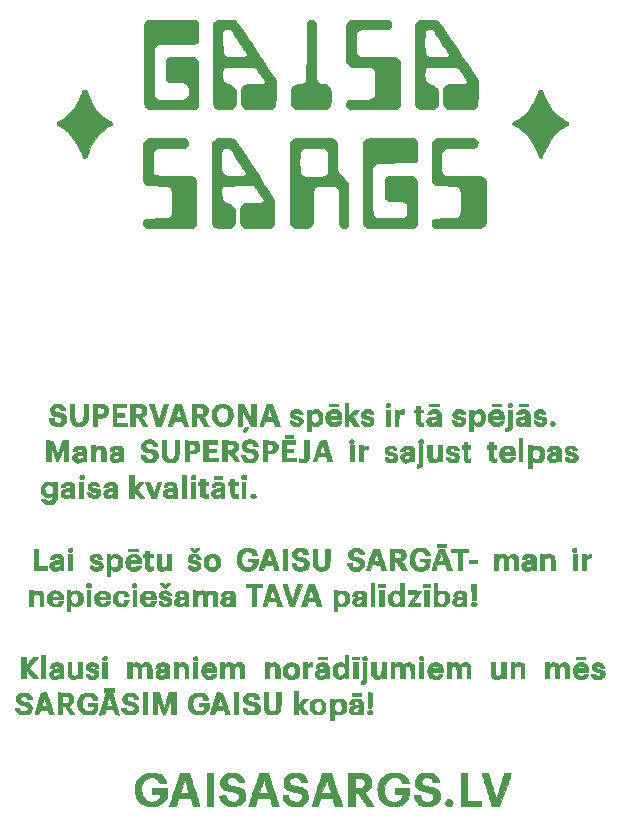
<source format=gbr>
%TF.GenerationSoftware,KiCad,Pcbnew,(5.1.10)-1*%
%TF.CreationDate,2021-12-01T22:35:20+02:00*%
%TF.ProjectId,gaisa-sargs-rear-2,67616973-612d-4736-9172-67732d726561,rev?*%
%TF.SameCoordinates,Original*%
%TF.FileFunction,Legend,Top*%
%TF.FilePolarity,Positive*%
%FSLAX46Y46*%
G04 Gerber Fmt 4.6, Leading zero omitted, Abs format (unit mm)*
G04 Created by KiCad (PCBNEW (5.1.10)-1) date 2021-12-01 22:35:20*
%MOMM*%
%LPD*%
G01*
G04 APERTURE LIST*
%ADD10C,0.010000*%
G04 APERTURE END LIST*
D10*
%TO.C,Ref\u002A\u002A*%
G36*
X131591916Y-124747545D02*
G01*
X131722480Y-124748283D01*
X131820373Y-124750694D01*
X131895253Y-124755913D01*
X131956779Y-124765073D01*
X132014610Y-124779309D01*
X132078404Y-124799755D01*
X132099916Y-124807187D01*
X132273902Y-124879004D01*
X132418792Y-124965186D01*
X132547289Y-125073369D01*
X132554566Y-125080539D01*
X132620340Y-125160869D01*
X132686318Y-125266467D01*
X132744288Y-125381736D01*
X132786037Y-125491080D01*
X132799639Y-125545958D01*
X132813711Y-125625333D01*
X132266456Y-125625333D01*
X132219532Y-125512119D01*
X132140724Y-125374717D01*
X132031667Y-125262409D01*
X131898155Y-125178093D01*
X131745985Y-125124662D01*
X131580953Y-125105013D01*
X131430311Y-125117851D01*
X131249821Y-125170562D01*
X131091954Y-125258010D01*
X130958239Y-125378226D01*
X130850207Y-125529243D01*
X130769386Y-125709092D01*
X130717306Y-125915806D01*
X130700061Y-126057372D01*
X130700875Y-126271301D01*
X130735124Y-126474929D01*
X130800380Y-126663268D01*
X130894219Y-126831331D01*
X131014212Y-126974128D01*
X131157934Y-127086673D01*
X131216847Y-127119753D01*
X131274296Y-127147170D01*
X131324589Y-127164948D01*
X131379624Y-127175149D01*
X131451301Y-127179835D01*
X131551517Y-127181068D01*
X131570750Y-127181083D01*
X131677989Y-127180069D01*
X131755242Y-127175675D01*
X131814832Y-127165868D01*
X131869084Y-127148617D01*
X131930323Y-127121889D01*
X131930583Y-127121768D01*
X132075651Y-127034043D01*
X132193631Y-126921451D01*
X132279952Y-126789773D01*
X132330038Y-126644785D01*
X132336049Y-126609452D01*
X132349087Y-126514333D01*
X131644833Y-126514333D01*
X131644833Y-126048666D01*
X132898998Y-126048666D01*
X132887697Y-126350291D01*
X132880372Y-126486366D01*
X132869652Y-126605514D01*
X132856511Y-126698715D01*
X132844669Y-126749271D01*
X132756763Y-126953912D01*
X132635825Y-127133175D01*
X132484288Y-127284795D01*
X132304588Y-127406505D01*
X132099157Y-127496043D01*
X132015250Y-127521055D01*
X131931175Y-127536880D01*
X131817844Y-127549632D01*
X131687632Y-127558797D01*
X131552914Y-127563859D01*
X131426066Y-127564306D01*
X131319464Y-127559622D01*
X131260253Y-127552434D01*
X131038151Y-127499061D01*
X130846987Y-127424418D01*
X130679173Y-127324782D01*
X130527122Y-127196432D01*
X130519917Y-127189313D01*
X130390742Y-127039559D01*
X130291482Y-126874971D01*
X130220428Y-126690706D01*
X130175871Y-126481923D01*
X130156102Y-126243779D01*
X130154723Y-126154500D01*
X130158478Y-125983002D01*
X130171758Y-125840922D01*
X130197300Y-125715894D01*
X130237845Y-125595548D01*
X130296131Y-125467519D01*
X130315080Y-125430385D01*
X130438018Y-125238276D01*
X130592047Y-125074446D01*
X130775725Y-124940091D01*
X130987608Y-124836405D01*
X131066861Y-124808008D01*
X131140571Y-124784734D01*
X131203229Y-124768270D01*
X131264828Y-124757465D01*
X131335367Y-124751169D01*
X131424839Y-124748229D01*
X131543242Y-124747496D01*
X131591916Y-124747545D01*
G37*
X131591916Y-124747545D02*
X131722480Y-124748283D01*
X131820373Y-124750694D01*
X131895253Y-124755913D01*
X131956779Y-124765073D01*
X132014610Y-124779309D01*
X132078404Y-124799755D01*
X132099916Y-124807187D01*
X132273902Y-124879004D01*
X132418792Y-124965186D01*
X132547289Y-125073369D01*
X132554566Y-125080539D01*
X132620340Y-125160869D01*
X132686318Y-125266467D01*
X132744288Y-125381736D01*
X132786037Y-125491080D01*
X132799639Y-125545958D01*
X132813711Y-125625333D01*
X132266456Y-125625333D01*
X132219532Y-125512119D01*
X132140724Y-125374717D01*
X132031667Y-125262409D01*
X131898155Y-125178093D01*
X131745985Y-125124662D01*
X131580953Y-125105013D01*
X131430311Y-125117851D01*
X131249821Y-125170562D01*
X131091954Y-125258010D01*
X130958239Y-125378226D01*
X130850207Y-125529243D01*
X130769386Y-125709092D01*
X130717306Y-125915806D01*
X130700061Y-126057372D01*
X130700875Y-126271301D01*
X130735124Y-126474929D01*
X130800380Y-126663268D01*
X130894219Y-126831331D01*
X131014212Y-126974128D01*
X131157934Y-127086673D01*
X131216847Y-127119753D01*
X131274296Y-127147170D01*
X131324589Y-127164948D01*
X131379624Y-127175149D01*
X131451301Y-127179835D01*
X131551517Y-127181068D01*
X131570750Y-127181083D01*
X131677989Y-127180069D01*
X131755242Y-127175675D01*
X131814832Y-127165868D01*
X131869084Y-127148617D01*
X131930323Y-127121889D01*
X131930583Y-127121768D01*
X132075651Y-127034043D01*
X132193631Y-126921451D01*
X132279952Y-126789773D01*
X132330038Y-126644785D01*
X132336049Y-126609452D01*
X132349087Y-126514333D01*
X131644833Y-126514333D01*
X131644833Y-126048666D01*
X132898998Y-126048666D01*
X132887697Y-126350291D01*
X132880372Y-126486366D01*
X132869652Y-126605514D01*
X132856511Y-126698715D01*
X132844669Y-126749271D01*
X132756763Y-126953912D01*
X132635825Y-127133175D01*
X132484288Y-127284795D01*
X132304588Y-127406505D01*
X132099157Y-127496043D01*
X132015250Y-127521055D01*
X131931175Y-127536880D01*
X131817844Y-127549632D01*
X131687632Y-127558797D01*
X131552914Y-127563859D01*
X131426066Y-127564306D01*
X131319464Y-127559622D01*
X131260253Y-127552434D01*
X131038151Y-127499061D01*
X130846987Y-127424418D01*
X130679173Y-127324782D01*
X130527122Y-127196432D01*
X130519917Y-127189313D01*
X130390742Y-127039559D01*
X130291482Y-126874971D01*
X130220428Y-126690706D01*
X130175871Y-126481923D01*
X130156102Y-126243779D01*
X130154723Y-126154500D01*
X130158478Y-125983002D01*
X130171758Y-125840922D01*
X130197300Y-125715894D01*
X130237845Y-125595548D01*
X130296131Y-125467519D01*
X130315080Y-125430385D01*
X130438018Y-125238276D01*
X130592047Y-125074446D01*
X130775725Y-124940091D01*
X130987608Y-124836405D01*
X131066861Y-124808008D01*
X131140571Y-124784734D01*
X131203229Y-124768270D01*
X131264828Y-124757465D01*
X131335367Y-124751169D01*
X131424839Y-124748229D01*
X131543242Y-124747496D01*
X131591916Y-124747545D01*
G36*
X134774886Y-124805125D02*
G01*
X134816180Y-124935704D01*
X134864580Y-125089590D01*
X134918880Y-125262886D01*
X134977875Y-125451696D01*
X135040358Y-125652124D01*
X135105125Y-125860276D01*
X135170968Y-126072254D01*
X135236683Y-126284164D01*
X135301064Y-126492110D01*
X135362905Y-126692195D01*
X135420999Y-126880524D01*
X135474142Y-127053202D01*
X135521128Y-127206332D01*
X135560750Y-127336020D01*
X135591803Y-127438368D01*
X135613081Y-127509482D01*
X135623379Y-127545465D01*
X135624166Y-127549055D01*
X135605709Y-127560123D01*
X135549305Y-127567642D01*
X135453406Y-127571747D01*
X135353646Y-127572666D01*
X135083125Y-127572666D01*
X134998160Y-127228708D01*
X134913194Y-126884750D01*
X133773972Y-126884750D01*
X133604040Y-127572666D01*
X133333520Y-127572666D01*
X133216164Y-127571057D01*
X133129280Y-127566447D01*
X133077045Y-127559167D01*
X133063000Y-127551369D01*
X133069708Y-127528275D01*
X133089096Y-127468429D01*
X133120057Y-127375101D01*
X133161485Y-127251566D01*
X133212272Y-127101095D01*
X133271314Y-126926961D01*
X133337502Y-126732436D01*
X133409731Y-126520794D01*
X133424710Y-126477020D01*
X133973166Y-126477020D01*
X133992949Y-126482559D01*
X134046794Y-126486913D01*
X134126448Y-126490081D01*
X134223657Y-126492059D01*
X134330166Y-126492844D01*
X134437720Y-126492433D01*
X134538067Y-126490823D01*
X134622952Y-126488012D01*
X134684120Y-126483995D01*
X134713318Y-126478771D01*
X134714654Y-126477291D01*
X134709587Y-126453591D01*
X134694928Y-126394134D01*
X134672004Y-126304062D01*
X134642137Y-126188520D01*
X134606652Y-126052651D01*
X134566874Y-125901601D01*
X134550944Y-125841429D01*
X134386579Y-125221442D01*
X134179873Y-125841158D01*
X134128664Y-125995190D01*
X134082074Y-126136299D01*
X134041729Y-126259481D01*
X134009257Y-126359732D01*
X133986283Y-126432049D01*
X133974435Y-126471426D01*
X133973166Y-126477020D01*
X133424710Y-126477020D01*
X133486894Y-126295307D01*
X133542489Y-126133202D01*
X134021978Y-124736333D01*
X134753050Y-124736333D01*
X134774886Y-124805125D01*
G37*
X134774886Y-124805125D02*
X134816180Y-124935704D01*
X134864580Y-125089590D01*
X134918880Y-125262886D01*
X134977875Y-125451696D01*
X135040358Y-125652124D01*
X135105125Y-125860276D01*
X135170968Y-126072254D01*
X135236683Y-126284164D01*
X135301064Y-126492110D01*
X135362905Y-126692195D01*
X135420999Y-126880524D01*
X135474142Y-127053202D01*
X135521128Y-127206332D01*
X135560750Y-127336020D01*
X135591803Y-127438368D01*
X135613081Y-127509482D01*
X135623379Y-127545465D01*
X135624166Y-127549055D01*
X135605709Y-127560123D01*
X135549305Y-127567642D01*
X135453406Y-127571747D01*
X135353646Y-127572666D01*
X135083125Y-127572666D01*
X134998160Y-127228708D01*
X134913194Y-126884750D01*
X133773972Y-126884750D01*
X133604040Y-127572666D01*
X133333520Y-127572666D01*
X133216164Y-127571057D01*
X133129280Y-127566447D01*
X133077045Y-127559167D01*
X133063000Y-127551369D01*
X133069708Y-127528275D01*
X133089096Y-127468429D01*
X133120057Y-127375101D01*
X133161485Y-127251566D01*
X133212272Y-127101095D01*
X133271314Y-126926961D01*
X133337502Y-126732436D01*
X133409731Y-126520794D01*
X133424710Y-126477020D01*
X133973166Y-126477020D01*
X133992949Y-126482559D01*
X134046794Y-126486913D01*
X134126448Y-126490081D01*
X134223657Y-126492059D01*
X134330166Y-126492844D01*
X134437720Y-126492433D01*
X134538067Y-126490823D01*
X134622952Y-126488012D01*
X134684120Y-126483995D01*
X134713318Y-126478771D01*
X134714654Y-126477291D01*
X134709587Y-126453591D01*
X134694928Y-126394134D01*
X134672004Y-126304062D01*
X134642137Y-126188520D01*
X134606652Y-126052651D01*
X134566874Y-125901601D01*
X134550944Y-125841429D01*
X134386579Y-125221442D01*
X134179873Y-125841158D01*
X134128664Y-125995190D01*
X134082074Y-126136299D01*
X134041729Y-126259481D01*
X134009257Y-126359732D01*
X133986283Y-126432049D01*
X133974435Y-126471426D01*
X133973166Y-126477020D01*
X133424710Y-126477020D01*
X133486894Y-126295307D01*
X133542489Y-126133202D01*
X134021978Y-124736333D01*
X134753050Y-124736333D01*
X134774886Y-124805125D01*
G36*
X136788333Y-127572666D02*
G01*
X136238000Y-127572666D01*
X136238000Y-124736333D01*
X136788333Y-124736333D01*
X136788333Y-127572666D01*
G37*
X136788333Y-127572666D02*
X136238000Y-127572666D01*
X136238000Y-124736333D01*
X136788333Y-124736333D01*
X136788333Y-127572666D01*
G36*
X138458034Y-124741667D02*
G01*
X138683793Y-124765432D01*
X138877188Y-124815529D01*
X139039370Y-124892432D01*
X139171491Y-124996613D01*
X139223949Y-125055664D01*
X139290664Y-125157079D01*
X139351752Y-125280221D01*
X139397615Y-125404667D01*
X139409651Y-125450708D01*
X139429666Y-125540666D01*
X138969213Y-125540666D01*
X138916889Y-125437411D01*
X138847108Y-125326980D01*
X138761779Y-125233801D01*
X138674313Y-125171359D01*
X138577854Y-125136156D01*
X138460518Y-125114307D01*
X138342366Y-125108384D01*
X138256201Y-125117806D01*
X138124029Y-125163218D01*
X138026063Y-125232771D01*
X137963034Y-125325553D01*
X137935676Y-125440654D01*
X137936276Y-125515324D01*
X137946251Y-125589735D01*
X137966601Y-125640659D01*
X138005960Y-125686905D01*
X138021922Y-125701905D01*
X138070830Y-125740077D01*
X138130814Y-125772535D01*
X138208403Y-125801414D01*
X138310124Y-125828847D01*
X138442504Y-125856969D01*
X138566333Y-125879884D01*
X138773497Y-125921334D01*
X138943712Y-125966523D01*
X139082340Y-126017840D01*
X139194741Y-126077672D01*
X139286279Y-126148406D01*
X139362315Y-126232431D01*
X139364488Y-126235281D01*
X139441345Y-126370023D01*
X139488614Y-126533147D01*
X139506635Y-126725880D01*
X139506842Y-126747166D01*
X139504690Y-126847699D01*
X139495539Y-126922751D01*
X139476324Y-126988992D01*
X139451743Y-127046631D01*
X139358687Y-127197666D01*
X139232466Y-127324720D01*
X139075743Y-127426358D01*
X138891185Y-127501143D01*
X138681456Y-127547640D01*
X138492250Y-127563661D01*
X138383329Y-127564657D01*
X138277241Y-127561873D01*
X138188890Y-127555876D01*
X138148235Y-127550561D01*
X137933744Y-127494701D01*
X137749264Y-127409072D01*
X137594358Y-127293313D01*
X137468589Y-127147063D01*
X137371517Y-126969964D01*
X137338765Y-126885036D01*
X137315827Y-126810440D01*
X137300419Y-126745156D01*
X137296333Y-126712103D01*
X137297546Y-126691728D01*
X137305746Y-126677872D01*
X137327775Y-126669278D01*
X137370477Y-126664690D01*
X137440693Y-126662849D01*
X137545266Y-126662501D01*
X137566397Y-126662500D01*
X137836461Y-126662500D01*
X137887434Y-126804628D01*
X137952392Y-126938998D01*
X138039858Y-127049931D01*
X138143511Y-127130758D01*
X138232937Y-127169012D01*
X138349391Y-127188804D01*
X138478836Y-127190315D01*
X138606179Y-127174886D01*
X138716324Y-127143854D01*
X138761594Y-127122114D01*
X138847505Y-127060298D01*
X138904434Y-126987410D01*
X138941247Y-126890571D01*
X138951504Y-126846295D01*
X138960799Y-126725212D01*
X138939845Y-126614763D01*
X138891085Y-126525186D01*
X138869368Y-126502006D01*
X138790430Y-126449052D01*
X138673092Y-126401417D01*
X138516087Y-126358679D01*
X138329163Y-126322253D01*
X138103499Y-126278374D01*
X137916165Y-126228104D01*
X137763403Y-126169586D01*
X137641456Y-126100966D01*
X137546563Y-126020387D01*
X137474966Y-125925993D01*
X137455523Y-125890934D01*
X137425766Y-125829162D01*
X137406999Y-125776166D01*
X137396743Y-125718783D01*
X137392521Y-125643854D01*
X137391827Y-125552746D01*
X137398584Y-125406917D01*
X137421746Y-125289668D01*
X137466213Y-125188838D01*
X137536883Y-125092268D01*
X137607277Y-125018023D01*
X137748242Y-124902227D01*
X137905035Y-124818506D01*
X138082226Y-124765376D01*
X138284385Y-124741351D01*
X138458034Y-124741667D01*
G37*
X138458034Y-124741667D02*
X138683793Y-124765432D01*
X138877188Y-124815529D01*
X139039370Y-124892432D01*
X139171491Y-124996613D01*
X139223949Y-125055664D01*
X139290664Y-125157079D01*
X139351752Y-125280221D01*
X139397615Y-125404667D01*
X139409651Y-125450708D01*
X139429666Y-125540666D01*
X138969213Y-125540666D01*
X138916889Y-125437411D01*
X138847108Y-125326980D01*
X138761779Y-125233801D01*
X138674313Y-125171359D01*
X138577854Y-125136156D01*
X138460518Y-125114307D01*
X138342366Y-125108384D01*
X138256201Y-125117806D01*
X138124029Y-125163218D01*
X138026063Y-125232771D01*
X137963034Y-125325553D01*
X137935676Y-125440654D01*
X137936276Y-125515324D01*
X137946251Y-125589735D01*
X137966601Y-125640659D01*
X138005960Y-125686905D01*
X138021922Y-125701905D01*
X138070830Y-125740077D01*
X138130814Y-125772535D01*
X138208403Y-125801414D01*
X138310124Y-125828847D01*
X138442504Y-125856969D01*
X138566333Y-125879884D01*
X138773497Y-125921334D01*
X138943712Y-125966523D01*
X139082340Y-126017840D01*
X139194741Y-126077672D01*
X139286279Y-126148406D01*
X139362315Y-126232431D01*
X139364488Y-126235281D01*
X139441345Y-126370023D01*
X139488614Y-126533147D01*
X139506635Y-126725880D01*
X139506842Y-126747166D01*
X139504690Y-126847699D01*
X139495539Y-126922751D01*
X139476324Y-126988992D01*
X139451743Y-127046631D01*
X139358687Y-127197666D01*
X139232466Y-127324720D01*
X139075743Y-127426358D01*
X138891185Y-127501143D01*
X138681456Y-127547640D01*
X138492250Y-127563661D01*
X138383329Y-127564657D01*
X138277241Y-127561873D01*
X138188890Y-127555876D01*
X138148235Y-127550561D01*
X137933744Y-127494701D01*
X137749264Y-127409072D01*
X137594358Y-127293313D01*
X137468589Y-127147063D01*
X137371517Y-126969964D01*
X137338765Y-126885036D01*
X137315827Y-126810440D01*
X137300419Y-126745156D01*
X137296333Y-126712103D01*
X137297546Y-126691728D01*
X137305746Y-126677872D01*
X137327775Y-126669278D01*
X137370477Y-126664690D01*
X137440693Y-126662849D01*
X137545266Y-126662501D01*
X137566397Y-126662500D01*
X137836461Y-126662500D01*
X137887434Y-126804628D01*
X137952392Y-126938998D01*
X138039858Y-127049931D01*
X138143511Y-127130758D01*
X138232937Y-127169012D01*
X138349391Y-127188804D01*
X138478836Y-127190315D01*
X138606179Y-127174886D01*
X138716324Y-127143854D01*
X138761594Y-127122114D01*
X138847505Y-127060298D01*
X138904434Y-126987410D01*
X138941247Y-126890571D01*
X138951504Y-126846295D01*
X138960799Y-126725212D01*
X138939845Y-126614763D01*
X138891085Y-126525186D01*
X138869368Y-126502006D01*
X138790430Y-126449052D01*
X138673092Y-126401417D01*
X138516087Y-126358679D01*
X138329163Y-126322253D01*
X138103499Y-126278374D01*
X137916165Y-126228104D01*
X137763403Y-126169586D01*
X137641456Y-126100966D01*
X137546563Y-126020387D01*
X137474966Y-125925993D01*
X137455523Y-125890934D01*
X137425766Y-125829162D01*
X137406999Y-125776166D01*
X137396743Y-125718783D01*
X137392521Y-125643854D01*
X137391827Y-125552746D01*
X137398584Y-125406917D01*
X137421746Y-125289668D01*
X137466213Y-125188838D01*
X137536883Y-125092268D01*
X137607277Y-125018023D01*
X137748242Y-124902227D01*
X137905035Y-124818506D01*
X138082226Y-124765376D01*
X138284385Y-124741351D01*
X138458034Y-124741667D01*
G36*
X141887530Y-126117458D02*
G01*
X141960421Y-126350841D01*
X142029728Y-126572893D01*
X142094397Y-126780224D01*
X142153371Y-126969446D01*
X142205597Y-127137168D01*
X142250019Y-127280003D01*
X142285582Y-127394561D01*
X142311231Y-127477452D01*
X142325911Y-127525288D01*
X142328981Y-127535625D01*
X142329783Y-127550735D01*
X142318371Y-127561088D01*
X142288364Y-127567569D01*
X142233377Y-127571066D01*
X142147027Y-127572463D01*
X142062117Y-127572666D01*
X141785298Y-127572666D01*
X141764354Y-127493291D01*
X141751231Y-127442387D01*
X141730668Y-127361263D01*
X141705407Y-127260786D01*
X141678189Y-127151828D01*
X141676251Y-127144041D01*
X141609092Y-126874166D01*
X140480625Y-126874166D01*
X140395689Y-127218125D01*
X140310752Y-127562083D01*
X140028702Y-127568006D01*
X139914949Y-127570034D01*
X139837262Y-127570000D01*
X139789399Y-127567161D01*
X139765113Y-127560775D01*
X139758160Y-127550101D01*
X139761542Y-127536256D01*
X139770811Y-127510254D01*
X139792660Y-127447607D01*
X139825916Y-127351712D01*
X139869409Y-127225961D01*
X139921966Y-127073750D01*
X139982417Y-126898472D01*
X140049589Y-126703522D01*
X140122010Y-126493166D01*
X140665182Y-126493166D01*
X141046976Y-126493166D01*
X141182758Y-126492895D01*
X141281729Y-126491715D01*
X141349412Y-126489076D01*
X141391328Y-126484428D01*
X141412999Y-126477220D01*
X141419946Y-126466901D01*
X141418637Y-126456125D01*
X141410735Y-126426702D01*
X141393427Y-126361924D01*
X141368194Y-126267343D01*
X141336518Y-126148512D01*
X141299879Y-126010986D01*
X141259758Y-125860317D01*
X141252361Y-125832532D01*
X141212021Y-125683176D01*
X141174628Y-125548872D01*
X141141650Y-125434571D01*
X141114558Y-125345227D01*
X141094821Y-125285790D01*
X141083907Y-125261215D01*
X141082784Y-125261032D01*
X141072983Y-125284192D01*
X141051700Y-125342509D01*
X141020682Y-125430928D01*
X140981677Y-125544393D01*
X140936432Y-125677848D01*
X140886693Y-125826238D01*
X140867266Y-125884625D01*
X140665182Y-126493166D01*
X140122010Y-126493166D01*
X140122311Y-126492294D01*
X140199411Y-126268181D01*
X140238500Y-126154500D01*
X140317312Y-125925326D01*
X140392316Y-125707387D01*
X140462339Y-125504074D01*
X140526211Y-125318780D01*
X140582761Y-125154895D01*
X140630819Y-125015813D01*
X140669213Y-124904926D01*
X140696772Y-124825626D01*
X140712327Y-124781304D01*
X140715214Y-124773375D01*
X140724266Y-124759815D01*
X140743089Y-124750004D01*
X140777730Y-124743347D01*
X140834235Y-124739253D01*
X140918648Y-124737128D01*
X141037017Y-124736380D01*
X141092948Y-124736333D01*
X141456033Y-124736333D01*
X141887530Y-126117458D01*
G37*
X141887530Y-126117458D02*
X141960421Y-126350841D01*
X142029728Y-126572893D01*
X142094397Y-126780224D01*
X142153371Y-126969446D01*
X142205597Y-127137168D01*
X142250019Y-127280003D01*
X142285582Y-127394561D01*
X142311231Y-127477452D01*
X142325911Y-127525288D01*
X142328981Y-127535625D01*
X142329783Y-127550735D01*
X142318371Y-127561088D01*
X142288364Y-127567569D01*
X142233377Y-127571066D01*
X142147027Y-127572463D01*
X142062117Y-127572666D01*
X141785298Y-127572666D01*
X141764354Y-127493291D01*
X141751231Y-127442387D01*
X141730668Y-127361263D01*
X141705407Y-127260786D01*
X141678189Y-127151828D01*
X141676251Y-127144041D01*
X141609092Y-126874166D01*
X140480625Y-126874166D01*
X140395689Y-127218125D01*
X140310752Y-127562083D01*
X140028702Y-127568006D01*
X139914949Y-127570034D01*
X139837262Y-127570000D01*
X139789399Y-127567161D01*
X139765113Y-127560775D01*
X139758160Y-127550101D01*
X139761542Y-127536256D01*
X139770811Y-127510254D01*
X139792660Y-127447607D01*
X139825916Y-127351712D01*
X139869409Y-127225961D01*
X139921966Y-127073750D01*
X139982417Y-126898472D01*
X140049589Y-126703522D01*
X140122010Y-126493166D01*
X140665182Y-126493166D01*
X141046976Y-126493166D01*
X141182758Y-126492895D01*
X141281729Y-126491715D01*
X141349412Y-126489076D01*
X141391328Y-126484428D01*
X141412999Y-126477220D01*
X141419946Y-126466901D01*
X141418637Y-126456125D01*
X141410735Y-126426702D01*
X141393427Y-126361924D01*
X141368194Y-126267343D01*
X141336518Y-126148512D01*
X141299879Y-126010986D01*
X141259758Y-125860317D01*
X141252361Y-125832532D01*
X141212021Y-125683176D01*
X141174628Y-125548872D01*
X141141650Y-125434571D01*
X141114558Y-125345227D01*
X141094821Y-125285790D01*
X141083907Y-125261215D01*
X141082784Y-125261032D01*
X141072983Y-125284192D01*
X141051700Y-125342509D01*
X141020682Y-125430928D01*
X140981677Y-125544393D01*
X140936432Y-125677848D01*
X140886693Y-125826238D01*
X140867266Y-125884625D01*
X140665182Y-126493166D01*
X140122010Y-126493166D01*
X140122311Y-126492294D01*
X140199411Y-126268181D01*
X140238500Y-126154500D01*
X140317312Y-125925326D01*
X140392316Y-125707387D01*
X140462339Y-125504074D01*
X140526211Y-125318780D01*
X140582761Y-125154895D01*
X140630819Y-125015813D01*
X140669213Y-124904926D01*
X140696772Y-124825626D01*
X140712327Y-124781304D01*
X140715214Y-124773375D01*
X140724266Y-124759815D01*
X140743089Y-124750004D01*
X140777730Y-124743347D01*
X140834235Y-124739253D01*
X140918648Y-124737128D01*
X141037017Y-124736380D01*
X141092948Y-124736333D01*
X141456033Y-124736333D01*
X141887530Y-126117458D01*
G36*
X143974897Y-124750823D02*
G01*
X144177550Y-124792162D01*
X144348347Y-124860467D01*
X144486940Y-124955488D01*
X144592981Y-125076976D01*
X144666120Y-125224683D01*
X144706009Y-125398357D01*
X144709375Y-125429541D01*
X144719619Y-125540666D01*
X144262649Y-125540666D01*
X144194112Y-125412079D01*
X144109911Y-125284784D01*
X144010266Y-125193743D01*
X143889453Y-125134008D01*
X143862511Y-125125460D01*
X143734634Y-125106133D01*
X143599232Y-125116312D01*
X143469050Y-125152995D01*
X143356834Y-125213179D01*
X143306066Y-125256567D01*
X143267740Y-125299039D01*
X143246017Y-125336643D01*
X143236214Y-125383819D01*
X143233644Y-125455005D01*
X143233583Y-125479968D01*
X143234761Y-125559057D01*
X143241593Y-125609770D01*
X143259020Y-125646059D01*
X143291985Y-125681875D01*
X143311558Y-125700044D01*
X143360675Y-125738682D01*
X143420017Y-125771349D01*
X143496202Y-125800223D01*
X143595851Y-125827483D01*
X143725583Y-125855307D01*
X143858000Y-125879884D01*
X144065164Y-125921334D01*
X144235379Y-125966523D01*
X144374006Y-126017840D01*
X144486408Y-126077672D01*
X144577946Y-126148406D01*
X144653982Y-126232431D01*
X144656155Y-126235281D01*
X144729872Y-126361469D01*
X144776389Y-126511769D01*
X144796931Y-126690689D01*
X144798218Y-126757750D01*
X144796074Y-126859284D01*
X144787977Y-126934516D01*
X144770990Y-126999366D01*
X144742179Y-127069758D01*
X144739668Y-127075250D01*
X144648120Y-127225585D01*
X144524784Y-127350457D01*
X144372486Y-127448771D01*
X144194054Y-127519436D01*
X143992315Y-127561355D01*
X143770095Y-127573436D01*
X143530223Y-127554585D01*
X143508750Y-127551467D01*
X143294658Y-127503300D01*
X143109401Y-127428388D01*
X142954675Y-127328271D01*
X142832175Y-127204487D01*
X142743597Y-127058572D01*
X142690636Y-126892066D01*
X142677726Y-126797737D01*
X142666870Y-126662500D01*
X143128396Y-126662500D01*
X143167810Y-126773625D01*
X143234503Y-126920486D01*
X143319998Y-127032346D01*
X143428323Y-127112061D01*
X143563502Y-127162487D01*
X143729561Y-127186478D01*
X143751561Y-127187708D01*
X143850380Y-127190425D01*
X143922425Y-127186027D01*
X143982944Y-127172510D01*
X144043828Y-127149324D01*
X144154581Y-127085589D01*
X144245538Y-127001774D01*
X144308837Y-126906640D01*
X144334781Y-126825082D01*
X144338629Y-126719566D01*
X144314659Y-126628632D01*
X144260592Y-126550650D01*
X144174152Y-126483986D01*
X144053062Y-126427012D01*
X143895043Y-126378094D01*
X143697819Y-126335602D01*
X143636368Y-126324820D01*
X143490257Y-126299099D01*
X143376747Y-126275939D01*
X143286425Y-126252737D01*
X143209876Y-126226891D01*
X143137684Y-126195796D01*
X143096534Y-126175569D01*
X142979584Y-126103870D01*
X142893453Y-126019285D01*
X142826640Y-125910054D01*
X142817161Y-125889916D01*
X142794055Y-125832026D01*
X142779487Y-125772843D01*
X142771622Y-125700037D01*
X142768630Y-125601277D01*
X142768402Y-125561833D01*
X142769393Y-125455935D01*
X142774288Y-125379619D01*
X142785145Y-125320175D01*
X142804024Y-125264891D01*
X142823694Y-125220626D01*
X142918762Y-125064831D01*
X143043612Y-124938870D01*
X143197720Y-124843018D01*
X143380560Y-124777553D01*
X143591608Y-124742753D01*
X143740738Y-124736700D01*
X143974897Y-124750823D01*
G37*
X143974897Y-124750823D02*
X144177550Y-124792162D01*
X144348347Y-124860467D01*
X144486940Y-124955488D01*
X144592981Y-125076976D01*
X144666120Y-125224683D01*
X144706009Y-125398357D01*
X144709375Y-125429541D01*
X144719619Y-125540666D01*
X144262649Y-125540666D01*
X144194112Y-125412079D01*
X144109911Y-125284784D01*
X144010266Y-125193743D01*
X143889453Y-125134008D01*
X143862511Y-125125460D01*
X143734634Y-125106133D01*
X143599232Y-125116312D01*
X143469050Y-125152995D01*
X143356834Y-125213179D01*
X143306066Y-125256567D01*
X143267740Y-125299039D01*
X143246017Y-125336643D01*
X143236214Y-125383819D01*
X143233644Y-125455005D01*
X143233583Y-125479968D01*
X143234761Y-125559057D01*
X143241593Y-125609770D01*
X143259020Y-125646059D01*
X143291985Y-125681875D01*
X143311558Y-125700044D01*
X143360675Y-125738682D01*
X143420017Y-125771349D01*
X143496202Y-125800223D01*
X143595851Y-125827483D01*
X143725583Y-125855307D01*
X143858000Y-125879884D01*
X144065164Y-125921334D01*
X144235379Y-125966523D01*
X144374006Y-126017840D01*
X144486408Y-126077672D01*
X144577946Y-126148406D01*
X144653982Y-126232431D01*
X144656155Y-126235281D01*
X144729872Y-126361469D01*
X144776389Y-126511769D01*
X144796931Y-126690689D01*
X144798218Y-126757750D01*
X144796074Y-126859284D01*
X144787977Y-126934516D01*
X144770990Y-126999366D01*
X144742179Y-127069758D01*
X144739668Y-127075250D01*
X144648120Y-127225585D01*
X144524784Y-127350457D01*
X144372486Y-127448771D01*
X144194054Y-127519436D01*
X143992315Y-127561355D01*
X143770095Y-127573436D01*
X143530223Y-127554585D01*
X143508750Y-127551467D01*
X143294658Y-127503300D01*
X143109401Y-127428388D01*
X142954675Y-127328271D01*
X142832175Y-127204487D01*
X142743597Y-127058572D01*
X142690636Y-126892066D01*
X142677726Y-126797737D01*
X142666870Y-126662500D01*
X143128396Y-126662500D01*
X143167810Y-126773625D01*
X143234503Y-126920486D01*
X143319998Y-127032346D01*
X143428323Y-127112061D01*
X143563502Y-127162487D01*
X143729561Y-127186478D01*
X143751561Y-127187708D01*
X143850380Y-127190425D01*
X143922425Y-127186027D01*
X143982944Y-127172510D01*
X144043828Y-127149324D01*
X144154581Y-127085589D01*
X144245538Y-127001774D01*
X144308837Y-126906640D01*
X144334781Y-126825082D01*
X144338629Y-126719566D01*
X144314659Y-126628632D01*
X144260592Y-126550650D01*
X144174152Y-126483986D01*
X144053062Y-126427012D01*
X143895043Y-126378094D01*
X143697819Y-126335602D01*
X143636368Y-126324820D01*
X143490257Y-126299099D01*
X143376747Y-126275939D01*
X143286425Y-126252737D01*
X143209876Y-126226891D01*
X143137684Y-126195796D01*
X143096534Y-126175569D01*
X142979584Y-126103870D01*
X142893453Y-126019285D01*
X142826640Y-125910054D01*
X142817161Y-125889916D01*
X142794055Y-125832026D01*
X142779487Y-125772843D01*
X142771622Y-125700037D01*
X142768630Y-125601277D01*
X142768402Y-125561833D01*
X142769393Y-125455935D01*
X142774288Y-125379619D01*
X142785145Y-125320175D01*
X142804024Y-125264891D01*
X142823694Y-125220626D01*
X142918762Y-125064831D01*
X143043612Y-124938870D01*
X143197720Y-124843018D01*
X143380560Y-124777553D01*
X143591608Y-124742753D01*
X143740738Y-124736700D01*
X143974897Y-124750823D01*
G36*
X146383033Y-124736351D02*
G01*
X146747250Y-124736369D01*
X147229073Y-126138642D01*
X147309197Y-126372063D01*
X147385145Y-126593771D01*
X147455815Y-126800519D01*
X147520103Y-126989056D01*
X147576907Y-127156134D01*
X147625122Y-127298504D01*
X147663645Y-127412915D01*
X147691373Y-127496120D01*
X147707203Y-127544868D01*
X147710615Y-127556791D01*
X147690568Y-127562323D01*
X147635525Y-127567016D01*
X147552820Y-127570502D01*
X147449788Y-127572415D01*
X147393649Y-127572666D01*
X147076965Y-127572666D01*
X147056021Y-127493291D01*
X147042898Y-127442387D01*
X147022335Y-127361263D01*
X146997074Y-127260786D01*
X146969856Y-127151828D01*
X146967918Y-127144041D01*
X146900759Y-126874166D01*
X146379504Y-126874397D01*
X145858250Y-126874628D01*
X145730857Y-127218355D01*
X145603465Y-127562083D01*
X145366594Y-127568060D01*
X145129724Y-127574037D01*
X145149144Y-127515143D01*
X145159115Y-127483804D01*
X145180389Y-127416137D01*
X145211686Y-127316234D01*
X145251727Y-127188187D01*
X145299234Y-127036088D01*
X145352928Y-126864030D01*
X145411530Y-126676106D01*
X145468539Y-126493166D01*
X145956753Y-126493166D01*
X146379886Y-126493166D01*
X146523793Y-126492936D01*
X146630611Y-126491931D01*
X146705587Y-126489679D01*
X146753965Y-126485708D01*
X146780990Y-126479544D01*
X146791905Y-126470717D01*
X146791957Y-126458752D01*
X146791184Y-126456125D01*
X146741052Y-126301283D01*
X146688145Y-126141528D01*
X146634176Y-125981683D01*
X146580857Y-125826572D01*
X146529900Y-125681021D01*
X146483017Y-125549854D01*
X146441920Y-125437895D01*
X146408322Y-125349969D01*
X146383934Y-125290901D01*
X146370470Y-125265513D01*
X146368645Y-125265500D01*
X146358842Y-125293017D01*
X146337462Y-125355421D01*
X146306288Y-125447429D01*
X146267104Y-125563758D01*
X146221692Y-125699125D01*
X146171834Y-125848246D01*
X146156165Y-125895208D01*
X145956753Y-126493166D01*
X145468539Y-126493166D01*
X145473762Y-126476406D01*
X145488322Y-126429666D01*
X145554902Y-126216011D01*
X145621179Y-126003516D01*
X145685394Y-125797811D01*
X145745788Y-125604522D01*
X145800600Y-125429278D01*
X145848072Y-125277706D01*
X145886446Y-125155434D01*
X145913448Y-125069708D01*
X146018817Y-124736333D01*
X146383033Y-124736351D01*
G37*
X146383033Y-124736351D02*
X146747250Y-124736369D01*
X147229073Y-126138642D01*
X147309197Y-126372063D01*
X147385145Y-126593771D01*
X147455815Y-126800519D01*
X147520103Y-126989056D01*
X147576907Y-127156134D01*
X147625122Y-127298504D01*
X147663645Y-127412915D01*
X147691373Y-127496120D01*
X147707203Y-127544868D01*
X147710615Y-127556791D01*
X147690568Y-127562323D01*
X147635525Y-127567016D01*
X147552820Y-127570502D01*
X147449788Y-127572415D01*
X147393649Y-127572666D01*
X147076965Y-127572666D01*
X147056021Y-127493291D01*
X147042898Y-127442387D01*
X147022335Y-127361263D01*
X146997074Y-127260786D01*
X146969856Y-127151828D01*
X146967918Y-127144041D01*
X146900759Y-126874166D01*
X146379504Y-126874397D01*
X145858250Y-126874628D01*
X145730857Y-127218355D01*
X145603465Y-127562083D01*
X145366594Y-127568060D01*
X145129724Y-127574037D01*
X145149144Y-127515143D01*
X145159115Y-127483804D01*
X145180389Y-127416137D01*
X145211686Y-127316234D01*
X145251727Y-127188187D01*
X145299234Y-127036088D01*
X145352928Y-126864030D01*
X145411530Y-126676106D01*
X145468539Y-126493166D01*
X145956753Y-126493166D01*
X146379886Y-126493166D01*
X146523793Y-126492936D01*
X146630611Y-126491931D01*
X146705587Y-126489679D01*
X146753965Y-126485708D01*
X146780990Y-126479544D01*
X146791905Y-126470717D01*
X146791957Y-126458752D01*
X146791184Y-126456125D01*
X146741052Y-126301283D01*
X146688145Y-126141528D01*
X146634176Y-125981683D01*
X146580857Y-125826572D01*
X146529900Y-125681021D01*
X146483017Y-125549854D01*
X146441920Y-125437895D01*
X146408322Y-125349969D01*
X146383934Y-125290901D01*
X146370470Y-125265513D01*
X146368645Y-125265500D01*
X146358842Y-125293017D01*
X146337462Y-125355421D01*
X146306288Y-125447429D01*
X146267104Y-125563758D01*
X146221692Y-125699125D01*
X146171834Y-125848246D01*
X146156165Y-125895208D01*
X145956753Y-126493166D01*
X145468539Y-126493166D01*
X145473762Y-126476406D01*
X145488322Y-126429666D01*
X145554902Y-126216011D01*
X145621179Y-126003516D01*
X145685394Y-125797811D01*
X145745788Y-125604522D01*
X145800600Y-125429278D01*
X145848072Y-125277706D01*
X145886446Y-125155434D01*
X145913448Y-125069708D01*
X146018817Y-124736333D01*
X146383033Y-124736351D01*
G36*
X148963597Y-124736682D02*
G01*
X149104673Y-124737964D01*
X149215930Y-124740532D01*
X149303623Y-124744738D01*
X149374009Y-124750934D01*
X149433341Y-124759472D01*
X149487875Y-124770705D01*
X149514984Y-124777362D01*
X149705947Y-124840311D01*
X149861221Y-124923607D01*
X149983546Y-125029831D01*
X150075658Y-125161566D01*
X150140297Y-125321395D01*
X150156453Y-125382388D01*
X150180905Y-125550854D01*
X150176784Y-125716594D01*
X150145710Y-125870998D01*
X150089303Y-126005456D01*
X150021656Y-126098690D01*
X149898728Y-126200152D01*
X149743530Y-126279456D01*
X149694450Y-126297428D01*
X149579531Y-126336224D01*
X149967195Y-126938570D01*
X150059051Y-127081718D01*
X150143175Y-127213632D01*
X150216909Y-127330082D01*
X150277596Y-127426836D01*
X150322578Y-127499664D01*
X150349198Y-127544333D01*
X150355513Y-127556791D01*
X150335919Y-127562723D01*
X150281868Y-127567647D01*
X150201235Y-127571103D01*
X150101893Y-127572631D01*
X150083792Y-127572666D01*
X149811418Y-127572666D01*
X149020196Y-126429666D01*
X148768666Y-126429666D01*
X148768666Y-127572666D01*
X148218333Y-127572666D01*
X148218333Y-126052030D01*
X148768666Y-126052030D01*
X149038541Y-126045057D01*
X149156740Y-126041020D01*
X149242642Y-126034996D01*
X149306281Y-126025444D01*
X149357692Y-126010819D01*
X149406909Y-125989580D01*
X149410354Y-125987894D01*
X149515956Y-125914685D01*
X149587964Y-125815767D01*
X149626099Y-125691554D01*
X149629539Y-125664672D01*
X149627773Y-125528151D01*
X149594955Y-125409663D01*
X149533997Y-125314493D01*
X149447812Y-125247921D01*
X149386679Y-125224296D01*
X149335244Y-125215012D01*
X149252808Y-125205249D01*
X149150672Y-125196157D01*
X149040136Y-125188890D01*
X149038541Y-125188804D01*
X148768666Y-125174381D01*
X148768666Y-126052030D01*
X148218333Y-126052030D01*
X148218333Y-124736333D01*
X148786447Y-124736333D01*
X148963597Y-124736682D01*
G37*
X148963597Y-124736682D02*
X149104673Y-124737964D01*
X149215930Y-124740532D01*
X149303623Y-124744738D01*
X149374009Y-124750934D01*
X149433341Y-124759472D01*
X149487875Y-124770705D01*
X149514984Y-124777362D01*
X149705947Y-124840311D01*
X149861221Y-124923607D01*
X149983546Y-125029831D01*
X150075658Y-125161566D01*
X150140297Y-125321395D01*
X150156453Y-125382388D01*
X150180905Y-125550854D01*
X150176784Y-125716594D01*
X150145710Y-125870998D01*
X150089303Y-126005456D01*
X150021656Y-126098690D01*
X149898728Y-126200152D01*
X149743530Y-126279456D01*
X149694450Y-126297428D01*
X149579531Y-126336224D01*
X149967195Y-126938570D01*
X150059051Y-127081718D01*
X150143175Y-127213632D01*
X150216909Y-127330082D01*
X150277596Y-127426836D01*
X150322578Y-127499664D01*
X150349198Y-127544333D01*
X150355513Y-127556791D01*
X150335919Y-127562723D01*
X150281868Y-127567647D01*
X150201235Y-127571103D01*
X150101893Y-127572631D01*
X150083792Y-127572666D01*
X149811418Y-127572666D01*
X149020196Y-126429666D01*
X148768666Y-126429666D01*
X148768666Y-127572666D01*
X148218333Y-127572666D01*
X148218333Y-126052030D01*
X148768666Y-126052030D01*
X149038541Y-126045057D01*
X149156740Y-126041020D01*
X149242642Y-126034996D01*
X149306281Y-126025444D01*
X149357692Y-126010819D01*
X149406909Y-125989580D01*
X149410354Y-125987894D01*
X149515956Y-125914685D01*
X149587964Y-125815767D01*
X149626099Y-125691554D01*
X149629539Y-125664672D01*
X149627773Y-125528151D01*
X149594955Y-125409663D01*
X149533997Y-125314493D01*
X149447812Y-125247921D01*
X149386679Y-125224296D01*
X149335244Y-125215012D01*
X149252808Y-125205249D01*
X149150672Y-125196157D01*
X149040136Y-125188890D01*
X149038541Y-125188804D01*
X148768666Y-125174381D01*
X148768666Y-126052030D01*
X148218333Y-126052030D01*
X148218333Y-124736333D01*
X148786447Y-124736333D01*
X148963597Y-124736682D01*
G36*
X152486245Y-124767960D02*
G01*
X152675762Y-124820087D01*
X152853009Y-124899387D01*
X153010505Y-125001112D01*
X153140770Y-125120515D01*
X153228487Y-125239071D01*
X153258494Y-125298773D01*
X153291471Y-125377210D01*
X153322664Y-125461284D01*
X153347324Y-125537895D01*
X153360696Y-125593943D01*
X153361833Y-125606666D01*
X153341690Y-125614225D01*
X153285244Y-125619290D01*
X153198469Y-125621563D01*
X153087337Y-125620743D01*
X153083108Y-125620656D01*
X152804383Y-125614750D01*
X152774601Y-125525311D01*
X152730280Y-125436843D01*
X152659533Y-125343318D01*
X152574180Y-125257816D01*
X152486047Y-125193419D01*
X152463987Y-125181674D01*
X152316144Y-125130316D01*
X152152840Y-125107764D01*
X151991613Y-125116308D01*
X151979337Y-125118402D01*
X151799721Y-125170762D01*
X151642619Y-125257802D01*
X151509614Y-125377409D01*
X151402287Y-125527468D01*
X151322220Y-125705863D01*
X151270994Y-125910482D01*
X151251874Y-126091000D01*
X151255299Y-126326076D01*
X151289007Y-126537114D01*
X151351989Y-126722309D01*
X151443239Y-126879852D01*
X151561746Y-127007937D01*
X151706502Y-127104757D01*
X151848958Y-127160984D01*
X151972057Y-127184265D01*
X152111635Y-127190769D01*
X152252743Y-127181314D01*
X152380437Y-127156719D01*
X152461356Y-127127434D01*
X152589747Y-127043704D01*
X152703388Y-126926044D01*
X152796582Y-126781880D01*
X152863633Y-126618634D01*
X152870879Y-126593708D01*
X152892754Y-126514333D01*
X152197666Y-126514333D01*
X152197666Y-126048666D01*
X153367754Y-126048666D01*
X153355905Y-126339708D01*
X153339818Y-126559446D01*
X153309442Y-126745229D01*
X153262421Y-126903718D01*
X153196399Y-127041572D01*
X153109018Y-127165455D01*
X153035270Y-127246040D01*
X152905627Y-127357776D01*
X152764191Y-127442859D01*
X152604455Y-127503665D01*
X152419912Y-127542570D01*
X152204053Y-127561948D01*
X152165916Y-127563404D01*
X151999022Y-127564106D01*
X151853997Y-127555449D01*
X151763750Y-127542677D01*
X151527709Y-127478374D01*
X151319257Y-127383137D01*
X151139431Y-127257711D01*
X150989265Y-127102841D01*
X150869795Y-126919274D01*
X150853854Y-126887813D01*
X150796880Y-126762025D01*
X150755981Y-126646133D01*
X150728819Y-126528574D01*
X150713058Y-126397783D01*
X150706360Y-126242194D01*
X150705679Y-126154500D01*
X150710394Y-125970246D01*
X150726215Y-125815952D01*
X150755781Y-125680099D01*
X150801730Y-125551168D01*
X150866701Y-125417640D01*
X150880060Y-125393235D01*
X151002885Y-125214358D01*
X151156438Y-125061360D01*
X151336827Y-124935755D01*
X151540160Y-124839058D01*
X151762544Y-124772785D01*
X152000088Y-124738451D01*
X152248899Y-124737571D01*
X152486245Y-124767960D01*
G37*
X152486245Y-124767960D02*
X152675762Y-124820087D01*
X152853009Y-124899387D01*
X153010505Y-125001112D01*
X153140770Y-125120515D01*
X153228487Y-125239071D01*
X153258494Y-125298773D01*
X153291471Y-125377210D01*
X153322664Y-125461284D01*
X153347324Y-125537895D01*
X153360696Y-125593943D01*
X153361833Y-125606666D01*
X153341690Y-125614225D01*
X153285244Y-125619290D01*
X153198469Y-125621563D01*
X153087337Y-125620743D01*
X153083108Y-125620656D01*
X152804383Y-125614750D01*
X152774601Y-125525311D01*
X152730280Y-125436843D01*
X152659533Y-125343318D01*
X152574180Y-125257816D01*
X152486047Y-125193419D01*
X152463987Y-125181674D01*
X152316144Y-125130316D01*
X152152840Y-125107764D01*
X151991613Y-125116308D01*
X151979337Y-125118402D01*
X151799721Y-125170762D01*
X151642619Y-125257802D01*
X151509614Y-125377409D01*
X151402287Y-125527468D01*
X151322220Y-125705863D01*
X151270994Y-125910482D01*
X151251874Y-126091000D01*
X151255299Y-126326076D01*
X151289007Y-126537114D01*
X151351989Y-126722309D01*
X151443239Y-126879852D01*
X151561746Y-127007937D01*
X151706502Y-127104757D01*
X151848958Y-127160984D01*
X151972057Y-127184265D01*
X152111635Y-127190769D01*
X152252743Y-127181314D01*
X152380437Y-127156719D01*
X152461356Y-127127434D01*
X152589747Y-127043704D01*
X152703388Y-126926044D01*
X152796582Y-126781880D01*
X152863633Y-126618634D01*
X152870879Y-126593708D01*
X152892754Y-126514333D01*
X152197666Y-126514333D01*
X152197666Y-126048666D01*
X153367754Y-126048666D01*
X153355905Y-126339708D01*
X153339818Y-126559446D01*
X153309442Y-126745229D01*
X153262421Y-126903718D01*
X153196399Y-127041572D01*
X153109018Y-127165455D01*
X153035270Y-127246040D01*
X152905627Y-127357776D01*
X152764191Y-127442859D01*
X152604455Y-127503665D01*
X152419912Y-127542570D01*
X152204053Y-127561948D01*
X152165916Y-127563404D01*
X151999022Y-127564106D01*
X151853997Y-127555449D01*
X151763750Y-127542677D01*
X151527709Y-127478374D01*
X151319257Y-127383137D01*
X151139431Y-127257711D01*
X150989265Y-127102841D01*
X150869795Y-126919274D01*
X150853854Y-126887813D01*
X150796880Y-126762025D01*
X150755981Y-126646133D01*
X150728819Y-126528574D01*
X150713058Y-126397783D01*
X150706360Y-126242194D01*
X150705679Y-126154500D01*
X150710394Y-125970246D01*
X150726215Y-125815952D01*
X150755781Y-125680099D01*
X150801730Y-125551168D01*
X150866701Y-125417640D01*
X150880060Y-125393235D01*
X151002885Y-125214358D01*
X151156438Y-125061360D01*
X151336827Y-124935755D01*
X151540160Y-124839058D01*
X151762544Y-124772785D01*
X152000088Y-124738451D01*
X152248899Y-124737571D01*
X152486245Y-124767960D01*
G36*
X155109164Y-124751404D02*
G01*
X155313298Y-124795000D01*
X155487737Y-124868156D01*
X155633409Y-124971540D01*
X155751242Y-125105822D01*
X155842164Y-125271669D01*
X155907105Y-125469751D01*
X155910144Y-125482458D01*
X155923806Y-125540666D01*
X155381649Y-125540666D01*
X155340116Y-125408712D01*
X155288356Y-125294136D01*
X155212290Y-125209629D01*
X155107087Y-125151159D01*
X154993237Y-125119331D01*
X154849165Y-125106719D01*
X154717701Y-125125207D01*
X154604032Y-125171546D01*
X154513342Y-125242490D01*
X154450820Y-125334790D01*
X154421651Y-125445198D01*
X154420166Y-125478208D01*
X154437081Y-125589926D01*
X154484494Y-125684587D01*
X154555168Y-125750738D01*
X154626241Y-125784244D01*
X154729561Y-125819122D01*
X154855237Y-125852675D01*
X154993381Y-125882210D01*
X155108083Y-125901402D01*
X155339118Y-125947087D01*
X155535216Y-126011890D01*
X155695361Y-126095326D01*
X155818534Y-126196908D01*
X155875087Y-126267586D01*
X155930308Y-126362457D01*
X155966600Y-126458634D01*
X155987188Y-126568662D01*
X155995300Y-126705089D01*
X155995709Y-126736583D01*
X155994637Y-126836067D01*
X155987821Y-126908904D01*
X155972411Y-126970680D01*
X155945556Y-127036981D01*
X155937660Y-127054083D01*
X155847718Y-127197651D01*
X155724402Y-127320194D01*
X155571902Y-127420215D01*
X155394404Y-127496217D01*
X155196097Y-127546700D01*
X154981167Y-127570169D01*
X154753804Y-127565125D01*
X154575237Y-127541296D01*
X154405190Y-127496941D01*
X154245558Y-127429897D01*
X154111225Y-127346505D01*
X154103014Y-127340108D01*
X154009655Y-127244863D01*
X153925324Y-127118481D01*
X153855819Y-126972035D01*
X153806940Y-126816598D01*
X153793658Y-126749442D01*
X153779756Y-126662500D01*
X154335500Y-126662500D01*
X154335964Y-126731291D01*
X154352481Y-126823147D01*
X154395517Y-126922005D01*
X154456977Y-127010496D01*
X154475068Y-127029752D01*
X154558548Y-127099350D01*
X154649874Y-127146096D01*
X154760110Y-127174099D01*
X154899768Y-127187441D01*
X154997298Y-127190646D01*
X155066891Y-127187987D01*
X155122770Y-127177434D01*
X155179156Y-127156953D01*
X155210433Y-127143067D01*
X155320625Y-127076785D01*
X155394510Y-126992953D01*
X155435391Y-126886303D01*
X155446694Y-126766298D01*
X155441841Y-126677337D01*
X155424397Y-126604191D01*
X155390149Y-126543972D01*
X155334885Y-126493790D01*
X155254391Y-126450756D01*
X155144456Y-126411983D01*
X155000865Y-126374581D01*
X154819408Y-126335662D01*
X154818376Y-126335454D01*
X154688417Y-126308119D01*
X154564221Y-126279862D01*
X154455341Y-126253016D01*
X154371332Y-126229910D01*
X154330335Y-126216415D01*
X154172589Y-126137050D01*
X154045336Y-126032417D01*
X153952026Y-125905426D01*
X153944292Y-125890823D01*
X153913731Y-125827016D01*
X153894798Y-125772065D01*
X153884765Y-125711991D01*
X153880905Y-125632815D01*
X153880416Y-125563343D01*
X153882035Y-125460679D01*
X153888573Y-125385952D01*
X153902551Y-125324834D01*
X153926491Y-125262997D01*
X153937511Y-125238915D01*
X154030166Y-125089849D01*
X154155517Y-124964191D01*
X154309695Y-124864014D01*
X154488833Y-124791391D01*
X154689060Y-124748398D01*
X154874405Y-124736700D01*
X155109164Y-124751404D01*
G37*
X155109164Y-124751404D02*
X155313298Y-124795000D01*
X155487737Y-124868156D01*
X155633409Y-124971540D01*
X155751242Y-125105822D01*
X155842164Y-125271669D01*
X155907105Y-125469751D01*
X155910144Y-125482458D01*
X155923806Y-125540666D01*
X155381649Y-125540666D01*
X155340116Y-125408712D01*
X155288356Y-125294136D01*
X155212290Y-125209629D01*
X155107087Y-125151159D01*
X154993237Y-125119331D01*
X154849165Y-125106719D01*
X154717701Y-125125207D01*
X154604032Y-125171546D01*
X154513342Y-125242490D01*
X154450820Y-125334790D01*
X154421651Y-125445198D01*
X154420166Y-125478208D01*
X154437081Y-125589926D01*
X154484494Y-125684587D01*
X154555168Y-125750738D01*
X154626241Y-125784244D01*
X154729561Y-125819122D01*
X154855237Y-125852675D01*
X154993381Y-125882210D01*
X155108083Y-125901402D01*
X155339118Y-125947087D01*
X155535216Y-126011890D01*
X155695361Y-126095326D01*
X155818534Y-126196908D01*
X155875087Y-126267586D01*
X155930308Y-126362457D01*
X155966600Y-126458634D01*
X155987188Y-126568662D01*
X155995300Y-126705089D01*
X155995709Y-126736583D01*
X155994637Y-126836067D01*
X155987821Y-126908904D01*
X155972411Y-126970680D01*
X155945556Y-127036981D01*
X155937660Y-127054083D01*
X155847718Y-127197651D01*
X155724402Y-127320194D01*
X155571902Y-127420215D01*
X155394404Y-127496217D01*
X155196097Y-127546700D01*
X154981167Y-127570169D01*
X154753804Y-127565125D01*
X154575237Y-127541296D01*
X154405190Y-127496941D01*
X154245558Y-127429897D01*
X154111225Y-127346505D01*
X154103014Y-127340108D01*
X154009655Y-127244863D01*
X153925324Y-127118481D01*
X153855819Y-126972035D01*
X153806940Y-126816598D01*
X153793658Y-126749442D01*
X153779756Y-126662500D01*
X154335500Y-126662500D01*
X154335964Y-126731291D01*
X154352481Y-126823147D01*
X154395517Y-126922005D01*
X154456977Y-127010496D01*
X154475068Y-127029752D01*
X154558548Y-127099350D01*
X154649874Y-127146096D01*
X154760110Y-127174099D01*
X154899768Y-127187441D01*
X154997298Y-127190646D01*
X155066891Y-127187987D01*
X155122770Y-127177434D01*
X155179156Y-127156953D01*
X155210433Y-127143067D01*
X155320625Y-127076785D01*
X155394510Y-126992953D01*
X155435391Y-126886303D01*
X155446694Y-126766298D01*
X155441841Y-126677337D01*
X155424397Y-126604191D01*
X155390149Y-126543972D01*
X155334885Y-126493790D01*
X155254391Y-126450756D01*
X155144456Y-126411983D01*
X155000865Y-126374581D01*
X154819408Y-126335662D01*
X154818376Y-126335454D01*
X154688417Y-126308119D01*
X154564221Y-126279862D01*
X154455341Y-126253016D01*
X154371332Y-126229910D01*
X154330335Y-126216415D01*
X154172589Y-126137050D01*
X154045336Y-126032417D01*
X153952026Y-125905426D01*
X153944292Y-125890823D01*
X153913731Y-125827016D01*
X153894798Y-125772065D01*
X153884765Y-125711991D01*
X153880905Y-125632815D01*
X153880416Y-125563343D01*
X153882035Y-125460679D01*
X153888573Y-125385952D01*
X153902551Y-125324834D01*
X153926491Y-125262997D01*
X153937511Y-125238915D01*
X154030166Y-125089849D01*
X154155517Y-124964191D01*
X154309695Y-124864014D01*
X154488833Y-124791391D01*
X154689060Y-124748398D01*
X154874405Y-124736700D01*
X155109164Y-124751404D01*
G36*
X156742098Y-126943368D02*
G01*
X156840316Y-126971406D01*
X156925439Y-127027045D01*
X156993381Y-127102537D01*
X157040051Y-127190133D01*
X157061361Y-127282083D01*
X157053223Y-127370641D01*
X157011549Y-127448057D01*
X157009585Y-127450298D01*
X156925405Y-127515768D01*
X156819537Y-127555875D01*
X156706315Y-127567490D01*
X156600074Y-127547484D01*
X156587554Y-127542411D01*
X156506492Y-127486837D01*
X156455197Y-127408686D01*
X156433738Y-127315551D01*
X156442182Y-127215026D01*
X156480600Y-127114702D01*
X156549060Y-127022172D01*
X156582555Y-126990979D01*
X156636555Y-126953073D01*
X156688725Y-126940441D01*
X156742098Y-126943368D01*
G37*
X156742098Y-126943368D02*
X156840316Y-126971406D01*
X156925439Y-127027045D01*
X156993381Y-127102537D01*
X157040051Y-127190133D01*
X157061361Y-127282083D01*
X157053223Y-127370641D01*
X157011549Y-127448057D01*
X157009585Y-127450298D01*
X156925405Y-127515768D01*
X156819537Y-127555875D01*
X156706315Y-127567490D01*
X156600074Y-127547484D01*
X156587554Y-127542411D01*
X156506492Y-127486837D01*
X156455197Y-127408686D01*
X156433738Y-127315551D01*
X156442182Y-127215026D01*
X156480600Y-127114702D01*
X156549060Y-127022172D01*
X156582555Y-126990979D01*
X156636555Y-126953073D01*
X156688725Y-126940441D01*
X156742098Y-126943368D01*
G36*
X158293666Y-127107000D02*
G01*
X159436666Y-127107000D01*
X159436666Y-127572666D01*
X157743333Y-127572666D01*
X157743333Y-124736333D01*
X158293666Y-124736333D01*
X158293666Y-127107000D01*
G37*
X158293666Y-127107000D02*
X159436666Y-127107000D01*
X159436666Y-127572666D01*
X157743333Y-127572666D01*
X157743333Y-124736333D01*
X158293666Y-124736333D01*
X158293666Y-127107000D01*
G36*
X160399304Y-125831708D02*
G01*
X160462928Y-126039074D01*
X160523083Y-126234569D01*
X160578589Y-126414387D01*
X160628263Y-126574728D01*
X160670923Y-126711786D01*
X160705386Y-126821759D01*
X160730470Y-126900843D01*
X160744992Y-126945236D01*
X160747988Y-126953367D01*
X160752677Y-126950315D01*
X160762235Y-126930037D01*
X160777259Y-126890649D01*
X160798347Y-126830268D01*
X160826098Y-126747008D01*
X160861110Y-126638986D01*
X160903981Y-126504319D01*
X160955310Y-126341121D01*
X161015695Y-126147508D01*
X161085733Y-125921597D01*
X161166024Y-125661504D01*
X161257166Y-125365343D01*
X161359757Y-125031232D01*
X161399891Y-124900375D01*
X161450189Y-124736333D01*
X161725563Y-124736333D01*
X161840245Y-124737064D01*
X161918533Y-124739698D01*
X161966349Y-124744900D01*
X161989614Y-124753332D01*
X161994249Y-124765658D01*
X161994093Y-124766409D01*
X161986231Y-124791016D01*
X161965736Y-124852346D01*
X161933737Y-124947085D01*
X161891363Y-125071922D01*
X161839742Y-125223544D01*
X161780002Y-125398640D01*
X161713273Y-125593897D01*
X161640683Y-125806003D01*
X161563359Y-126031646D01*
X161511000Y-126184284D01*
X161034750Y-127572082D01*
X160713384Y-127572374D01*
X160589348Y-127572046D01*
X160501267Y-127570332D01*
X160442770Y-127566525D01*
X160407482Y-127559922D01*
X160389033Y-127549817D01*
X160381083Y-127535625D01*
X160373051Y-127509557D01*
X160353463Y-127446501D01*
X160323386Y-127349874D01*
X160283885Y-127223096D01*
X160236026Y-127069584D01*
X160180876Y-126892758D01*
X160119499Y-126696037D01*
X160052963Y-126482839D01*
X159982333Y-126256583D01*
X159945740Y-126139384D01*
X159873717Y-125908404D01*
X159805541Y-125689147D01*
X159742248Y-125484981D01*
X159684873Y-125299273D01*
X159634450Y-125135391D01*
X159592015Y-124996703D01*
X159558602Y-124886577D01*
X159535247Y-124808379D01*
X159522983Y-124765479D01*
X159521333Y-124758259D01*
X159542008Y-124748363D01*
X159602225Y-124741284D01*
X159699272Y-124737241D01*
X159792519Y-124736333D01*
X160063705Y-124736333D01*
X160399304Y-125831708D01*
G37*
X160399304Y-125831708D02*
X160462928Y-126039074D01*
X160523083Y-126234569D01*
X160578589Y-126414387D01*
X160628263Y-126574728D01*
X160670923Y-126711786D01*
X160705386Y-126821759D01*
X160730470Y-126900843D01*
X160744992Y-126945236D01*
X160747988Y-126953367D01*
X160752677Y-126950315D01*
X160762235Y-126930037D01*
X160777259Y-126890649D01*
X160798347Y-126830268D01*
X160826098Y-126747008D01*
X160861110Y-126638986D01*
X160903981Y-126504319D01*
X160955310Y-126341121D01*
X161015695Y-126147508D01*
X161085733Y-125921597D01*
X161166024Y-125661504D01*
X161257166Y-125365343D01*
X161359757Y-125031232D01*
X161399891Y-124900375D01*
X161450189Y-124736333D01*
X161725563Y-124736333D01*
X161840245Y-124737064D01*
X161918533Y-124739698D01*
X161966349Y-124744900D01*
X161989614Y-124753332D01*
X161994249Y-124765658D01*
X161994093Y-124766409D01*
X161986231Y-124791016D01*
X161965736Y-124852346D01*
X161933737Y-124947085D01*
X161891363Y-125071922D01*
X161839742Y-125223544D01*
X161780002Y-125398640D01*
X161713273Y-125593897D01*
X161640683Y-125806003D01*
X161563359Y-126031646D01*
X161511000Y-126184284D01*
X161034750Y-127572082D01*
X160713384Y-127572374D01*
X160589348Y-127572046D01*
X160501267Y-127570332D01*
X160442770Y-127566525D01*
X160407482Y-127559922D01*
X160389033Y-127549817D01*
X160381083Y-127535625D01*
X160373051Y-127509557D01*
X160353463Y-127446501D01*
X160323386Y-127349874D01*
X160283885Y-127223096D01*
X160236026Y-127069584D01*
X160180876Y-126892758D01*
X160119499Y-126696037D01*
X160052963Y-126482839D01*
X159982333Y-126256583D01*
X159945740Y-126139384D01*
X159873717Y-125908404D01*
X159805541Y-125689147D01*
X159742248Y-125484981D01*
X159684873Y-125299273D01*
X159634450Y-125135391D01*
X159592015Y-124996703D01*
X159558602Y-124886577D01*
X159535247Y-124808379D01*
X159522983Y-124765479D01*
X159521333Y-124758259D01*
X159542008Y-124748363D01*
X159602225Y-124741284D01*
X159699272Y-124737241D01*
X159792519Y-124736333D01*
X160063705Y-124736333D01*
X160399304Y-125831708D01*
G36*
X147011833Y-118615094D02*
G01*
X147131578Y-118550238D01*
X147273043Y-118494648D01*
X147424951Y-118471427D01*
X147577786Y-118479677D01*
X147722029Y-118518499D01*
X147848163Y-118586994D01*
X147890764Y-118621901D01*
X147960573Y-118696970D01*
X148009320Y-118778255D01*
X148040035Y-118874829D01*
X148055752Y-118995763D01*
X148059583Y-119127166D01*
X148058493Y-119231666D01*
X148053763Y-119306485D01*
X148043207Y-119364252D01*
X148024635Y-119417594D01*
X148000084Y-119470579D01*
X147912888Y-119605092D01*
X147800620Y-119705685D01*
X147664465Y-119771647D01*
X147505608Y-119802265D01*
X147444640Y-119804500D01*
X147283776Y-119787558D01*
X147141775Y-119738222D01*
X147073934Y-119697670D01*
X147011833Y-119653450D01*
X147011833Y-120249000D01*
X146715500Y-120249000D01*
X146715500Y-119104483D01*
X147010048Y-119104483D01*
X147014973Y-119229194D01*
X147043245Y-119348640D01*
X147094556Y-119455125D01*
X147168597Y-119540955D01*
X147265058Y-119598435D01*
X147265833Y-119598727D01*
X147344103Y-119611774D01*
X147435577Y-119603848D01*
X147511009Y-119579996D01*
X147585594Y-119528933D01*
X147637785Y-119454342D01*
X147670218Y-119350750D01*
X147685239Y-119218469D01*
X147681624Y-119045891D01*
X147650849Y-118905588D01*
X147592747Y-118797225D01*
X147507154Y-118720469D01*
X147419612Y-118681847D01*
X147363144Y-118667898D01*
X147319018Y-118669079D01*
X147268144Y-118687912D01*
X147230010Y-118706894D01*
X147138453Y-118775713D01*
X147071479Y-118870048D01*
X147028781Y-118982203D01*
X147010048Y-119104483D01*
X146715500Y-119104483D01*
X146715500Y-118471000D01*
X147011833Y-118471000D01*
X147011833Y-118615094D01*
G37*
X147011833Y-118615094D02*
X147131578Y-118550238D01*
X147273043Y-118494648D01*
X147424951Y-118471427D01*
X147577786Y-118479677D01*
X147722029Y-118518499D01*
X147848163Y-118586994D01*
X147890764Y-118621901D01*
X147960573Y-118696970D01*
X148009320Y-118778255D01*
X148040035Y-118874829D01*
X148055752Y-118995763D01*
X148059583Y-119127166D01*
X148058493Y-119231666D01*
X148053763Y-119306485D01*
X148043207Y-119364252D01*
X148024635Y-119417594D01*
X148000084Y-119470579D01*
X147912888Y-119605092D01*
X147800620Y-119705685D01*
X147664465Y-119771647D01*
X147505608Y-119802265D01*
X147444640Y-119804500D01*
X147283776Y-119787558D01*
X147141775Y-119738222D01*
X147073934Y-119697670D01*
X147011833Y-119653450D01*
X147011833Y-120249000D01*
X146715500Y-120249000D01*
X146715500Y-119104483D01*
X147010048Y-119104483D01*
X147014973Y-119229194D01*
X147043245Y-119348640D01*
X147094556Y-119455125D01*
X147168597Y-119540955D01*
X147265058Y-119598435D01*
X147265833Y-119598727D01*
X147344103Y-119611774D01*
X147435577Y-119603848D01*
X147511009Y-119579996D01*
X147585594Y-119528933D01*
X147637785Y-119454342D01*
X147670218Y-119350750D01*
X147685239Y-119218469D01*
X147681624Y-119045891D01*
X147650849Y-118905588D01*
X147592747Y-118797225D01*
X147507154Y-118720469D01*
X147419612Y-118681847D01*
X147363144Y-118667898D01*
X147319018Y-118669079D01*
X147268144Y-118687912D01*
X147230010Y-118706894D01*
X147138453Y-118775713D01*
X147071479Y-118870048D01*
X147028781Y-118982203D01*
X147010048Y-119104483D01*
X146715500Y-119104483D01*
X146715500Y-118471000D01*
X147011833Y-118471000D01*
X147011833Y-118615094D01*
G36*
X120873431Y-117949441D02*
G01*
X121037173Y-117983436D01*
X121173253Y-118048991D01*
X121282496Y-118146615D01*
X121365728Y-118276818D01*
X121411872Y-118397127D01*
X121440475Y-118492166D01*
X121064863Y-118492166D01*
X121051500Y-118431324D01*
X121014234Y-118353705D01*
X120945554Y-118290872D01*
X120855104Y-118247302D01*
X120752531Y-118227473D01*
X120647477Y-118235862D01*
X120636435Y-118238632D01*
X120548376Y-118280965D01*
X120492113Y-118350813D01*
X120469276Y-118445992D01*
X120468833Y-118463271D01*
X120479964Y-118540074D01*
X120515872Y-118601907D01*
X120580327Y-118651112D01*
X120677096Y-118690032D01*
X120809952Y-118721011D01*
X120908965Y-118736818D01*
X121073032Y-118768313D01*
X121200365Y-118813433D01*
X121295320Y-118875620D01*
X121362253Y-118958315D01*
X121405519Y-119064960D01*
X121421981Y-119142184D01*
X121431247Y-119306400D01*
X121404061Y-119452123D01*
X121341396Y-119577112D01*
X121244224Y-119679131D01*
X121166619Y-119730113D01*
X121114033Y-119757286D01*
X121067250Y-119775606D01*
X121015519Y-119787070D01*
X120948090Y-119793675D01*
X120854212Y-119797417D01*
X120796916Y-119798776D01*
X120674161Y-119799848D01*
X120581644Y-119796206D01*
X120507424Y-119786719D01*
X120439559Y-119770259D01*
X120415166Y-119762664D01*
X120271479Y-119696331D01*
X120157159Y-119600019D01*
X120071449Y-119472879D01*
X120013591Y-119314063D01*
X120013166Y-119312375D01*
X119998577Y-119254166D01*
X120384166Y-119254166D01*
X120384166Y-119318628D01*
X120403981Y-119392979D01*
X120461316Y-119452800D01*
X120553009Y-119495263D01*
X120593417Y-119505671D01*
X120735565Y-119526711D01*
X120857499Y-119522521D01*
X120938352Y-119504511D01*
X121017845Y-119465455D01*
X121085708Y-119404924D01*
X121131762Y-119334248D01*
X121146166Y-119273205D01*
X121143879Y-119226319D01*
X121133831Y-119188280D01*
X121111238Y-119156523D01*
X121071321Y-119128486D01*
X121009296Y-119101603D01*
X120920381Y-119073312D01*
X120799796Y-119041048D01*
X120642758Y-119002248D01*
X120639142Y-119001371D01*
X120471223Y-118955463D01*
X120340911Y-118906542D01*
X120243491Y-118850771D01*
X120174246Y-118784316D01*
X120128457Y-118703342D01*
X120101409Y-118604014D01*
X120094848Y-118558853D01*
X120097596Y-118415872D01*
X120137999Y-118284253D01*
X120211976Y-118168257D01*
X120315450Y-118072143D01*
X120444340Y-118000171D01*
X120594568Y-117956602D01*
X120681200Y-117946497D01*
X120873431Y-117949441D01*
G37*
X120873431Y-117949441D02*
X121037173Y-117983436D01*
X121173253Y-118048991D01*
X121282496Y-118146615D01*
X121365728Y-118276818D01*
X121411872Y-118397127D01*
X121440475Y-118492166D01*
X121064863Y-118492166D01*
X121051500Y-118431324D01*
X121014234Y-118353705D01*
X120945554Y-118290872D01*
X120855104Y-118247302D01*
X120752531Y-118227473D01*
X120647477Y-118235862D01*
X120636435Y-118238632D01*
X120548376Y-118280965D01*
X120492113Y-118350813D01*
X120469276Y-118445992D01*
X120468833Y-118463271D01*
X120479964Y-118540074D01*
X120515872Y-118601907D01*
X120580327Y-118651112D01*
X120677096Y-118690032D01*
X120809952Y-118721011D01*
X120908965Y-118736818D01*
X121073032Y-118768313D01*
X121200365Y-118813433D01*
X121295320Y-118875620D01*
X121362253Y-118958315D01*
X121405519Y-119064960D01*
X121421981Y-119142184D01*
X121431247Y-119306400D01*
X121404061Y-119452123D01*
X121341396Y-119577112D01*
X121244224Y-119679131D01*
X121166619Y-119730113D01*
X121114033Y-119757286D01*
X121067250Y-119775606D01*
X121015519Y-119787070D01*
X120948090Y-119793675D01*
X120854212Y-119797417D01*
X120796916Y-119798776D01*
X120674161Y-119799848D01*
X120581644Y-119796206D01*
X120507424Y-119786719D01*
X120439559Y-119770259D01*
X120415166Y-119762664D01*
X120271479Y-119696331D01*
X120157159Y-119600019D01*
X120071449Y-119472879D01*
X120013591Y-119314063D01*
X120013166Y-119312375D01*
X119998577Y-119254166D01*
X120384166Y-119254166D01*
X120384166Y-119318628D01*
X120403981Y-119392979D01*
X120461316Y-119452800D01*
X120553009Y-119495263D01*
X120593417Y-119505671D01*
X120735565Y-119526711D01*
X120857499Y-119522521D01*
X120938352Y-119504511D01*
X121017845Y-119465455D01*
X121085708Y-119404924D01*
X121131762Y-119334248D01*
X121146166Y-119273205D01*
X121143879Y-119226319D01*
X121133831Y-119188280D01*
X121111238Y-119156523D01*
X121071321Y-119128486D01*
X121009296Y-119101603D01*
X120920381Y-119073312D01*
X120799796Y-119041048D01*
X120642758Y-119002248D01*
X120639142Y-119001371D01*
X120471223Y-118955463D01*
X120340911Y-118906542D01*
X120243491Y-118850771D01*
X120174246Y-118784316D01*
X120128457Y-118703342D01*
X120101409Y-118604014D01*
X120094848Y-118558853D01*
X120097596Y-118415872D01*
X120137999Y-118284253D01*
X120211976Y-118168257D01*
X120315450Y-118072143D01*
X120444340Y-118000171D01*
X120594568Y-117956602D01*
X120681200Y-117946497D01*
X120873431Y-117949441D01*
G36*
X122967854Y-118846708D02*
G01*
X123030280Y-119034182D01*
X123088760Y-119209690D01*
X123141904Y-119369067D01*
X123188321Y-119508151D01*
X123226621Y-119622778D01*
X123255414Y-119708783D01*
X123273311Y-119762003D01*
X123278798Y-119778041D01*
X123272672Y-119791277D01*
X123238977Y-119799560D01*
X123172362Y-119803675D01*
X123098489Y-119804500D01*
X122908449Y-119804500D01*
X122827685Y-119391750D01*
X122133054Y-119391750D01*
X121966908Y-119804500D01*
X121819694Y-119804500D01*
X121742923Y-119803707D01*
X121700205Y-119799463D01*
X121683263Y-119788973D01*
X121683822Y-119769437D01*
X121686742Y-119759564D01*
X121695715Y-119729336D01*
X121714478Y-119664680D01*
X121741601Y-119570600D01*
X121775655Y-119452100D01*
X121815210Y-119314187D01*
X121858837Y-119161864D01*
X121885411Y-119068978D01*
X122246833Y-119068978D01*
X122266599Y-119075242D01*
X122320308Y-119080338D01*
X122399572Y-119083716D01*
X122488416Y-119084833D01*
X122729998Y-119084833D01*
X122610675Y-118725506D01*
X122571828Y-118611516D01*
X122536729Y-118514140D01*
X122507714Y-118439410D01*
X122487117Y-118393358D01*
X122477567Y-118381548D01*
X122467039Y-118405361D01*
X122446341Y-118461214D01*
X122418249Y-118540841D01*
X122385537Y-118635976D01*
X122350980Y-118738352D01*
X122317352Y-118839703D01*
X122287427Y-118931764D01*
X122263980Y-119006267D01*
X122249785Y-119054948D01*
X122246833Y-119068978D01*
X121885411Y-119068978D01*
X121905106Y-119000137D01*
X121952586Y-118834009D01*
X121999849Y-118668486D01*
X122045465Y-118508572D01*
X122088003Y-118359272D01*
X122126034Y-118225591D01*
X122158130Y-118112534D01*
X122182858Y-118025105D01*
X122198791Y-117968309D01*
X122204499Y-117947150D01*
X122204500Y-117947136D01*
X122224236Y-117944997D01*
X122277730Y-117943272D01*
X122356402Y-117942155D01*
X122435570Y-117941833D01*
X122666640Y-117941833D01*
X122967854Y-118846708D01*
G37*
X122967854Y-118846708D02*
X123030280Y-119034182D01*
X123088760Y-119209690D01*
X123141904Y-119369067D01*
X123188321Y-119508151D01*
X123226621Y-119622778D01*
X123255414Y-119708783D01*
X123273311Y-119762003D01*
X123278798Y-119778041D01*
X123272672Y-119791277D01*
X123238977Y-119799560D01*
X123172362Y-119803675D01*
X123098489Y-119804500D01*
X122908449Y-119804500D01*
X122827685Y-119391750D01*
X122133054Y-119391750D01*
X121966908Y-119804500D01*
X121819694Y-119804500D01*
X121742923Y-119803707D01*
X121700205Y-119799463D01*
X121683263Y-119788973D01*
X121683822Y-119769437D01*
X121686742Y-119759564D01*
X121695715Y-119729336D01*
X121714478Y-119664680D01*
X121741601Y-119570600D01*
X121775655Y-119452100D01*
X121815210Y-119314187D01*
X121858837Y-119161864D01*
X121885411Y-119068978D01*
X122246833Y-119068978D01*
X122266599Y-119075242D01*
X122320308Y-119080338D01*
X122399572Y-119083716D01*
X122488416Y-119084833D01*
X122729998Y-119084833D01*
X122610675Y-118725506D01*
X122571828Y-118611516D01*
X122536729Y-118514140D01*
X122507714Y-118439410D01*
X122487117Y-118393358D01*
X122477567Y-118381548D01*
X122467039Y-118405361D01*
X122446341Y-118461214D01*
X122418249Y-118540841D01*
X122385537Y-118635976D01*
X122350980Y-118738352D01*
X122317352Y-118839703D01*
X122287427Y-118931764D01*
X122263980Y-119006267D01*
X122249785Y-119054948D01*
X122246833Y-119068978D01*
X121885411Y-119068978D01*
X121905106Y-119000137D01*
X121952586Y-118834009D01*
X121999849Y-118668486D01*
X122045465Y-118508572D01*
X122088003Y-118359272D01*
X122126034Y-118225591D01*
X122158130Y-118112534D01*
X122182858Y-118025105D01*
X122198791Y-117968309D01*
X122204499Y-117947150D01*
X122204500Y-117947136D01*
X122224236Y-117944997D01*
X122277730Y-117943272D01*
X122356402Y-117942155D01*
X122435570Y-117941833D01*
X122666640Y-117941833D01*
X122967854Y-118846708D01*
G36*
X124072458Y-117946878D02*
G01*
X124245980Y-117951158D01*
X124383580Y-117957392D01*
X124491661Y-117966885D01*
X124576629Y-117980945D01*
X124644890Y-118000875D01*
X124702847Y-118027983D01*
X124756907Y-118063573D01*
X124796044Y-118094384D01*
X124870459Y-118170168D01*
X124919553Y-118258113D01*
X124946803Y-118367297D01*
X124955683Y-118506799D01*
X124955701Y-118511473D01*
X124948446Y-118645115D01*
X124922697Y-118747297D01*
X124873675Y-118826612D01*
X124796597Y-118891653D01*
X124720059Y-118934960D01*
X124650247Y-118967892D01*
X124593092Y-118991333D01*
X124561202Y-119000166D01*
X124535211Y-119006776D01*
X124532833Y-119011176D01*
X124544076Y-119031236D01*
X124575533Y-119081174D01*
X124623794Y-119155737D01*
X124685447Y-119249674D01*
X124757084Y-119357733D01*
X124786833Y-119402333D01*
X124861424Y-119514457D01*
X124927355Y-119614496D01*
X124981217Y-119697199D01*
X125019598Y-119757314D01*
X125039088Y-119789589D01*
X125040833Y-119793490D01*
X125021265Y-119798367D01*
X124968947Y-119802060D01*
X124893457Y-119804015D01*
X124855625Y-119804182D01*
X124670416Y-119803865D01*
X124243652Y-119116583D01*
X123982500Y-119103979D01*
X123982500Y-119804500D01*
X123622666Y-119804500D01*
X123622666Y-118837196D01*
X123982500Y-118837196D01*
X124198129Y-118823065D01*
X124330280Y-118810562D01*
X124424011Y-118792600D01*
X124478587Y-118771176D01*
X124542788Y-118710266D01*
X124577500Y-118621286D01*
X124581636Y-118507562D01*
X124576979Y-118470542D01*
X124551894Y-118377720D01*
X124506937Y-118308827D01*
X124437444Y-118261185D01*
X124338749Y-118232119D01*
X124206188Y-118218951D01*
X124135958Y-118217504D01*
X123982500Y-118217000D01*
X123982500Y-118837196D01*
X123622666Y-118837196D01*
X123622666Y-117938195D01*
X124072458Y-117946878D01*
G37*
X124072458Y-117946878D02*
X124245980Y-117951158D01*
X124383580Y-117957392D01*
X124491661Y-117966885D01*
X124576629Y-117980945D01*
X124644890Y-118000875D01*
X124702847Y-118027983D01*
X124756907Y-118063573D01*
X124796044Y-118094384D01*
X124870459Y-118170168D01*
X124919553Y-118258113D01*
X124946803Y-118367297D01*
X124955683Y-118506799D01*
X124955701Y-118511473D01*
X124948446Y-118645115D01*
X124922697Y-118747297D01*
X124873675Y-118826612D01*
X124796597Y-118891653D01*
X124720059Y-118934960D01*
X124650247Y-118967892D01*
X124593092Y-118991333D01*
X124561202Y-119000166D01*
X124535211Y-119006776D01*
X124532833Y-119011176D01*
X124544076Y-119031236D01*
X124575533Y-119081174D01*
X124623794Y-119155737D01*
X124685447Y-119249674D01*
X124757084Y-119357733D01*
X124786833Y-119402333D01*
X124861424Y-119514457D01*
X124927355Y-119614496D01*
X124981217Y-119697199D01*
X125019598Y-119757314D01*
X125039088Y-119789589D01*
X125040833Y-119793490D01*
X125021265Y-119798367D01*
X124968947Y-119802060D01*
X124893457Y-119804015D01*
X124855625Y-119804182D01*
X124670416Y-119803865D01*
X124243652Y-119116583D01*
X123982500Y-119103979D01*
X123982500Y-119804500D01*
X123622666Y-119804500D01*
X123622666Y-118837196D01*
X123982500Y-118837196D01*
X124198129Y-118823065D01*
X124330280Y-118810562D01*
X124424011Y-118792600D01*
X124478587Y-118771176D01*
X124542788Y-118710266D01*
X124577500Y-118621286D01*
X124581636Y-118507562D01*
X124576979Y-118470542D01*
X124551894Y-118377720D01*
X124506937Y-118308827D01*
X124437444Y-118261185D01*
X124338749Y-118232119D01*
X124206188Y-118218951D01*
X124135958Y-118217504D01*
X123982500Y-118217000D01*
X123982500Y-118837196D01*
X123622666Y-118837196D01*
X123622666Y-117938195D01*
X124072458Y-117946878D01*
G36*
X126291444Y-117953669D02*
G01*
X126368569Y-117956903D01*
X126427047Y-117965090D01*
X126478713Y-117980248D01*
X126535407Y-118004396D01*
X126564833Y-118018310D01*
X126712580Y-118109147D01*
X126833853Y-118225039D01*
X126923557Y-118359927D01*
X126976594Y-118507749D01*
X126976657Y-118508041D01*
X126991530Y-118576833D01*
X126612740Y-118576833D01*
X126601105Y-118490086D01*
X126569358Y-118391466D01*
X126503169Y-118315611D01*
X126401778Y-118261940D01*
X126264423Y-118229875D01*
X126257916Y-118229000D01*
X126113971Y-118230028D01*
X125981987Y-118269885D01*
X125867550Y-118345548D01*
X125776250Y-118453997D01*
X125747987Y-118504798D01*
X125719396Y-118569924D01*
X125700618Y-118633653D01*
X125688932Y-118709470D01*
X125681617Y-118810859D01*
X125680196Y-118840791D01*
X125679881Y-118999600D01*
X125696392Y-119127617D01*
X125732264Y-119233900D01*
X125790034Y-119327505D01*
X125829576Y-119374180D01*
X125927441Y-119453723D01*
X126041817Y-119504079D01*
X126165397Y-119526556D01*
X126290875Y-119522465D01*
X126410945Y-119493115D01*
X126518301Y-119439816D01*
X126605636Y-119363879D01*
X126665644Y-119266611D01*
X126680453Y-119221656D01*
X126707164Y-119116583D01*
X126445498Y-119110659D01*
X126183833Y-119104735D01*
X126183833Y-118830833D01*
X126988166Y-118830833D01*
X126988166Y-118988541D01*
X126973914Y-119196921D01*
X126931052Y-119374218D01*
X126859424Y-119520696D01*
X126758871Y-119636618D01*
X126629239Y-119722247D01*
X126526447Y-119762677D01*
X126419167Y-119785723D01*
X126286806Y-119799331D01*
X126144774Y-119803232D01*
X126008481Y-119797156D01*
X125893336Y-119780834D01*
X125866333Y-119774211D01*
X125712547Y-119716285D01*
X125584453Y-119632471D01*
X125499963Y-119550530D01*
X125414517Y-119436663D01*
X125354926Y-119310263D01*
X125317898Y-119162217D01*
X125300986Y-119000166D01*
X125301927Y-118778684D01*
X125331467Y-118585707D01*
X125390783Y-118417486D01*
X125481052Y-118270274D01*
X125557564Y-118183397D01*
X125655775Y-118094349D01*
X125751256Y-118030624D01*
X125854122Y-117988506D01*
X125974488Y-117964280D01*
X126122467Y-117954232D01*
X126183833Y-117953372D01*
X126291444Y-117953669D01*
G37*
X126291444Y-117953669D02*
X126368569Y-117956903D01*
X126427047Y-117965090D01*
X126478713Y-117980248D01*
X126535407Y-118004396D01*
X126564833Y-118018310D01*
X126712580Y-118109147D01*
X126833853Y-118225039D01*
X126923557Y-118359927D01*
X126976594Y-118507749D01*
X126976657Y-118508041D01*
X126991530Y-118576833D01*
X126612740Y-118576833D01*
X126601105Y-118490086D01*
X126569358Y-118391466D01*
X126503169Y-118315611D01*
X126401778Y-118261940D01*
X126264423Y-118229875D01*
X126257916Y-118229000D01*
X126113971Y-118230028D01*
X125981987Y-118269885D01*
X125867550Y-118345548D01*
X125776250Y-118453997D01*
X125747987Y-118504798D01*
X125719396Y-118569924D01*
X125700618Y-118633653D01*
X125688932Y-118709470D01*
X125681617Y-118810859D01*
X125680196Y-118840791D01*
X125679881Y-118999600D01*
X125696392Y-119127617D01*
X125732264Y-119233900D01*
X125790034Y-119327505D01*
X125829576Y-119374180D01*
X125927441Y-119453723D01*
X126041817Y-119504079D01*
X126165397Y-119526556D01*
X126290875Y-119522465D01*
X126410945Y-119493115D01*
X126518301Y-119439816D01*
X126605636Y-119363879D01*
X126665644Y-119266611D01*
X126680453Y-119221656D01*
X126707164Y-119116583D01*
X126445498Y-119110659D01*
X126183833Y-119104735D01*
X126183833Y-118830833D01*
X126988166Y-118830833D01*
X126988166Y-118988541D01*
X126973914Y-119196921D01*
X126931052Y-119374218D01*
X126859424Y-119520696D01*
X126758871Y-119636618D01*
X126629239Y-119722247D01*
X126526447Y-119762677D01*
X126419167Y-119785723D01*
X126286806Y-119799331D01*
X126144774Y-119803232D01*
X126008481Y-119797156D01*
X125893336Y-119780834D01*
X125866333Y-119774211D01*
X125712547Y-119716285D01*
X125584453Y-119632471D01*
X125499963Y-119550530D01*
X125414517Y-119436663D01*
X125354926Y-119310263D01*
X125317898Y-119162217D01*
X125300986Y-119000166D01*
X125301927Y-118778684D01*
X125331467Y-118585707D01*
X125390783Y-118417486D01*
X125481052Y-118270274D01*
X125557564Y-118183397D01*
X125655775Y-118094349D01*
X125751256Y-118030624D01*
X125854122Y-117988506D01*
X125974488Y-117964280D01*
X126122467Y-117954232D01*
X126183833Y-117953372D01*
X126291444Y-117953669D01*
G36*
X128847763Y-119806047D02*
G01*
X128654771Y-119799982D01*
X128461779Y-119793916D01*
X128295741Y-119381166D01*
X127691424Y-119381166D01*
X127608405Y-119587541D01*
X127525387Y-119793916D01*
X127332395Y-119799982D01*
X127139403Y-119806047D01*
X127387068Y-119062625D01*
X127715170Y-119062625D01*
X127725577Y-119072885D01*
X127754223Y-119079404D01*
X127807332Y-119083013D01*
X127891129Y-119084544D01*
X127993920Y-119084833D01*
X128098244Y-119083587D01*
X128184762Y-119080170D01*
X128246054Y-119075060D01*
X128274699Y-119068737D01*
X128275805Y-119066642D01*
X128265318Y-119042318D01*
X128240465Y-118985785D01*
X128204103Y-118903506D01*
X128159087Y-118801943D01*
X128110958Y-118693597D01*
X127953166Y-118338743D01*
X127840872Y-118674746D01*
X127802634Y-118789261D01*
X127768525Y-118891599D01*
X127741063Y-118974190D01*
X127722766Y-119029466D01*
X127716779Y-119047791D01*
X127715170Y-119062625D01*
X127387068Y-119062625D01*
X127760451Y-117941833D01*
X128226715Y-117941833D01*
X128847763Y-119806047D01*
G37*
X128847763Y-119806047D02*
X128654771Y-119799982D01*
X128461779Y-119793916D01*
X128295741Y-119381166D01*
X127691424Y-119381166D01*
X127608405Y-119587541D01*
X127525387Y-119793916D01*
X127332395Y-119799982D01*
X127139403Y-119806047D01*
X127387068Y-119062625D01*
X127715170Y-119062625D01*
X127725577Y-119072885D01*
X127754223Y-119079404D01*
X127807332Y-119083013D01*
X127891129Y-119084544D01*
X127993920Y-119084833D01*
X128098244Y-119083587D01*
X128184762Y-119080170D01*
X128246054Y-119075060D01*
X128274699Y-119068737D01*
X128275805Y-119066642D01*
X128265318Y-119042318D01*
X128240465Y-118985785D01*
X128204103Y-118903506D01*
X128159087Y-118801943D01*
X128110958Y-118693597D01*
X127953166Y-118338743D01*
X127840872Y-118674746D01*
X127802634Y-118789261D01*
X127768525Y-118891599D01*
X127741063Y-118974190D01*
X127722766Y-119029466D01*
X127716779Y-119047791D01*
X127715170Y-119062625D01*
X127387068Y-119062625D01*
X127760451Y-117941833D01*
X128226715Y-117941833D01*
X128847763Y-119806047D01*
G36*
X129869264Y-117949441D02*
G01*
X130033006Y-117983436D01*
X130169086Y-118048991D01*
X130278329Y-118146615D01*
X130361561Y-118276818D01*
X130407706Y-118397127D01*
X130436308Y-118492166D01*
X130062044Y-118492166D01*
X130048781Y-118421468D01*
X130014324Y-118338782D01*
X129945438Y-118278595D01*
X129840765Y-118239760D01*
X129831220Y-118237630D01*
X129708822Y-118225955D01*
X129606944Y-118245604D01*
X129529614Y-118294097D01*
X129480856Y-118368957D01*
X129464666Y-118463271D01*
X129475798Y-118540074D01*
X129511706Y-118601907D01*
X129576160Y-118651112D01*
X129672930Y-118690032D01*
X129805785Y-118721011D01*
X129904798Y-118736818D01*
X130068866Y-118768313D01*
X130196199Y-118813433D01*
X130291154Y-118875620D01*
X130358086Y-118958315D01*
X130401352Y-119064960D01*
X130417814Y-119142184D01*
X130427080Y-119306400D01*
X130399894Y-119452123D01*
X130337229Y-119577112D01*
X130240057Y-119679131D01*
X130162453Y-119730113D01*
X130109867Y-119757286D01*
X130063084Y-119775606D01*
X130011353Y-119787070D01*
X129943923Y-119793675D01*
X129850045Y-119797417D01*
X129792750Y-119798776D01*
X129670121Y-119799853D01*
X129577775Y-119796233D01*
X129503813Y-119786789D01*
X129436334Y-119770394D01*
X129411750Y-119762709D01*
X129266446Y-119694629D01*
X129149001Y-119596150D01*
X129062556Y-119470715D01*
X129010509Y-119322958D01*
X128995636Y-119254166D01*
X129380000Y-119254166D01*
X129380000Y-119318628D01*
X129399814Y-119392979D01*
X129457150Y-119452800D01*
X129548842Y-119495263D01*
X129589250Y-119505671D01*
X129731399Y-119526711D01*
X129853332Y-119522521D01*
X129934185Y-119504511D01*
X130013679Y-119465455D01*
X130081542Y-119404924D01*
X130127595Y-119334248D01*
X130142000Y-119273205D01*
X130139713Y-119226319D01*
X130129664Y-119188280D01*
X130107072Y-119156523D01*
X130067154Y-119128486D01*
X130005129Y-119101603D01*
X129916215Y-119073312D01*
X129795630Y-119041048D01*
X129638592Y-119002248D01*
X129634976Y-119001371D01*
X129467056Y-118955463D01*
X129336745Y-118906542D01*
X129239325Y-118850771D01*
X129170079Y-118784316D01*
X129124291Y-118703342D01*
X129097243Y-118604014D01*
X129090681Y-118558853D01*
X129093429Y-118415872D01*
X129133832Y-118284253D01*
X129207809Y-118168257D01*
X129311283Y-118072143D01*
X129440173Y-118000171D01*
X129590402Y-117956602D01*
X129677033Y-117946497D01*
X129869264Y-117949441D01*
G37*
X129869264Y-117949441D02*
X130033006Y-117983436D01*
X130169086Y-118048991D01*
X130278329Y-118146615D01*
X130361561Y-118276818D01*
X130407706Y-118397127D01*
X130436308Y-118492166D01*
X130062044Y-118492166D01*
X130048781Y-118421468D01*
X130014324Y-118338782D01*
X129945438Y-118278595D01*
X129840765Y-118239760D01*
X129831220Y-118237630D01*
X129708822Y-118225955D01*
X129606944Y-118245604D01*
X129529614Y-118294097D01*
X129480856Y-118368957D01*
X129464666Y-118463271D01*
X129475798Y-118540074D01*
X129511706Y-118601907D01*
X129576160Y-118651112D01*
X129672930Y-118690032D01*
X129805785Y-118721011D01*
X129904798Y-118736818D01*
X130068866Y-118768313D01*
X130196199Y-118813433D01*
X130291154Y-118875620D01*
X130358086Y-118958315D01*
X130401352Y-119064960D01*
X130417814Y-119142184D01*
X130427080Y-119306400D01*
X130399894Y-119452123D01*
X130337229Y-119577112D01*
X130240057Y-119679131D01*
X130162453Y-119730113D01*
X130109867Y-119757286D01*
X130063084Y-119775606D01*
X130011353Y-119787070D01*
X129943923Y-119793675D01*
X129850045Y-119797417D01*
X129792750Y-119798776D01*
X129670121Y-119799853D01*
X129577775Y-119796233D01*
X129503813Y-119786789D01*
X129436334Y-119770394D01*
X129411750Y-119762709D01*
X129266446Y-119694629D01*
X129149001Y-119596150D01*
X129062556Y-119470715D01*
X129010509Y-119322958D01*
X128995636Y-119254166D01*
X129380000Y-119254166D01*
X129380000Y-119318628D01*
X129399814Y-119392979D01*
X129457150Y-119452800D01*
X129548842Y-119495263D01*
X129589250Y-119505671D01*
X129731399Y-119526711D01*
X129853332Y-119522521D01*
X129934185Y-119504511D01*
X130013679Y-119465455D01*
X130081542Y-119404924D01*
X130127595Y-119334248D01*
X130142000Y-119273205D01*
X130139713Y-119226319D01*
X130129664Y-119188280D01*
X130107072Y-119156523D01*
X130067154Y-119128486D01*
X130005129Y-119101603D01*
X129916215Y-119073312D01*
X129795630Y-119041048D01*
X129638592Y-119002248D01*
X129634976Y-119001371D01*
X129467056Y-118955463D01*
X129336745Y-118906542D01*
X129239325Y-118850771D01*
X129170079Y-118784316D01*
X129124291Y-118703342D01*
X129097243Y-118604014D01*
X129090681Y-118558853D01*
X129093429Y-118415872D01*
X129133832Y-118284253D01*
X129207809Y-118168257D01*
X129311283Y-118072143D01*
X129440173Y-118000171D01*
X129590402Y-117956602D01*
X129677033Y-117946497D01*
X129869264Y-117949441D01*
G36*
X131221500Y-119804500D02*
G01*
X130840500Y-119804500D01*
X130840500Y-117941833D01*
X131221500Y-117941833D01*
X131221500Y-119804500D01*
G37*
X131221500Y-119804500D02*
X130840500Y-119804500D01*
X130840500Y-117941833D01*
X131221500Y-117941833D01*
X131221500Y-119804500D01*
G36*
X132397132Y-118560958D02*
G01*
X132448538Y-118715019D01*
X132496129Y-118856085D01*
X132538174Y-118979142D01*
X132572938Y-119079177D01*
X132598690Y-119151175D01*
X132613698Y-119190125D01*
X132616414Y-119195461D01*
X132626164Y-119179987D01*
X132647332Y-119128904D01*
X132678234Y-119046857D01*
X132717185Y-118938492D01*
X132762502Y-118808454D01*
X132812499Y-118661389D01*
X132840914Y-118576336D01*
X133051623Y-117941833D01*
X133613333Y-117941833D01*
X133613333Y-119804500D01*
X133232333Y-119804500D01*
X133231333Y-119132458D01*
X133230334Y-118460416D01*
X132979577Y-119127166D01*
X132728821Y-119793916D01*
X132626035Y-119800121D01*
X132523250Y-119806326D01*
X132036416Y-118504144D01*
X132030819Y-119154322D01*
X132025221Y-119804500D01*
X131729500Y-119804500D01*
X131729500Y-117941833D01*
X132191643Y-117941833D01*
X132397132Y-118560958D01*
G37*
X132397132Y-118560958D02*
X132448538Y-118715019D01*
X132496129Y-118856085D01*
X132538174Y-118979142D01*
X132572938Y-119079177D01*
X132598690Y-119151175D01*
X132613698Y-119190125D01*
X132616414Y-119195461D01*
X132626164Y-119179987D01*
X132647332Y-119128904D01*
X132678234Y-119046857D01*
X132717185Y-118938492D01*
X132762502Y-118808454D01*
X132812499Y-118661389D01*
X132840914Y-118576336D01*
X133051623Y-117941833D01*
X133613333Y-117941833D01*
X133613333Y-119804500D01*
X133232333Y-119804500D01*
X133231333Y-119132458D01*
X133230334Y-118460416D01*
X132979577Y-119127166D01*
X132728821Y-119793916D01*
X132626035Y-119800121D01*
X132523250Y-119806326D01*
X132036416Y-118504144D01*
X132030819Y-119154322D01*
X132025221Y-119804500D01*
X131729500Y-119804500D01*
X131729500Y-117941833D01*
X132191643Y-117941833D01*
X132397132Y-118560958D01*
G36*
X135624166Y-117947725D02*
G01*
X135824901Y-117973252D01*
X135993095Y-118025445D01*
X136128579Y-118104176D01*
X136231180Y-118209317D01*
X136300728Y-118340742D01*
X136334204Y-118476291D01*
X136348640Y-118576833D01*
X135968243Y-118576833D01*
X135954967Y-118493804D01*
X135919547Y-118389215D01*
X135850981Y-118310917D01*
X135749331Y-118258952D01*
X135614660Y-118233360D01*
X135539500Y-118230454D01*
X135393340Y-118247806D01*
X135270989Y-118299790D01*
X135172293Y-118386586D01*
X135097095Y-118508373D01*
X135045241Y-118665331D01*
X135018922Y-118831387D01*
X135019052Y-118973537D01*
X135043438Y-119118719D01*
X135088526Y-119250814D01*
X135127096Y-119321788D01*
X135176801Y-119379114D01*
X135244601Y-119436180D01*
X135279734Y-119459371D01*
X135338121Y-119490392D01*
X135391921Y-119508294D01*
X135456631Y-119516449D01*
X135547747Y-119518232D01*
X135550083Y-119518226D01*
X135652874Y-119514589D01*
X135730240Y-119502387D01*
X135798733Y-119478557D01*
X135821354Y-119468036D01*
X135923192Y-119397343D01*
X135998307Y-119301532D01*
X136039286Y-119190241D01*
X136040535Y-119183050D01*
X136053038Y-119106000D01*
X135603000Y-119106000D01*
X135603000Y-118830833D01*
X136428500Y-118830833D01*
X136428169Y-118973708D01*
X136411886Y-119176117D01*
X136363886Y-119350544D01*
X136283944Y-119497304D01*
X136171831Y-119616710D01*
X136027320Y-119709076D01*
X135850183Y-119774714D01*
X135846416Y-119775727D01*
X135739498Y-119794383D01*
X135608739Y-119802601D01*
X135469880Y-119800679D01*
X135338662Y-119788912D01*
X135230826Y-119767599D01*
X135218536Y-119763884D01*
X135085263Y-119711505D01*
X134975962Y-119643501D01*
X134873408Y-119548697D01*
X134853642Y-119527152D01*
X134770088Y-119417333D01*
X134711664Y-119297806D01*
X134674972Y-119158964D01*
X134656611Y-118991201D01*
X134655395Y-118966804D01*
X134654613Y-118793004D01*
X134670710Y-118645735D01*
X134705968Y-118511793D01*
X134754143Y-118395541D01*
X134849553Y-118240581D01*
X134972199Y-118117761D01*
X135121305Y-118027479D01*
X135296092Y-117970136D01*
X135495784Y-117946132D01*
X135624166Y-117947725D01*
G37*
X135624166Y-117947725D02*
X135824901Y-117973252D01*
X135993095Y-118025445D01*
X136128579Y-118104176D01*
X136231180Y-118209317D01*
X136300728Y-118340742D01*
X136334204Y-118476291D01*
X136348640Y-118576833D01*
X135968243Y-118576833D01*
X135954967Y-118493804D01*
X135919547Y-118389215D01*
X135850981Y-118310917D01*
X135749331Y-118258952D01*
X135614660Y-118233360D01*
X135539500Y-118230454D01*
X135393340Y-118247806D01*
X135270989Y-118299790D01*
X135172293Y-118386586D01*
X135097095Y-118508373D01*
X135045241Y-118665331D01*
X135018922Y-118831387D01*
X135019052Y-118973537D01*
X135043438Y-119118719D01*
X135088526Y-119250814D01*
X135127096Y-119321788D01*
X135176801Y-119379114D01*
X135244601Y-119436180D01*
X135279734Y-119459371D01*
X135338121Y-119490392D01*
X135391921Y-119508294D01*
X135456631Y-119516449D01*
X135547747Y-119518232D01*
X135550083Y-119518226D01*
X135652874Y-119514589D01*
X135730240Y-119502387D01*
X135798733Y-119478557D01*
X135821354Y-119468036D01*
X135923192Y-119397343D01*
X135998307Y-119301532D01*
X136039286Y-119190241D01*
X136040535Y-119183050D01*
X136053038Y-119106000D01*
X135603000Y-119106000D01*
X135603000Y-118830833D01*
X136428500Y-118830833D01*
X136428169Y-118973708D01*
X136411886Y-119176117D01*
X136363886Y-119350544D01*
X136283944Y-119497304D01*
X136171831Y-119616710D01*
X136027320Y-119709076D01*
X135850183Y-119774714D01*
X135846416Y-119775727D01*
X135739498Y-119794383D01*
X135608739Y-119802601D01*
X135469880Y-119800679D01*
X135338662Y-119788912D01*
X135230826Y-119767599D01*
X135218536Y-119763884D01*
X135085263Y-119711505D01*
X134975962Y-119643501D01*
X134873408Y-119548697D01*
X134853642Y-119527152D01*
X134770088Y-119417333D01*
X134711664Y-119297806D01*
X134674972Y-119158964D01*
X134656611Y-118991201D01*
X134655395Y-118966804D01*
X134654613Y-118793004D01*
X134670710Y-118645735D01*
X134705968Y-118511793D01*
X134754143Y-118395541D01*
X134849553Y-118240581D01*
X134972199Y-118117761D01*
X135121305Y-118027479D01*
X135296092Y-117970136D01*
X135495784Y-117946132D01*
X135624166Y-117947725D01*
G36*
X137578572Y-117952416D02*
G01*
X137881952Y-118862397D01*
X137944348Y-119049896D01*
X138002420Y-119225064D01*
X138054829Y-119383817D01*
X138100236Y-119522068D01*
X138137304Y-119635732D01*
X138164693Y-119720723D01*
X138181066Y-119772956D01*
X138185333Y-119788439D01*
X138165759Y-119795572D01*
X138113392Y-119801078D01*
X138037764Y-119804138D01*
X137998376Y-119804500D01*
X137811420Y-119804500D01*
X137733564Y-119380176D01*
X137383953Y-119385963D01*
X137034343Y-119391750D01*
X136868241Y-119804500D01*
X136677856Y-119804500D01*
X136583252Y-119802973D01*
X136525540Y-119797869D01*
X136499370Y-119788406D01*
X136497201Y-119778041D01*
X136505715Y-119753036D01*
X136526202Y-119692024D01*
X136557272Y-119599167D01*
X136597535Y-119478627D01*
X136645603Y-119334566D01*
X136700085Y-119171147D01*
X136734123Y-119068978D01*
X137148166Y-119068978D01*
X137167933Y-119075242D01*
X137221641Y-119080338D01*
X137300905Y-119083716D01*
X137389749Y-119084833D01*
X137631332Y-119084833D01*
X137512009Y-118725506D01*
X137473161Y-118611516D01*
X137438063Y-118514140D01*
X137409048Y-118439410D01*
X137388451Y-118393358D01*
X137378900Y-118381548D01*
X137368372Y-118405361D01*
X137347675Y-118461214D01*
X137319583Y-118540841D01*
X137286871Y-118635976D01*
X137252313Y-118738352D01*
X137218685Y-118839703D01*
X137188760Y-118931764D01*
X137165313Y-119006267D01*
X137151119Y-119054948D01*
X137148166Y-119068978D01*
X136734123Y-119068978D01*
X136759592Y-118992530D01*
X136808370Y-118846033D01*
X137109808Y-117940484D01*
X137578572Y-117952416D01*
G37*
X137578572Y-117952416D02*
X137881952Y-118862397D01*
X137944348Y-119049896D01*
X138002420Y-119225064D01*
X138054829Y-119383817D01*
X138100236Y-119522068D01*
X138137304Y-119635732D01*
X138164693Y-119720723D01*
X138181066Y-119772956D01*
X138185333Y-119788439D01*
X138165759Y-119795572D01*
X138113392Y-119801078D01*
X138037764Y-119804138D01*
X137998376Y-119804500D01*
X137811420Y-119804500D01*
X137733564Y-119380176D01*
X137383953Y-119385963D01*
X137034343Y-119391750D01*
X136868241Y-119804500D01*
X136677856Y-119804500D01*
X136583252Y-119802973D01*
X136525540Y-119797869D01*
X136499370Y-119788406D01*
X136497201Y-119778041D01*
X136505715Y-119753036D01*
X136526202Y-119692024D01*
X136557272Y-119599167D01*
X136597535Y-119478627D01*
X136645603Y-119334566D01*
X136700085Y-119171147D01*
X136734123Y-119068978D01*
X137148166Y-119068978D01*
X137167933Y-119075242D01*
X137221641Y-119080338D01*
X137300905Y-119083716D01*
X137389749Y-119084833D01*
X137631332Y-119084833D01*
X137512009Y-118725506D01*
X137473161Y-118611516D01*
X137438063Y-118514140D01*
X137409048Y-118439410D01*
X137388451Y-118393358D01*
X137378900Y-118381548D01*
X137368372Y-118405361D01*
X137347675Y-118461214D01*
X137319583Y-118540841D01*
X137286871Y-118635976D01*
X137252313Y-118738352D01*
X137218685Y-118839703D01*
X137188760Y-118931764D01*
X137165313Y-119006267D01*
X137151119Y-119054948D01*
X137148166Y-119068978D01*
X136734123Y-119068978D01*
X136759592Y-118992530D01*
X136808370Y-118846033D01*
X137109808Y-117940484D01*
X137578572Y-117952416D01*
G36*
X138905000Y-119804500D02*
G01*
X138524000Y-119804500D01*
X138524000Y-117941833D01*
X138905000Y-117941833D01*
X138905000Y-119804500D01*
G37*
X138905000Y-119804500D02*
X138524000Y-119804500D01*
X138524000Y-117941833D01*
X138905000Y-117941833D01*
X138905000Y-119804500D01*
G36*
X139994605Y-117946342D02*
G01*
X140035839Y-117948353D01*
X140140598Y-117955479D01*
X140217730Y-117966153D01*
X140281937Y-117983822D01*
X140347926Y-118011930D01*
X140384270Y-118029998D01*
X140506993Y-118111424D01*
X140592760Y-118212493D01*
X140643157Y-118335330D01*
X140653847Y-118391625D01*
X140667587Y-118492166D01*
X140474210Y-118492166D01*
X140382964Y-118491512D01*
X140326026Y-118488351D01*
X140295374Y-118480882D01*
X140282990Y-118467308D01*
X140280833Y-118448782D01*
X140263872Y-118374965D01*
X140220588Y-118307821D01*
X140162379Y-118264804D01*
X140160123Y-118263915D01*
X140047379Y-118233596D01*
X139938302Y-118226809D01*
X139842314Y-118242503D01*
X139768835Y-118279626D01*
X139740059Y-118310842D01*
X139700940Y-118399079D01*
X139696778Y-118484860D01*
X139728009Y-118558258D01*
X139729109Y-118559674D01*
X139800620Y-118622084D01*
X139906633Y-118675634D01*
X140039723Y-118717304D01*
X140178371Y-118742386D01*
X140359666Y-118778856D01*
X140505797Y-118838702D01*
X140617101Y-118922243D01*
X140693918Y-119029799D01*
X140736585Y-119161688D01*
X140746381Y-119277963D01*
X140727605Y-119425389D01*
X140671977Y-119552671D01*
X140581112Y-119657336D01*
X140456629Y-119736910D01*
X140442086Y-119743528D01*
X140388465Y-119764321D01*
X140332122Y-119778670D01*
X140262924Y-119787987D01*
X140170739Y-119793681D01*
X140058583Y-119796897D01*
X139946922Y-119797546D01*
X139843400Y-119795159D01*
X139759203Y-119790186D01*
X139705518Y-119783075D01*
X139703712Y-119782640D01*
X139608761Y-119750890D01*
X139518130Y-119707018D01*
X139447595Y-119659126D01*
X139429682Y-119641936D01*
X139380348Y-119564842D01*
X139341001Y-119458674D01*
X139319058Y-119354708D01*
X139304572Y-119254166D01*
X139592989Y-119254166D01*
X139644233Y-119350763D01*
X139695481Y-119426923D01*
X139759431Y-119477199D01*
X139846396Y-119507614D01*
X139936344Y-119521373D01*
X140075551Y-119521400D01*
X140196245Y-119492492D01*
X140291175Y-119436573D01*
X140305344Y-119423411D01*
X140346389Y-119371726D01*
X140363355Y-119313891D01*
X140365500Y-119267914D01*
X140363308Y-119221690D01*
X140353798Y-119183335D01*
X140332563Y-119150519D01*
X140295201Y-119120910D01*
X140237305Y-119092180D01*
X140154472Y-119061997D01*
X140042297Y-119028031D01*
X139896375Y-118987952D01*
X139776313Y-118956198D01*
X139613345Y-118902016D01*
X139488849Y-118833994D01*
X139400573Y-118749838D01*
X139346261Y-118647256D01*
X139323659Y-118523956D01*
X139322728Y-118494978D01*
X139341283Y-118351604D01*
X139398012Y-118223006D01*
X139490282Y-118112691D01*
X139615460Y-118024169D01*
X139707653Y-117982066D01*
X139771077Y-117960707D01*
X139830973Y-117948565D01*
X139900947Y-117944243D01*
X139994605Y-117946342D01*
G37*
X139994605Y-117946342D02*
X140035839Y-117948353D01*
X140140598Y-117955479D01*
X140217730Y-117966153D01*
X140281937Y-117983822D01*
X140347926Y-118011930D01*
X140384270Y-118029998D01*
X140506993Y-118111424D01*
X140592760Y-118212493D01*
X140643157Y-118335330D01*
X140653847Y-118391625D01*
X140667587Y-118492166D01*
X140474210Y-118492166D01*
X140382964Y-118491512D01*
X140326026Y-118488351D01*
X140295374Y-118480882D01*
X140282990Y-118467308D01*
X140280833Y-118448782D01*
X140263872Y-118374965D01*
X140220588Y-118307821D01*
X140162379Y-118264804D01*
X140160123Y-118263915D01*
X140047379Y-118233596D01*
X139938302Y-118226809D01*
X139842314Y-118242503D01*
X139768835Y-118279626D01*
X139740059Y-118310842D01*
X139700940Y-118399079D01*
X139696778Y-118484860D01*
X139728009Y-118558258D01*
X139729109Y-118559674D01*
X139800620Y-118622084D01*
X139906633Y-118675634D01*
X140039723Y-118717304D01*
X140178371Y-118742386D01*
X140359666Y-118778856D01*
X140505797Y-118838702D01*
X140617101Y-118922243D01*
X140693918Y-119029799D01*
X140736585Y-119161688D01*
X140746381Y-119277963D01*
X140727605Y-119425389D01*
X140671977Y-119552671D01*
X140581112Y-119657336D01*
X140456629Y-119736910D01*
X140442086Y-119743528D01*
X140388465Y-119764321D01*
X140332122Y-119778670D01*
X140262924Y-119787987D01*
X140170739Y-119793681D01*
X140058583Y-119796897D01*
X139946922Y-119797546D01*
X139843400Y-119795159D01*
X139759203Y-119790186D01*
X139705518Y-119783075D01*
X139703712Y-119782640D01*
X139608761Y-119750890D01*
X139518130Y-119707018D01*
X139447595Y-119659126D01*
X139429682Y-119641936D01*
X139380348Y-119564842D01*
X139341001Y-119458674D01*
X139319058Y-119354708D01*
X139304572Y-119254166D01*
X139592989Y-119254166D01*
X139644233Y-119350763D01*
X139695481Y-119426923D01*
X139759431Y-119477199D01*
X139846396Y-119507614D01*
X139936344Y-119521373D01*
X140075551Y-119521400D01*
X140196245Y-119492492D01*
X140291175Y-119436573D01*
X140305344Y-119423411D01*
X140346389Y-119371726D01*
X140363355Y-119313891D01*
X140365500Y-119267914D01*
X140363308Y-119221690D01*
X140353798Y-119183335D01*
X140332563Y-119150519D01*
X140295201Y-119120910D01*
X140237305Y-119092180D01*
X140154472Y-119061997D01*
X140042297Y-119028031D01*
X139896375Y-118987952D01*
X139776313Y-118956198D01*
X139613345Y-118902016D01*
X139488849Y-118833994D01*
X139400573Y-118749838D01*
X139346261Y-118647256D01*
X139323659Y-118523956D01*
X139322728Y-118494978D01*
X139341283Y-118351604D01*
X139398012Y-118223006D01*
X139490282Y-118112691D01*
X139615460Y-118024169D01*
X139707653Y-117982066D01*
X139771077Y-117960707D01*
X139830973Y-117948565D01*
X139900947Y-117944243D01*
X139994605Y-117946342D01*
G36*
X141449117Y-118613875D02*
G01*
X141451920Y-118817735D01*
X141455380Y-118983725D01*
X141460197Y-119116305D01*
X141467073Y-119219938D01*
X141476709Y-119299086D01*
X141489804Y-119358212D01*
X141507060Y-119401776D01*
X141529179Y-119434242D01*
X141556860Y-119460070D01*
X141585166Y-119480061D01*
X141653865Y-119507076D01*
X141745694Y-119520143D01*
X141845164Y-119519465D01*
X141936781Y-119505243D01*
X142005053Y-119477682D01*
X142009580Y-119474513D01*
X142041776Y-119449541D01*
X142067832Y-119424060D01*
X142088451Y-119393487D01*
X142104335Y-119353241D01*
X142116184Y-119298737D01*
X142124702Y-119225394D01*
X142130589Y-119128630D01*
X142134548Y-119003861D01*
X142137280Y-118846504D01*
X142139487Y-118651979D01*
X142139764Y-118624458D01*
X142146612Y-117941833D01*
X142505451Y-117941833D01*
X142499100Y-118645625D01*
X142497286Y-118837119D01*
X142495445Y-118991134D01*
X142493241Y-119112520D01*
X142490342Y-119206130D01*
X142486412Y-119276815D01*
X142481118Y-119329428D01*
X142474126Y-119368820D01*
X142465101Y-119399844D01*
X142453709Y-119427351D01*
X142443855Y-119447700D01*
X142356324Y-119579339D01*
X142239801Y-119687522D01*
X142146533Y-119743817D01*
X142057642Y-119773230D01*
X141940900Y-119792756D01*
X141809725Y-119801938D01*
X141677534Y-119800319D01*
X141557748Y-119787442D01*
X141474042Y-119766717D01*
X141366648Y-119722423D01*
X141288576Y-119673159D01*
X141227052Y-119609489D01*
X141190980Y-119557643D01*
X141163229Y-119510312D01*
X141140740Y-119461429D01*
X141122973Y-119406078D01*
X141109386Y-119339345D01*
X141099438Y-119256313D01*
X141092586Y-119152069D01*
X141088291Y-119021696D01*
X141086010Y-118860280D01*
X141085202Y-118662906D01*
X141085166Y-118596958D01*
X141085166Y-117941833D01*
X141441002Y-117941833D01*
X141449117Y-118613875D01*
G37*
X141449117Y-118613875D02*
X141451920Y-118817735D01*
X141455380Y-118983725D01*
X141460197Y-119116305D01*
X141467073Y-119219938D01*
X141476709Y-119299086D01*
X141489804Y-119358212D01*
X141507060Y-119401776D01*
X141529179Y-119434242D01*
X141556860Y-119460070D01*
X141585166Y-119480061D01*
X141653865Y-119507076D01*
X141745694Y-119520143D01*
X141845164Y-119519465D01*
X141936781Y-119505243D01*
X142005053Y-119477682D01*
X142009580Y-119474513D01*
X142041776Y-119449541D01*
X142067832Y-119424060D01*
X142088451Y-119393487D01*
X142104335Y-119353241D01*
X142116184Y-119298737D01*
X142124702Y-119225394D01*
X142130589Y-119128630D01*
X142134548Y-119003861D01*
X142137280Y-118846504D01*
X142139487Y-118651979D01*
X142139764Y-118624458D01*
X142146612Y-117941833D01*
X142505451Y-117941833D01*
X142499100Y-118645625D01*
X142497286Y-118837119D01*
X142495445Y-118991134D01*
X142493241Y-119112520D01*
X142490342Y-119206130D01*
X142486412Y-119276815D01*
X142481118Y-119329428D01*
X142474126Y-119368820D01*
X142465101Y-119399844D01*
X142453709Y-119427351D01*
X142443855Y-119447700D01*
X142356324Y-119579339D01*
X142239801Y-119687522D01*
X142146533Y-119743817D01*
X142057642Y-119773230D01*
X141940900Y-119792756D01*
X141809725Y-119801938D01*
X141677534Y-119800319D01*
X141557748Y-119787442D01*
X141474042Y-119766717D01*
X141366648Y-119722423D01*
X141288576Y-119673159D01*
X141227052Y-119609489D01*
X141190980Y-119557643D01*
X141163229Y-119510312D01*
X141140740Y-119461429D01*
X141122973Y-119406078D01*
X141109386Y-119339345D01*
X141099438Y-119256313D01*
X141092586Y-119152069D01*
X141088291Y-119021696D01*
X141086010Y-118860280D01*
X141085202Y-118662906D01*
X141085166Y-118596958D01*
X141085166Y-117941833D01*
X141441002Y-117941833D01*
X141449117Y-118613875D01*
G36*
X144011128Y-118454376D02*
G01*
X144016750Y-119051586D01*
X144431312Y-118471000D01*
X144624186Y-118471000D01*
X144714414Y-118471523D01*
X144768946Y-118474106D01*
X144794416Y-118480268D01*
X144797460Y-118491530D01*
X144785872Y-118508041D01*
X144745932Y-118555269D01*
X144688850Y-118622501D01*
X144620702Y-118702611D01*
X144547564Y-118788470D01*
X144475514Y-118872952D01*
X144410626Y-118948928D01*
X144358978Y-119009271D01*
X144326645Y-119046854D01*
X144321218Y-119053083D01*
X144309644Y-119068486D01*
X144305197Y-119085596D01*
X144310646Y-119109242D01*
X144328761Y-119144248D01*
X144362312Y-119195440D01*
X144414070Y-119267646D01*
X144486804Y-119365691D01*
X144545969Y-119444666D01*
X144807958Y-119793916D01*
X144636373Y-119800121D01*
X144553076Y-119801898D01*
X144485065Y-119801081D01*
X144444306Y-119797877D01*
X144439700Y-119796698D01*
X144419473Y-119776920D01*
X144379745Y-119728468D01*
X144325209Y-119657404D01*
X144260558Y-119569791D01*
X144215681Y-119507326D01*
X144016750Y-119227582D01*
X144004972Y-119804500D01*
X143646333Y-119804500D01*
X143646333Y-117857166D01*
X144005507Y-117857166D01*
X144011128Y-118454376D01*
G37*
X144011128Y-118454376D02*
X144016750Y-119051586D01*
X144431312Y-118471000D01*
X144624186Y-118471000D01*
X144714414Y-118471523D01*
X144768946Y-118474106D01*
X144794416Y-118480268D01*
X144797460Y-118491530D01*
X144785872Y-118508041D01*
X144745932Y-118555269D01*
X144688850Y-118622501D01*
X144620702Y-118702611D01*
X144547564Y-118788470D01*
X144475514Y-118872952D01*
X144410626Y-118948928D01*
X144358978Y-119009271D01*
X144326645Y-119046854D01*
X144321218Y-119053083D01*
X144309644Y-119068486D01*
X144305197Y-119085596D01*
X144310646Y-119109242D01*
X144328761Y-119144248D01*
X144362312Y-119195440D01*
X144414070Y-119267646D01*
X144486804Y-119365691D01*
X144545969Y-119444666D01*
X144807958Y-119793916D01*
X144636373Y-119800121D01*
X144553076Y-119801898D01*
X144485065Y-119801081D01*
X144444306Y-119797877D01*
X144439700Y-119796698D01*
X144419473Y-119776920D01*
X144379745Y-119728468D01*
X144325209Y-119657404D01*
X144260558Y-119569791D01*
X144215681Y-119507326D01*
X144016750Y-119227582D01*
X144004972Y-119804500D01*
X143646333Y-119804500D01*
X143646333Y-117857166D01*
X144005507Y-117857166D01*
X144011128Y-118454376D01*
G36*
X145758764Y-118477034D02*
G01*
X145890066Y-118502448D01*
X146003996Y-118555666D01*
X146103616Y-118633621D01*
X146198957Y-118743014D01*
X146261095Y-118865188D01*
X146293387Y-119008398D01*
X146299962Y-119116583D01*
X146287647Y-119299877D01*
X146245620Y-119453988D01*
X146172954Y-119580771D01*
X146068724Y-119682084D01*
X145994152Y-119729519D01*
X145930439Y-119761208D01*
X145871702Y-119780850D01*
X145803081Y-119791781D01*
X145709713Y-119797335D01*
X145688916Y-119798028D01*
X145543845Y-119796160D01*
X145431410Y-119781009D01*
X145401818Y-119772975D01*
X145248725Y-119704473D01*
X145126941Y-119607830D01*
X145037420Y-119484416D01*
X144981117Y-119335596D01*
X144958984Y-119162739D01*
X144958666Y-119137750D01*
X144959049Y-119134010D01*
X145350250Y-119134010D01*
X145351218Y-119248190D01*
X145354915Y-119329280D01*
X145362522Y-119386496D01*
X145375226Y-119429054D01*
X145392583Y-119463439D01*
X145462129Y-119542819D01*
X145553476Y-119592286D01*
X145656677Y-119609934D01*
X145761786Y-119593853D01*
X145847412Y-119550681D01*
X145923620Y-119472117D01*
X145978527Y-119365917D01*
X146010525Y-119241923D01*
X146018002Y-119109973D01*
X145999348Y-118979908D01*
X145958494Y-118871841D01*
X145885085Y-118768055D01*
X145796020Y-118700257D01*
X145697499Y-118669041D01*
X145595720Y-118674999D01*
X145496882Y-118718725D01*
X145407184Y-118800811D01*
X145393891Y-118817818D01*
X145375154Y-118847495D01*
X145362633Y-118882770D01*
X145355119Y-118932407D01*
X145351402Y-119005171D01*
X145350272Y-119109826D01*
X145350250Y-119134010D01*
X144959049Y-119134010D01*
X144976574Y-118963175D01*
X145029044Y-118812079D01*
X145114192Y-118686401D01*
X145230135Y-118588080D01*
X145374992Y-118519056D01*
X145546879Y-118481267D01*
X145600667Y-118476480D01*
X145758764Y-118477034D01*
G37*
X145758764Y-118477034D02*
X145890066Y-118502448D01*
X146003996Y-118555666D01*
X146103616Y-118633621D01*
X146198957Y-118743014D01*
X146261095Y-118865188D01*
X146293387Y-119008398D01*
X146299962Y-119116583D01*
X146287647Y-119299877D01*
X146245620Y-119453988D01*
X146172954Y-119580771D01*
X146068724Y-119682084D01*
X145994152Y-119729519D01*
X145930439Y-119761208D01*
X145871702Y-119780850D01*
X145803081Y-119791781D01*
X145709713Y-119797335D01*
X145688916Y-119798028D01*
X145543845Y-119796160D01*
X145431410Y-119781009D01*
X145401818Y-119772975D01*
X145248725Y-119704473D01*
X145126941Y-119607830D01*
X145037420Y-119484416D01*
X144981117Y-119335596D01*
X144958984Y-119162739D01*
X144958666Y-119137750D01*
X144959049Y-119134010D01*
X145350250Y-119134010D01*
X145351218Y-119248190D01*
X145354915Y-119329280D01*
X145362522Y-119386496D01*
X145375226Y-119429054D01*
X145392583Y-119463439D01*
X145462129Y-119542819D01*
X145553476Y-119592286D01*
X145656677Y-119609934D01*
X145761786Y-119593853D01*
X145847412Y-119550681D01*
X145923620Y-119472117D01*
X145978527Y-119365917D01*
X146010525Y-119241923D01*
X146018002Y-119109973D01*
X145999348Y-118979908D01*
X145958494Y-118871841D01*
X145885085Y-118768055D01*
X145796020Y-118700257D01*
X145697499Y-118669041D01*
X145595720Y-118674999D01*
X145496882Y-118718725D01*
X145407184Y-118800811D01*
X145393891Y-118817818D01*
X145375154Y-118847495D01*
X145362633Y-118882770D01*
X145355119Y-118932407D01*
X145351402Y-119005171D01*
X145350272Y-119109826D01*
X145350250Y-119134010D01*
X144959049Y-119134010D01*
X144976574Y-118963175D01*
X145029044Y-118812079D01*
X145114192Y-118686401D01*
X145230135Y-118588080D01*
X145374992Y-118519056D01*
X145546879Y-118481267D01*
X145600667Y-118476480D01*
X145758764Y-118477034D01*
G36*
X149068123Y-118486478D02*
G01*
X149185146Y-118503032D01*
X149275029Y-118534049D01*
X149344900Y-118582331D01*
X149401889Y-118650684D01*
X149419840Y-118679408D01*
X149477750Y-118777916D01*
X149484964Y-119291208D01*
X149492179Y-119804500D01*
X149107333Y-119804500D01*
X149107333Y-119675139D01*
X149056282Y-119734528D01*
X149030512Y-119761864D01*
X149003407Y-119779459D01*
X148965125Y-119789741D01*
X148905829Y-119795136D01*
X148815677Y-119798072D01*
X148796990Y-119798492D01*
X148699706Y-119798160D01*
X148611745Y-119793468D01*
X148546180Y-119785306D01*
X148525250Y-119779977D01*
X148428411Y-119723811D01*
X148359060Y-119638575D01*
X148319855Y-119529487D01*
X148316051Y-119453553D01*
X148599075Y-119453553D01*
X148627255Y-119520762D01*
X148664457Y-119559201D01*
X148744676Y-119603676D01*
X148838651Y-119611572D01*
X148950455Y-119583162D01*
X148961188Y-119578971D01*
X149034862Y-119533589D01*
X149081621Y-119464370D01*
X149104213Y-119366015D01*
X149107333Y-119297179D01*
X149107333Y-119190666D01*
X149006791Y-119190784D01*
X148860403Y-119205786D01*
X148742448Y-119250878D01*
X148669118Y-119307148D01*
X148613029Y-119382334D01*
X148599075Y-119453553D01*
X148316051Y-119453553D01*
X148313456Y-119401764D01*
X148316811Y-119370978D01*
X148350451Y-119249428D01*
X148415308Y-119152714D01*
X148512465Y-119080192D01*
X148643004Y-119031217D01*
X148808008Y-119005144D01*
X148939041Y-119000166D01*
X149107333Y-119000166D01*
X149107333Y-118935986D01*
X149091515Y-118835020D01*
X149047732Y-118752143D01*
X148981491Y-118697201D01*
X148971191Y-118692488D01*
X148911294Y-118671781D01*
X148861812Y-118661691D01*
X148856899Y-118661500D01*
X148804902Y-118680089D01*
X148753068Y-118727937D01*
X148711538Y-118793161D01*
X148691626Y-118855138D01*
X148678589Y-118936666D01*
X148302499Y-118936666D01*
X148316276Y-118846708D01*
X148345855Y-118731666D01*
X148398508Y-118642843D01*
X148449868Y-118591756D01*
X148514326Y-118545975D01*
X148586527Y-118514153D01*
X148675294Y-118494210D01*
X148789452Y-118484062D01*
X148916833Y-118481583D01*
X149068123Y-118486478D01*
G37*
X149068123Y-118486478D02*
X149185146Y-118503032D01*
X149275029Y-118534049D01*
X149344900Y-118582331D01*
X149401889Y-118650684D01*
X149419840Y-118679408D01*
X149477750Y-118777916D01*
X149484964Y-119291208D01*
X149492179Y-119804500D01*
X149107333Y-119804500D01*
X149107333Y-119675139D01*
X149056282Y-119734528D01*
X149030512Y-119761864D01*
X149003407Y-119779459D01*
X148965125Y-119789741D01*
X148905829Y-119795136D01*
X148815677Y-119798072D01*
X148796990Y-119798492D01*
X148699706Y-119798160D01*
X148611745Y-119793468D01*
X148546180Y-119785306D01*
X148525250Y-119779977D01*
X148428411Y-119723811D01*
X148359060Y-119638575D01*
X148319855Y-119529487D01*
X148316051Y-119453553D01*
X148599075Y-119453553D01*
X148627255Y-119520762D01*
X148664457Y-119559201D01*
X148744676Y-119603676D01*
X148838651Y-119611572D01*
X148950455Y-119583162D01*
X148961188Y-119578971D01*
X149034862Y-119533589D01*
X149081621Y-119464370D01*
X149104213Y-119366015D01*
X149107333Y-119297179D01*
X149107333Y-119190666D01*
X149006791Y-119190784D01*
X148860403Y-119205786D01*
X148742448Y-119250878D01*
X148669118Y-119307148D01*
X148613029Y-119382334D01*
X148599075Y-119453553D01*
X148316051Y-119453553D01*
X148313456Y-119401764D01*
X148316811Y-119370978D01*
X148350451Y-119249428D01*
X148415308Y-119152714D01*
X148512465Y-119080192D01*
X148643004Y-119031217D01*
X148808008Y-119005144D01*
X148939041Y-119000166D01*
X149107333Y-119000166D01*
X149107333Y-118935986D01*
X149091515Y-118835020D01*
X149047732Y-118752143D01*
X148981491Y-118697201D01*
X148971191Y-118692488D01*
X148911294Y-118671781D01*
X148861812Y-118661691D01*
X148856899Y-118661500D01*
X148804902Y-118680089D01*
X148753068Y-118727937D01*
X148711538Y-118793161D01*
X148691626Y-118855138D01*
X148678589Y-118936666D01*
X148302499Y-118936666D01*
X148316276Y-118846708D01*
X148345855Y-118731666D01*
X148398508Y-118642843D01*
X148449868Y-118591756D01*
X148514326Y-118545975D01*
X148586527Y-118514153D01*
X148675294Y-118494210D01*
X148789452Y-118484062D01*
X148916833Y-118481583D01*
X149068123Y-118486478D01*
G36*
X150152506Y-119460686D02*
G01*
X150220334Y-119503320D01*
X150261566Y-119564627D01*
X150272047Y-119636584D01*
X150247621Y-119711169D01*
X150219594Y-119748492D01*
X150176425Y-119785037D01*
X150125171Y-119801359D01*
X150066135Y-119804420D01*
X149967826Y-119791922D01*
X149897681Y-119763547D01*
X149834794Y-119707555D01*
X149808599Y-119644341D01*
X149815739Y-119580406D01*
X149852858Y-119522251D01*
X149916602Y-119476378D01*
X150003613Y-119449289D01*
X150062238Y-119444745D01*
X150152506Y-119460686D01*
G37*
X150152506Y-119460686D02*
X150220334Y-119503320D01*
X150261566Y-119564627D01*
X150272047Y-119636584D01*
X150247621Y-119711169D01*
X150219594Y-119748492D01*
X150176425Y-119785037D01*
X150125171Y-119801359D01*
X150066135Y-119804420D01*
X149967826Y-119791922D01*
X149897681Y-119763547D01*
X149834794Y-119707555D01*
X149808599Y-119644341D01*
X149815739Y-119580406D01*
X149852858Y-119522251D01*
X149916602Y-119476378D01*
X150003613Y-119449289D01*
X150062238Y-119444745D01*
X150152506Y-119460686D01*
G36*
X150172142Y-117942743D02*
G01*
X150228810Y-117946491D01*
X150258839Y-117954604D01*
X150270068Y-117968611D01*
X150271078Y-117978875D01*
X150269533Y-118009022D01*
X150265382Y-118075607D01*
X150259011Y-118172843D01*
X150250804Y-118294939D01*
X150241148Y-118436106D01*
X150230427Y-118590556D01*
X150229166Y-118608583D01*
X150218349Y-118764170D01*
X150208554Y-118907128D01*
X150200164Y-119031668D01*
X150193566Y-119132002D01*
X150189145Y-119202340D01*
X150187286Y-119236894D01*
X150187255Y-119238291D01*
X150181301Y-119257958D01*
X150158167Y-119269230D01*
X150109103Y-119274289D01*
X150038666Y-119275333D01*
X149890500Y-119275333D01*
X149890500Y-117941833D01*
X150081000Y-117941833D01*
X150172142Y-117942743D01*
G37*
X150172142Y-117942743D02*
X150228810Y-117946491D01*
X150258839Y-117954604D01*
X150270068Y-117968611D01*
X150271078Y-117978875D01*
X150269533Y-118009022D01*
X150265382Y-118075607D01*
X150259011Y-118172843D01*
X150250804Y-118294939D01*
X150241148Y-118436106D01*
X150230427Y-118590556D01*
X150229166Y-118608583D01*
X150218349Y-118764170D01*
X150208554Y-118907128D01*
X150200164Y-119031668D01*
X150193566Y-119132002D01*
X150189145Y-119202340D01*
X150187286Y-119236894D01*
X150187255Y-119238291D01*
X150181301Y-119257958D01*
X150158167Y-119269230D01*
X150109103Y-119274289D01*
X150038666Y-119275333D01*
X149890500Y-119275333D01*
X149890500Y-117941833D01*
X150081000Y-117941833D01*
X150172142Y-117942743D01*
G36*
X149297833Y-118217000D02*
G01*
X148578166Y-118217000D01*
X148578166Y-118026500D01*
X149297833Y-118026500D01*
X149297833Y-118217000D01*
G37*
X149297833Y-118217000D02*
X148578166Y-118217000D01*
X148578166Y-118026500D01*
X149297833Y-118026500D01*
X149297833Y-118217000D01*
G36*
X128406333Y-117878333D02*
G01*
X127580833Y-117878333D01*
X127580833Y-117582000D01*
X128406333Y-117582000D01*
X128406333Y-117878333D01*
G37*
X128406333Y-117878333D02*
X127580833Y-117878333D01*
X127580833Y-117582000D01*
X128406333Y-117582000D01*
X128406333Y-117878333D01*
G36*
X149737983Y-116190291D02*
G01*
X149736286Y-116397584D01*
X149734542Y-116566859D01*
X149732513Y-116702429D01*
X149729963Y-116808610D01*
X149726653Y-116889716D01*
X149722345Y-116950062D01*
X149716803Y-116993962D01*
X149709787Y-117025730D01*
X149701062Y-117049681D01*
X149690387Y-117070129D01*
X149689416Y-117071787D01*
X149626762Y-117153776D01*
X149548159Y-117206531D01*
X149443296Y-117236235D01*
X149406570Y-117241413D01*
X149276666Y-117256730D01*
X149276666Y-117117089D01*
X149277671Y-117041954D01*
X149283606Y-116997922D01*
X149298849Y-116973768D01*
X149327780Y-116958266D01*
X149340536Y-116953339D01*
X149372626Y-116939189D01*
X149398800Y-116920590D01*
X149419656Y-116893404D01*
X149435795Y-116853494D01*
X149447817Y-116796722D01*
X149456322Y-116718951D01*
X149461908Y-116616043D01*
X149465177Y-116483861D01*
X149466728Y-116318267D01*
X149467161Y-116115124D01*
X149467166Y-116079846D01*
X149467166Y-115380666D01*
X149744217Y-115380666D01*
X149737983Y-116190291D01*
G37*
X149737983Y-116190291D02*
X149736286Y-116397584D01*
X149734542Y-116566859D01*
X149732513Y-116702429D01*
X149729963Y-116808610D01*
X149726653Y-116889716D01*
X149722345Y-116950062D01*
X149716803Y-116993962D01*
X149709787Y-117025730D01*
X149701062Y-117049681D01*
X149690387Y-117070129D01*
X149689416Y-117071787D01*
X149626762Y-117153776D01*
X149548159Y-117206531D01*
X149443296Y-117236235D01*
X149406570Y-117241413D01*
X149276666Y-117256730D01*
X149276666Y-117117089D01*
X149277671Y-117041954D01*
X149283606Y-116997922D01*
X149298849Y-116973768D01*
X149327780Y-116958266D01*
X149340536Y-116953339D01*
X149372626Y-116939189D01*
X149398800Y-116920590D01*
X149419656Y-116893404D01*
X149435795Y-116853494D01*
X149447817Y-116796722D01*
X149456322Y-116718951D01*
X149461908Y-116616043D01*
X149465177Y-116483861D01*
X149466728Y-116318267D01*
X149467161Y-116115124D01*
X149467166Y-116079846D01*
X149467166Y-115380666D01*
X149744217Y-115380666D01*
X149737983Y-116190291D01*
G36*
X123661845Y-115395798D02*
G01*
X123764461Y-115409271D01*
X123845107Y-115435577D01*
X123913631Y-115477373D01*
X123947348Y-115505750D01*
X123985403Y-115541925D01*
X124015225Y-115576575D01*
X124037907Y-115615308D01*
X124054540Y-115663737D01*
X124066215Y-115727472D01*
X124074025Y-115812124D01*
X124079062Y-115923303D01*
X124082417Y-116066620D01*
X124084670Y-116211458D01*
X124092124Y-116735333D01*
X123942062Y-116735333D01*
X123861803Y-116733681D01*
X123815598Y-116727504D01*
X123795249Y-116714972D01*
X123792000Y-116701819D01*
X123784162Y-116676933D01*
X123776125Y-116676376D01*
X123621182Y-116748415D01*
X123490353Y-116793259D01*
X123376533Y-116812310D01*
X123272619Y-116806964D01*
X123202019Y-116789473D01*
X123087033Y-116730668D01*
X122995535Y-116639425D01*
X122954650Y-116570926D01*
X122929810Y-116488425D01*
X122919793Y-116388470D01*
X122921043Y-116363571D01*
X123199333Y-116363571D01*
X123216481Y-116413219D01*
X123259111Y-116464902D01*
X123313998Y-116503507D01*
X123326333Y-116508718D01*
X123398475Y-116521003D01*
X123490242Y-116518048D01*
X123582428Y-116501471D01*
X123637137Y-116482531D01*
X123721178Y-116424500D01*
X123774759Y-116344517D01*
X123792000Y-116258361D01*
X123792000Y-116202621D01*
X123536083Y-116209685D01*
X123427324Y-116213221D01*
X123352676Y-116217787D01*
X123303921Y-116224965D01*
X123272841Y-116236335D01*
X123251218Y-116253480D01*
X123239750Y-116266719D01*
X123210062Y-116318577D01*
X123199333Y-116363571D01*
X122921043Y-116363571D01*
X122924793Y-116288890D01*
X122945004Y-116207512D01*
X122950578Y-116195583D01*
X123026216Y-116095459D01*
X123136807Y-116015689D01*
X123279587Y-115957406D01*
X123451791Y-115921744D01*
X123647720Y-115909833D01*
X123731825Y-115907044D01*
X123778564Y-115895046D01*
X123792736Y-115868394D01*
X123779141Y-115821642D01*
X123760030Y-115782409D01*
X123726097Y-115731484D01*
X123681645Y-115699588D01*
X123616894Y-115682786D01*
X123522064Y-115677137D01*
X123498258Y-115677000D01*
X123417494Y-115678698D01*
X123367542Y-115685775D01*
X123336950Y-115701203D01*
X123316950Y-115724043D01*
X123291776Y-115773398D01*
X123284000Y-115808709D01*
X123278206Y-115829253D01*
X123254801Y-115840711D01*
X123204742Y-115845554D01*
X123146416Y-115846333D01*
X123008833Y-115846333D01*
X123008833Y-115773627D01*
X123027397Y-115654159D01*
X123083546Y-115553066D01*
X123177964Y-115469314D01*
X123231083Y-115438070D01*
X123281308Y-115416204D01*
X123338242Y-115402518D01*
X123413457Y-115395231D01*
X123518525Y-115392565D01*
X123527416Y-115392505D01*
X123661845Y-115395798D01*
G37*
X123661845Y-115395798D02*
X123764461Y-115409271D01*
X123845107Y-115435577D01*
X123913631Y-115477373D01*
X123947348Y-115505750D01*
X123985403Y-115541925D01*
X124015225Y-115576575D01*
X124037907Y-115615308D01*
X124054540Y-115663737D01*
X124066215Y-115727472D01*
X124074025Y-115812124D01*
X124079062Y-115923303D01*
X124082417Y-116066620D01*
X124084670Y-116211458D01*
X124092124Y-116735333D01*
X123942062Y-116735333D01*
X123861803Y-116733681D01*
X123815598Y-116727504D01*
X123795249Y-116714972D01*
X123792000Y-116701819D01*
X123784162Y-116676933D01*
X123776125Y-116676376D01*
X123621182Y-116748415D01*
X123490353Y-116793259D01*
X123376533Y-116812310D01*
X123272619Y-116806964D01*
X123202019Y-116789473D01*
X123087033Y-116730668D01*
X122995535Y-116639425D01*
X122954650Y-116570926D01*
X122929810Y-116488425D01*
X122919793Y-116388470D01*
X122921043Y-116363571D01*
X123199333Y-116363571D01*
X123216481Y-116413219D01*
X123259111Y-116464902D01*
X123313998Y-116503507D01*
X123326333Y-116508718D01*
X123398475Y-116521003D01*
X123490242Y-116518048D01*
X123582428Y-116501471D01*
X123637137Y-116482531D01*
X123721178Y-116424500D01*
X123774759Y-116344517D01*
X123792000Y-116258361D01*
X123792000Y-116202621D01*
X123536083Y-116209685D01*
X123427324Y-116213221D01*
X123352676Y-116217787D01*
X123303921Y-116224965D01*
X123272841Y-116236335D01*
X123251218Y-116253480D01*
X123239750Y-116266719D01*
X123210062Y-116318577D01*
X123199333Y-116363571D01*
X122921043Y-116363571D01*
X122924793Y-116288890D01*
X122945004Y-116207512D01*
X122950578Y-116195583D01*
X123026216Y-116095459D01*
X123136807Y-116015689D01*
X123279587Y-115957406D01*
X123451791Y-115921744D01*
X123647720Y-115909833D01*
X123731825Y-115907044D01*
X123778564Y-115895046D01*
X123792736Y-115868394D01*
X123779141Y-115821642D01*
X123760030Y-115782409D01*
X123726097Y-115731484D01*
X123681645Y-115699588D01*
X123616894Y-115682786D01*
X123522064Y-115677137D01*
X123498258Y-115677000D01*
X123417494Y-115678698D01*
X123367542Y-115685775D01*
X123336950Y-115701203D01*
X123316950Y-115724043D01*
X123291776Y-115773398D01*
X123284000Y-115808709D01*
X123278206Y-115829253D01*
X123254801Y-115840711D01*
X123204742Y-115845554D01*
X123146416Y-115846333D01*
X123008833Y-115846333D01*
X123008833Y-115773627D01*
X123027397Y-115654159D01*
X123083546Y-115553066D01*
X123177964Y-115469314D01*
X123231083Y-115438070D01*
X123281308Y-115416204D01*
X123338242Y-115402518D01*
X123413457Y-115395231D01*
X123518525Y-115392565D01*
X123527416Y-115392505D01*
X123661845Y-115395798D01*
G36*
X124797416Y-116400210D02*
G01*
X124869151Y-116464269D01*
X124913892Y-116500517D01*
X124954006Y-116518341D01*
X125006350Y-116522475D01*
X125065227Y-116519334D01*
X125180249Y-116498598D01*
X125265793Y-116452572D01*
X125329207Y-116376841D01*
X125342425Y-116352828D01*
X125355024Y-116322952D01*
X125364461Y-116285422D01*
X125371171Y-116234109D01*
X125375589Y-116162887D01*
X125378149Y-116065628D01*
X125379285Y-115936203D01*
X125379467Y-115830458D01*
X125379500Y-115380666D01*
X125675833Y-115380666D01*
X125675833Y-116735333D01*
X125379500Y-116735333D01*
X125379500Y-116581741D01*
X125310708Y-116637390D01*
X125171187Y-116735028D01*
X125041769Y-116793157D01*
X124919771Y-116812627D01*
X124808773Y-116796230D01*
X124701106Y-116747473D01*
X124618258Y-116670670D01*
X124556869Y-116567916D01*
X124539890Y-116530297D01*
X124526714Y-116495234D01*
X124516765Y-116456750D01*
X124509467Y-116408867D01*
X124504245Y-116345607D01*
X124500523Y-116260993D01*
X124497724Y-116149047D01*
X124495273Y-116003792D01*
X124493973Y-115915125D01*
X124486274Y-115380666D01*
X124784694Y-115380666D01*
X124797416Y-116400210D01*
G37*
X124797416Y-116400210D02*
X124869151Y-116464269D01*
X124913892Y-116500517D01*
X124954006Y-116518341D01*
X125006350Y-116522475D01*
X125065227Y-116519334D01*
X125180249Y-116498598D01*
X125265793Y-116452572D01*
X125329207Y-116376841D01*
X125342425Y-116352828D01*
X125355024Y-116322952D01*
X125364461Y-116285422D01*
X125371171Y-116234109D01*
X125375589Y-116162887D01*
X125378149Y-116065628D01*
X125379285Y-115936203D01*
X125379467Y-115830458D01*
X125379500Y-115380666D01*
X125675833Y-115380666D01*
X125675833Y-116735333D01*
X125379500Y-116735333D01*
X125379500Y-116581741D01*
X125310708Y-116637390D01*
X125171187Y-116735028D01*
X125041769Y-116793157D01*
X124919771Y-116812627D01*
X124808773Y-116796230D01*
X124701106Y-116747473D01*
X124618258Y-116670670D01*
X124556869Y-116567916D01*
X124539890Y-116530297D01*
X124526714Y-116495234D01*
X124516765Y-116456750D01*
X124509467Y-116408867D01*
X124504245Y-116345607D01*
X124500523Y-116260993D01*
X124497724Y-116149047D01*
X124495273Y-116003792D01*
X124493973Y-115915125D01*
X124486274Y-115380666D01*
X124784694Y-115380666D01*
X124797416Y-116400210D01*
G36*
X126735728Y-115405462D02*
G01*
X126854580Y-115443264D01*
X126907486Y-115472025D01*
X126972418Y-115534176D01*
X127027680Y-115620544D01*
X127063867Y-115713796D01*
X127072833Y-115776734D01*
X127072833Y-115846333D01*
X126938062Y-115846333D01*
X126864308Y-115845228D01*
X126819083Y-115837801D01*
X126788582Y-115817878D01*
X126759001Y-115779287D01*
X126746660Y-115760757D01*
X126690029Y-115675181D01*
X126537473Y-115681382D01*
X126384916Y-115687583D01*
X126378597Y-115752164D01*
X126389657Y-115821029D01*
X126437855Y-115870139D01*
X126522649Y-115899038D01*
X126558682Y-115904073D01*
X126648264Y-115922873D01*
X126749519Y-115958929D01*
X126850103Y-116006220D01*
X126937671Y-116058728D01*
X126999876Y-116110434D01*
X127011830Y-116125007D01*
X127047149Y-116201365D01*
X127068063Y-116302701D01*
X127072369Y-116413457D01*
X127063745Y-116491388D01*
X127030261Y-116575031D01*
X126967102Y-116657899D01*
X126885263Y-116727469D01*
X126828773Y-116758964D01*
X126721978Y-116791445D01*
X126595146Y-116808170D01*
X126468064Y-116807732D01*
X126369937Y-116791534D01*
X126231656Y-116733592D01*
X126122157Y-116646662D01*
X126046950Y-116538284D01*
X126007875Y-116454680D01*
X125993242Y-116401084D01*
X126006239Y-116370897D01*
X126050051Y-116357517D01*
X126127865Y-116354343D01*
X126135745Y-116354333D01*
X126212796Y-116355591D01*
X126262337Y-116363173D01*
X126299187Y-116382785D01*
X126338165Y-116420136D01*
X126355549Y-116439000D01*
X126405598Y-116489255D01*
X126447790Y-116514421D01*
X126500116Y-116522937D01*
X126535929Y-116523587D01*
X126635331Y-116511733D01*
X126713689Y-116479705D01*
X126766069Y-116432550D01*
X126787536Y-116375317D01*
X126773159Y-116313055D01*
X126760696Y-116293581D01*
X126739923Y-116267696D01*
X126717138Y-116248257D01*
X126684144Y-116231912D01*
X126632746Y-116215308D01*
X126554744Y-116195092D01*
X126469583Y-116174522D01*
X126300299Y-116125729D01*
X126170559Y-116069488D01*
X126078062Y-116004759D01*
X126064613Y-115991524D01*
X126028609Y-115947691D01*
X126010543Y-115902567D01*
X126004776Y-115838886D01*
X126004627Y-115807851D01*
X126022931Y-115674013D01*
X126075075Y-115563192D01*
X126159465Y-115478215D01*
X126206513Y-115449684D01*
X126321237Y-115408497D01*
X126456231Y-115387670D01*
X126598670Y-115386794D01*
X126735728Y-115405462D01*
G37*
X126735728Y-115405462D02*
X126854580Y-115443264D01*
X126907486Y-115472025D01*
X126972418Y-115534176D01*
X127027680Y-115620544D01*
X127063867Y-115713796D01*
X127072833Y-115776734D01*
X127072833Y-115846333D01*
X126938062Y-115846333D01*
X126864308Y-115845228D01*
X126819083Y-115837801D01*
X126788582Y-115817878D01*
X126759001Y-115779287D01*
X126746660Y-115760757D01*
X126690029Y-115675181D01*
X126537473Y-115681382D01*
X126384916Y-115687583D01*
X126378597Y-115752164D01*
X126389657Y-115821029D01*
X126437855Y-115870139D01*
X126522649Y-115899038D01*
X126558682Y-115904073D01*
X126648264Y-115922873D01*
X126749519Y-115958929D01*
X126850103Y-116006220D01*
X126937671Y-116058728D01*
X126999876Y-116110434D01*
X127011830Y-116125007D01*
X127047149Y-116201365D01*
X127068063Y-116302701D01*
X127072369Y-116413457D01*
X127063745Y-116491388D01*
X127030261Y-116575031D01*
X126967102Y-116657899D01*
X126885263Y-116727469D01*
X126828773Y-116758964D01*
X126721978Y-116791445D01*
X126595146Y-116808170D01*
X126468064Y-116807732D01*
X126369937Y-116791534D01*
X126231656Y-116733592D01*
X126122157Y-116646662D01*
X126046950Y-116538284D01*
X126007875Y-116454680D01*
X125993242Y-116401084D01*
X126006239Y-116370897D01*
X126050051Y-116357517D01*
X126127865Y-116354343D01*
X126135745Y-116354333D01*
X126212796Y-116355591D01*
X126262337Y-116363173D01*
X126299187Y-116382785D01*
X126338165Y-116420136D01*
X126355549Y-116439000D01*
X126405598Y-116489255D01*
X126447790Y-116514421D01*
X126500116Y-116522937D01*
X126535929Y-116523587D01*
X126635331Y-116511733D01*
X126713689Y-116479705D01*
X126766069Y-116432550D01*
X126787536Y-116375317D01*
X126773159Y-116313055D01*
X126760696Y-116293581D01*
X126739923Y-116267696D01*
X126717138Y-116248257D01*
X126684144Y-116231912D01*
X126632746Y-116215308D01*
X126554744Y-116195092D01*
X126469583Y-116174522D01*
X126300299Y-116125729D01*
X126170559Y-116069488D01*
X126078062Y-116004759D01*
X126064613Y-115991524D01*
X126028609Y-115947691D01*
X126010543Y-115902567D01*
X126004776Y-115838886D01*
X126004627Y-115807851D01*
X126022931Y-115674013D01*
X126075075Y-115563192D01*
X126159465Y-115478215D01*
X126206513Y-115449684D01*
X126321237Y-115408497D01*
X126456231Y-115387670D01*
X126598670Y-115386794D01*
X126735728Y-115405462D01*
G36*
X132642031Y-115394236D02*
G01*
X132739435Y-115403721D01*
X132815015Y-115423308D01*
X132878910Y-115455833D01*
X132941260Y-115504133D01*
X132953886Y-115515434D01*
X132988839Y-115549038D01*
X133016245Y-115582483D01*
X133037113Y-115621305D01*
X133052450Y-115671042D01*
X133063263Y-115737233D01*
X133070559Y-115825415D01*
X133075346Y-115941127D01*
X133078631Y-116089905D01*
X133080503Y-116211458D01*
X133087957Y-116735333D01*
X132895562Y-116735333D01*
X132801591Y-116734042D01*
X132742882Y-116729420D01*
X132712422Y-116720340D01*
X132703198Y-116705677D01*
X132703166Y-116704457D01*
X132692759Y-116692505D01*
X132658372Y-116704077D01*
X132601639Y-116736694D01*
X132472997Y-116793474D01*
X132336445Y-116811848D01*
X132201318Y-116790598D01*
X132197852Y-116789488D01*
X132081693Y-116731317D01*
X131994087Y-116643447D01*
X131937592Y-116529592D01*
X131914768Y-116393467D01*
X131914430Y-116378159D01*
X131914829Y-116375073D01*
X132197532Y-116375073D01*
X132228343Y-116438899D01*
X132242791Y-116453782D01*
X132289862Y-116491076D01*
X132337455Y-116511494D01*
X132401639Y-116520222D01*
X132454124Y-116521995D01*
X132527837Y-116517134D01*
X132582469Y-116494478D01*
X132620247Y-116464771D01*
X132667855Y-116409802D01*
X132691857Y-116343217D01*
X132697417Y-116306021D01*
X132708672Y-116206166D01*
X132507690Y-116206166D01*
X132408964Y-116207491D01*
X132342101Y-116212652D01*
X132296682Y-116223431D01*
X132262288Y-116241606D01*
X132250937Y-116250036D01*
X132205208Y-116308511D01*
X132197532Y-116375073D01*
X131914829Y-116375073D01*
X131931611Y-116245436D01*
X131984961Y-116133552D01*
X132073285Y-116043442D01*
X132195391Y-115976038D01*
X132350086Y-115932275D01*
X132507105Y-115914320D01*
X132703166Y-115904065D01*
X132703166Y-115842487D01*
X132685176Y-115775786D01*
X132651212Y-115728954D01*
X132613403Y-115698458D01*
X132568567Y-115682689D01*
X132501630Y-115677266D01*
X132472495Y-115677000D01*
X132397533Y-115679510D01*
X132351963Y-115689551D01*
X132323009Y-115710884D01*
X132312783Y-115724043D01*
X132287610Y-115773398D01*
X132279833Y-115808709D01*
X132275304Y-115826754D01*
X132256442Y-115837952D01*
X132215329Y-115843879D01*
X132144052Y-115846110D01*
X132090810Y-115846333D01*
X131901788Y-115846333D01*
X131919214Y-115788125D01*
X131974064Y-115648044D01*
X132046801Y-115541441D01*
X132142622Y-115461404D01*
X132181954Y-115438715D01*
X132227200Y-115418035D01*
X132275830Y-115404482D01*
X132338200Y-115396594D01*
X132424663Y-115392908D01*
X132512666Y-115392018D01*
X132642031Y-115394236D01*
G37*
X132642031Y-115394236D02*
X132739435Y-115403721D01*
X132815015Y-115423308D01*
X132878910Y-115455833D01*
X132941260Y-115504133D01*
X132953886Y-115515434D01*
X132988839Y-115549038D01*
X133016245Y-115582483D01*
X133037113Y-115621305D01*
X133052450Y-115671042D01*
X133063263Y-115737233D01*
X133070559Y-115825415D01*
X133075346Y-115941127D01*
X133078631Y-116089905D01*
X133080503Y-116211458D01*
X133087957Y-116735333D01*
X132895562Y-116735333D01*
X132801591Y-116734042D01*
X132742882Y-116729420D01*
X132712422Y-116720340D01*
X132703198Y-116705677D01*
X132703166Y-116704457D01*
X132692759Y-116692505D01*
X132658372Y-116704077D01*
X132601639Y-116736694D01*
X132472997Y-116793474D01*
X132336445Y-116811848D01*
X132201318Y-116790598D01*
X132197852Y-116789488D01*
X132081693Y-116731317D01*
X131994087Y-116643447D01*
X131937592Y-116529592D01*
X131914768Y-116393467D01*
X131914430Y-116378159D01*
X131914829Y-116375073D01*
X132197532Y-116375073D01*
X132228343Y-116438899D01*
X132242791Y-116453782D01*
X132289862Y-116491076D01*
X132337455Y-116511494D01*
X132401639Y-116520222D01*
X132454124Y-116521995D01*
X132527837Y-116517134D01*
X132582469Y-116494478D01*
X132620247Y-116464771D01*
X132667855Y-116409802D01*
X132691857Y-116343217D01*
X132697417Y-116306021D01*
X132708672Y-116206166D01*
X132507690Y-116206166D01*
X132408964Y-116207491D01*
X132342101Y-116212652D01*
X132296682Y-116223431D01*
X132262288Y-116241606D01*
X132250937Y-116250036D01*
X132205208Y-116308511D01*
X132197532Y-116375073D01*
X131914829Y-116375073D01*
X131931611Y-116245436D01*
X131984961Y-116133552D01*
X132073285Y-116043442D01*
X132195391Y-115976038D01*
X132350086Y-115932275D01*
X132507105Y-115914320D01*
X132703166Y-115904065D01*
X132703166Y-115842487D01*
X132685176Y-115775786D01*
X132651212Y-115728954D01*
X132613403Y-115698458D01*
X132568567Y-115682689D01*
X132501630Y-115677266D01*
X132472495Y-115677000D01*
X132397533Y-115679510D01*
X132351963Y-115689551D01*
X132323009Y-115710884D01*
X132312783Y-115724043D01*
X132287610Y-115773398D01*
X132279833Y-115808709D01*
X132275304Y-115826754D01*
X132256442Y-115837952D01*
X132215329Y-115843879D01*
X132144052Y-115846110D01*
X132090810Y-115846333D01*
X131901788Y-115846333D01*
X131919214Y-115788125D01*
X131974064Y-115648044D01*
X132046801Y-115541441D01*
X132142622Y-115461404D01*
X132181954Y-115438715D01*
X132227200Y-115418035D01*
X132275830Y-115404482D01*
X132338200Y-115396594D01*
X132424663Y-115392908D01*
X132512666Y-115392018D01*
X132642031Y-115394236D01*
G36*
X136655924Y-115418520D02*
G01*
X136789147Y-115482498D01*
X136895236Y-115578166D01*
X136973324Y-115704434D01*
X137022543Y-115860215D01*
X137042027Y-116044420D01*
X137042333Y-116072640D01*
X137042333Y-116205386D01*
X136070685Y-116216750D01*
X136109705Y-116303873D01*
X136177409Y-116406459D01*
X136272447Y-116478411D01*
X136389434Y-116515958D01*
X136417071Y-116519184D01*
X136545138Y-116515711D01*
X136648887Y-116483230D01*
X136723986Y-116423171D01*
X136729581Y-116415938D01*
X136758103Y-116382232D01*
X136789227Y-116363726D01*
X136836224Y-116355924D01*
X136911500Y-116354333D01*
X137047872Y-116354333D01*
X137035368Y-116431383D01*
X136996472Y-116543567D01*
X136921039Y-116640628D01*
X136813207Y-116719179D01*
X136677112Y-116775834D01*
X136588654Y-116797000D01*
X136484706Y-116812950D01*
X136402743Y-116816449D01*
X136324288Y-116807492D01*
X136274712Y-116796969D01*
X136124522Y-116740902D01*
X135997209Y-116649726D01*
X135894929Y-116525247D01*
X135848653Y-116440075D01*
X135828254Y-116388845D01*
X135815032Y-116333683D01*
X135807570Y-116263808D01*
X135804456Y-116168437D01*
X135804083Y-116100333D01*
X135805232Y-115988084D01*
X135809576Y-115909833D01*
X136085936Y-115909833D01*
X136415968Y-115909833D01*
X136541264Y-115909460D01*
X136630302Y-115907885D01*
X136689152Y-115904427D01*
X136723885Y-115898402D01*
X136740573Y-115889127D01*
X136745286Y-115875919D01*
X136745326Y-115872791D01*
X136724423Y-115809375D01*
X136669796Y-115752999D01*
X136590021Y-115708923D01*
X136493670Y-115682406D01*
X136426338Y-115677079D01*
X136304352Y-115694164D01*
X136206212Y-115746034D01*
X136130721Y-115833344D01*
X136126070Y-115841113D01*
X136085936Y-115909833D01*
X135809576Y-115909833D01*
X135809748Y-115906747D01*
X135819239Y-115844940D01*
X135835309Y-115791278D01*
X135853984Y-115746558D01*
X135937576Y-115609596D01*
X136048747Y-115503092D01*
X136183552Y-115429253D01*
X136338045Y-115390287D01*
X136496434Y-115387320D01*
X136655924Y-115418520D01*
G37*
X136655924Y-115418520D02*
X136789147Y-115482498D01*
X136895236Y-115578166D01*
X136973324Y-115704434D01*
X137022543Y-115860215D01*
X137042027Y-116044420D01*
X137042333Y-116072640D01*
X137042333Y-116205386D01*
X136070685Y-116216750D01*
X136109705Y-116303873D01*
X136177409Y-116406459D01*
X136272447Y-116478411D01*
X136389434Y-116515958D01*
X136417071Y-116519184D01*
X136545138Y-116515711D01*
X136648887Y-116483230D01*
X136723986Y-116423171D01*
X136729581Y-116415938D01*
X136758103Y-116382232D01*
X136789227Y-116363726D01*
X136836224Y-116355924D01*
X136911500Y-116354333D01*
X137047872Y-116354333D01*
X137035368Y-116431383D01*
X136996472Y-116543567D01*
X136921039Y-116640628D01*
X136813207Y-116719179D01*
X136677112Y-116775834D01*
X136588654Y-116797000D01*
X136484706Y-116812950D01*
X136402743Y-116816449D01*
X136324288Y-116807492D01*
X136274712Y-116796969D01*
X136124522Y-116740902D01*
X135997209Y-116649726D01*
X135894929Y-116525247D01*
X135848653Y-116440075D01*
X135828254Y-116388845D01*
X135815032Y-116333683D01*
X135807570Y-116263808D01*
X135804456Y-116168437D01*
X135804083Y-116100333D01*
X135805232Y-115988084D01*
X135809576Y-115909833D01*
X136085936Y-115909833D01*
X136415968Y-115909833D01*
X136541264Y-115909460D01*
X136630302Y-115907885D01*
X136689152Y-115904427D01*
X136723885Y-115898402D01*
X136740573Y-115889127D01*
X136745286Y-115875919D01*
X136745326Y-115872791D01*
X136724423Y-115809375D01*
X136669796Y-115752999D01*
X136590021Y-115708923D01*
X136493670Y-115682406D01*
X136426338Y-115677079D01*
X136304352Y-115694164D01*
X136206212Y-115746034D01*
X136130721Y-115833344D01*
X136126070Y-115841113D01*
X136085936Y-115909833D01*
X135809576Y-115909833D01*
X135809748Y-115906747D01*
X135819239Y-115844940D01*
X135835309Y-115791278D01*
X135853984Y-115746558D01*
X135937576Y-115609596D01*
X136048747Y-115503092D01*
X136183552Y-115429253D01*
X136338045Y-115390287D01*
X136496434Y-115387320D01*
X136655924Y-115418520D01*
G36*
X143585590Y-115406022D02*
G01*
X143687431Y-115431340D01*
X143823680Y-115499973D01*
X143934044Y-115600373D01*
X144016591Y-115729403D01*
X144069392Y-115883927D01*
X144090513Y-116060808D01*
X144090833Y-116086702D01*
X144075860Y-116278133D01*
X144030762Y-116439920D01*
X143955267Y-116572433D01*
X143849105Y-116676040D01*
X143712005Y-116751111D01*
X143573394Y-116792250D01*
X143460612Y-116811537D01*
X143365609Y-116815581D01*
X143266799Y-116804709D01*
X143227709Y-116797518D01*
X143079614Y-116747792D01*
X142943359Y-116662935D01*
X142827180Y-116549998D01*
X142739311Y-116416029D01*
X142713675Y-116357446D01*
X142681567Y-116226803D01*
X142675679Y-116121375D01*
X143043941Y-116121375D01*
X143063411Y-116235168D01*
X143108260Y-116336454D01*
X143173480Y-116420548D01*
X143254061Y-116482768D01*
X143344996Y-116518427D01*
X143441276Y-116522843D01*
X143537892Y-116491331D01*
X143563828Y-116475762D01*
X143640716Y-116404315D01*
X143690777Y-116308120D01*
X143715856Y-116182729D01*
X143719668Y-116099711D01*
X143707594Y-115948029D01*
X143669854Y-115829787D01*
X143606546Y-115745116D01*
X143517767Y-115694144D01*
X143403613Y-115677000D01*
X143402916Y-115677000D01*
X143286399Y-115695847D01*
X143189808Y-115751295D01*
X143114912Y-115841704D01*
X143063482Y-115965432D01*
X143054859Y-115999759D01*
X143043941Y-116121375D01*
X142675679Y-116121375D01*
X142673397Y-116080525D01*
X142688424Y-115934427D01*
X142725910Y-115804327D01*
X142741105Y-115771400D01*
X142818049Y-115657107D01*
X142922506Y-115550752D01*
X143040047Y-115466011D01*
X143091349Y-115439474D01*
X143192225Y-115409114D01*
X143318109Y-115393284D01*
X143454173Y-115392186D01*
X143585590Y-115406022D01*
G37*
X143585590Y-115406022D02*
X143687431Y-115431340D01*
X143823680Y-115499973D01*
X143934044Y-115600373D01*
X144016591Y-115729403D01*
X144069392Y-115883927D01*
X144090513Y-116060808D01*
X144090833Y-116086702D01*
X144075860Y-116278133D01*
X144030762Y-116439920D01*
X143955267Y-116572433D01*
X143849105Y-116676040D01*
X143712005Y-116751111D01*
X143573394Y-116792250D01*
X143460612Y-116811537D01*
X143365609Y-116815581D01*
X143266799Y-116804709D01*
X143227709Y-116797518D01*
X143079614Y-116747792D01*
X142943359Y-116662935D01*
X142827180Y-116549998D01*
X142739311Y-116416029D01*
X142713675Y-116357446D01*
X142681567Y-116226803D01*
X142675679Y-116121375D01*
X143043941Y-116121375D01*
X143063411Y-116235168D01*
X143108260Y-116336454D01*
X143173480Y-116420548D01*
X143254061Y-116482768D01*
X143344996Y-116518427D01*
X143441276Y-116522843D01*
X143537892Y-116491331D01*
X143563828Y-116475762D01*
X143640716Y-116404315D01*
X143690777Y-116308120D01*
X143715856Y-116182729D01*
X143719668Y-116099711D01*
X143707594Y-115948029D01*
X143669854Y-115829787D01*
X143606546Y-115745116D01*
X143517767Y-115694144D01*
X143403613Y-115677000D01*
X143402916Y-115677000D01*
X143286399Y-115695847D01*
X143189808Y-115751295D01*
X143114912Y-115841704D01*
X143063482Y-115965432D01*
X143054859Y-115999759D01*
X143043941Y-116121375D01*
X142675679Y-116121375D01*
X142673397Y-116080525D01*
X142688424Y-115934427D01*
X142725910Y-115804327D01*
X142741105Y-115771400D01*
X142818049Y-115657107D01*
X142922506Y-115550752D01*
X143040047Y-115466011D01*
X143091349Y-115439474D01*
X143192225Y-115409114D01*
X143318109Y-115393284D01*
X143454173Y-115392186D01*
X143585590Y-115406022D01*
G36*
X146100388Y-115387710D02*
G01*
X146236244Y-115407168D01*
X146353137Y-115445198D01*
X146401986Y-115472025D01*
X146454852Y-115520304D01*
X146504794Y-115586565D01*
X146519708Y-115612864D01*
X146534639Y-115644303D01*
X146546076Y-115675937D01*
X146554485Y-115713693D01*
X146560328Y-115763498D01*
X146564070Y-115831282D01*
X146566176Y-115922971D01*
X146567108Y-116044495D01*
X146567332Y-116201781D01*
X146567333Y-116221234D01*
X146567333Y-116735333D01*
X146429750Y-116735333D01*
X146355540Y-116734156D01*
X146314182Y-116728534D01*
X146296213Y-116715330D01*
X146292172Y-116691407D01*
X146292166Y-116689719D01*
X146289172Y-116658484D01*
X146273017Y-116662256D01*
X146254351Y-116678327D01*
X146174198Y-116730275D01*
X146067117Y-116772063D01*
X145947984Y-116800199D01*
X145831675Y-116811192D01*
X145733066Y-116801550D01*
X145731250Y-116801090D01*
X145602918Y-116749228D01*
X145505144Y-116668530D01*
X145439271Y-116560801D01*
X145406644Y-116427846D01*
X145403166Y-116360914D01*
X145407261Y-116335973D01*
X145694286Y-116335973D01*
X145701774Y-116402039D01*
X145741469Y-116462334D01*
X145782933Y-116492519D01*
X145854150Y-116514683D01*
X145946173Y-116521752D01*
X146040209Y-116513605D01*
X146107638Y-116494644D01*
X146200701Y-116434682D01*
X146261900Y-116349994D01*
X146282224Y-116285541D01*
X146296877Y-116206166D01*
X146062684Y-116206166D01*
X145962086Y-116208245D01*
X145872779Y-116213869D01*
X145805968Y-116222115D01*
X145776913Y-116229667D01*
X145719249Y-116274921D01*
X145694286Y-116335973D01*
X145407261Y-116335973D01*
X145422729Y-116241779D01*
X145479546Y-116138084D01*
X145570805Y-116051594D01*
X145693698Y-115984072D01*
X145845414Y-115937283D01*
X146023142Y-115912991D01*
X146121720Y-115909833D01*
X146199467Y-115909112D01*
X146244079Y-115904711D01*
X146264753Y-115893268D01*
X146270686Y-115871423D01*
X146271000Y-115855288D01*
X146254707Y-115800608D01*
X146212484Y-115742293D01*
X146209128Y-115738871D01*
X146172247Y-115705871D01*
X146135525Y-115687259D01*
X146085216Y-115678987D01*
X146007572Y-115677007D01*
X145998973Y-115677000D01*
X145897427Y-115682671D01*
X145831441Y-115701697D01*
X145795525Y-115737090D01*
X145784187Y-115791866D01*
X145784166Y-115794928D01*
X145781858Y-115821593D01*
X145768846Y-115836959D01*
X145736001Y-115844134D01*
X145674193Y-115846223D01*
X145633122Y-115846333D01*
X145482079Y-115846333D01*
X145495763Y-115746494D01*
X145531933Y-115623304D01*
X145601388Y-115522202D01*
X145699921Y-115449178D01*
X145707046Y-115445636D01*
X145822987Y-115406459D01*
X145958368Y-115387312D01*
X146100388Y-115387710D01*
G37*
X146100388Y-115387710D02*
X146236244Y-115407168D01*
X146353137Y-115445198D01*
X146401986Y-115472025D01*
X146454852Y-115520304D01*
X146504794Y-115586565D01*
X146519708Y-115612864D01*
X146534639Y-115644303D01*
X146546076Y-115675937D01*
X146554485Y-115713693D01*
X146560328Y-115763498D01*
X146564070Y-115831282D01*
X146566176Y-115922971D01*
X146567108Y-116044495D01*
X146567332Y-116201781D01*
X146567333Y-116221234D01*
X146567333Y-116735333D01*
X146429750Y-116735333D01*
X146355540Y-116734156D01*
X146314182Y-116728534D01*
X146296213Y-116715330D01*
X146292172Y-116691407D01*
X146292166Y-116689719D01*
X146289172Y-116658484D01*
X146273017Y-116662256D01*
X146254351Y-116678327D01*
X146174198Y-116730275D01*
X146067117Y-116772063D01*
X145947984Y-116800199D01*
X145831675Y-116811192D01*
X145733066Y-116801550D01*
X145731250Y-116801090D01*
X145602918Y-116749228D01*
X145505144Y-116668530D01*
X145439271Y-116560801D01*
X145406644Y-116427846D01*
X145403166Y-116360914D01*
X145407261Y-116335973D01*
X145694286Y-116335973D01*
X145701774Y-116402039D01*
X145741469Y-116462334D01*
X145782933Y-116492519D01*
X145854150Y-116514683D01*
X145946173Y-116521752D01*
X146040209Y-116513605D01*
X146107638Y-116494644D01*
X146200701Y-116434682D01*
X146261900Y-116349994D01*
X146282224Y-116285541D01*
X146296877Y-116206166D01*
X146062684Y-116206166D01*
X145962086Y-116208245D01*
X145872779Y-116213869D01*
X145805968Y-116222115D01*
X145776913Y-116229667D01*
X145719249Y-116274921D01*
X145694286Y-116335973D01*
X145407261Y-116335973D01*
X145422729Y-116241779D01*
X145479546Y-116138084D01*
X145570805Y-116051594D01*
X145693698Y-115984072D01*
X145845414Y-115937283D01*
X146023142Y-115912991D01*
X146121720Y-115909833D01*
X146199467Y-115909112D01*
X146244079Y-115904711D01*
X146264753Y-115893268D01*
X146270686Y-115871423D01*
X146271000Y-115855288D01*
X146254707Y-115800608D01*
X146212484Y-115742293D01*
X146209128Y-115738871D01*
X146172247Y-115705871D01*
X146135525Y-115687259D01*
X146085216Y-115678987D01*
X146007572Y-115677007D01*
X145998973Y-115677000D01*
X145897427Y-115682671D01*
X145831441Y-115701697D01*
X145795525Y-115737090D01*
X145784187Y-115791866D01*
X145784166Y-115794928D01*
X145781858Y-115821593D01*
X145768846Y-115836959D01*
X145736001Y-115844134D01*
X145674193Y-115846223D01*
X145633122Y-115846333D01*
X145482079Y-115846333D01*
X145495763Y-115746494D01*
X145531933Y-115623304D01*
X145601388Y-115522202D01*
X145699921Y-115449178D01*
X145707046Y-115445636D01*
X145822987Y-115406459D01*
X145958368Y-115387312D01*
X146100388Y-115387710D01*
G36*
X148239500Y-116735333D02*
G01*
X147964333Y-116735333D01*
X147964333Y-116562402D01*
X147868562Y-116646703D01*
X147739861Y-116741959D01*
X147614479Y-116796747D01*
X147488474Y-116812305D01*
X147387212Y-116798001D01*
X147234746Y-116739663D01*
X147106882Y-116647082D01*
X147004958Y-116521380D01*
X146961153Y-116440075D01*
X146940754Y-116388845D01*
X146927532Y-116333683D01*
X146920070Y-116263808D01*
X146916956Y-116168437D01*
X146916641Y-116110916D01*
X147281377Y-116110916D01*
X147295149Y-116260258D01*
X147332620Y-116377841D01*
X147391962Y-116462126D01*
X147471343Y-116511570D01*
X147568933Y-116524632D01*
X147682902Y-116499770D01*
X147723373Y-116483172D01*
X147819602Y-116417763D01*
X147891774Y-116325151D01*
X147938391Y-116213959D01*
X147957952Y-116092806D01*
X147948958Y-115970316D01*
X147909908Y-115855109D01*
X147848277Y-115765265D01*
X147807855Y-115724594D01*
X147770506Y-115700846D01*
X147721923Y-115688460D01*
X147647799Y-115681874D01*
X147631298Y-115680913D01*
X147552003Y-115677737D01*
X147500405Y-115681812D01*
X147462006Y-115696930D01*
X147422311Y-115726883D01*
X147407956Y-115739352D01*
X147344617Y-115810780D01*
X147304558Y-115897537D01*
X147284761Y-116008484D01*
X147281377Y-116110916D01*
X146916641Y-116110916D01*
X146916583Y-116100333D01*
X146922022Y-115945983D01*
X146940644Y-115823231D01*
X146975903Y-115722476D01*
X147031255Y-115634116D01*
X147110156Y-115548549D01*
X147117710Y-115541424D01*
X147233919Y-115457723D01*
X147364451Y-115405603D01*
X147501354Y-115384970D01*
X147636674Y-115395732D01*
X147762458Y-115437794D01*
X147870755Y-115511065D01*
X147908754Y-115550695D01*
X147964333Y-115616748D01*
X147964333Y-114766833D01*
X148239500Y-114766833D01*
X148239500Y-116735333D01*
G37*
X148239500Y-116735333D02*
X147964333Y-116735333D01*
X147964333Y-116562402D01*
X147868562Y-116646703D01*
X147739861Y-116741959D01*
X147614479Y-116796747D01*
X147488474Y-116812305D01*
X147387212Y-116798001D01*
X147234746Y-116739663D01*
X147106882Y-116647082D01*
X147004958Y-116521380D01*
X146961153Y-116440075D01*
X146940754Y-116388845D01*
X146927532Y-116333683D01*
X146920070Y-116263808D01*
X146916956Y-116168437D01*
X146916641Y-116110916D01*
X147281377Y-116110916D01*
X147295149Y-116260258D01*
X147332620Y-116377841D01*
X147391962Y-116462126D01*
X147471343Y-116511570D01*
X147568933Y-116524632D01*
X147682902Y-116499770D01*
X147723373Y-116483172D01*
X147819602Y-116417763D01*
X147891774Y-116325151D01*
X147938391Y-116213959D01*
X147957952Y-116092806D01*
X147948958Y-115970316D01*
X147909908Y-115855109D01*
X147848277Y-115765265D01*
X147807855Y-115724594D01*
X147770506Y-115700846D01*
X147721923Y-115688460D01*
X147647799Y-115681874D01*
X147631298Y-115680913D01*
X147552003Y-115677737D01*
X147500405Y-115681812D01*
X147462006Y-115696930D01*
X147422311Y-115726883D01*
X147407956Y-115739352D01*
X147344617Y-115810780D01*
X147304558Y-115897537D01*
X147284761Y-116008484D01*
X147281377Y-116110916D01*
X146916641Y-116110916D01*
X146916583Y-116100333D01*
X146922022Y-115945983D01*
X146940644Y-115823231D01*
X146975903Y-115722476D01*
X147031255Y-115634116D01*
X147110156Y-115548549D01*
X147117710Y-115541424D01*
X147233919Y-115457723D01*
X147364451Y-115405603D01*
X147501354Y-115384970D01*
X147636674Y-115395732D01*
X147762458Y-115437794D01*
X147870755Y-115511065D01*
X147908754Y-115550695D01*
X147964333Y-115616748D01*
X147964333Y-114766833D01*
X148239500Y-114766833D01*
X148239500Y-116735333D01*
G36*
X150546666Y-115887486D02*
G01*
X150546785Y-116046871D01*
X150547462Y-116169487D01*
X150549172Y-116260897D01*
X150552395Y-116326664D01*
X150557607Y-116372351D01*
X150565287Y-116403522D01*
X150575910Y-116425741D01*
X150589956Y-116444571D01*
X150594990Y-116450485D01*
X150657766Y-116494800D01*
X150743493Y-116518754D01*
X150836735Y-116519833D01*
X150908752Y-116501566D01*
X150947493Y-116481745D01*
X150978046Y-116454746D01*
X151001496Y-116415589D01*
X151018928Y-116359295D01*
X151031429Y-116280883D01*
X151040082Y-116175374D01*
X151045975Y-116037788D01*
X151050191Y-115863144D01*
X151050410Y-115851625D01*
X151059260Y-115380666D01*
X151414500Y-115380666D01*
X151414500Y-116735333D01*
X151054666Y-116735333D01*
X151054666Y-116602624D01*
X151008710Y-116661047D01*
X150956268Y-116708570D01*
X150880547Y-116755520D01*
X150797379Y-116793962D01*
X150722594Y-116815961D01*
X150694833Y-116818364D01*
X150642522Y-116812118D01*
X150571907Y-116797766D01*
X150540602Y-116789897D01*
X150411341Y-116733916D01*
X150303748Y-116642416D01*
X150223875Y-116524101D01*
X150165666Y-116410242D01*
X150165666Y-115380666D01*
X150546666Y-115380666D01*
X150546666Y-115887486D01*
G37*
X150546666Y-115887486D02*
X150546785Y-116046871D01*
X150547462Y-116169487D01*
X150549172Y-116260897D01*
X150552395Y-116326664D01*
X150557607Y-116372351D01*
X150565287Y-116403522D01*
X150575910Y-116425741D01*
X150589956Y-116444571D01*
X150594990Y-116450485D01*
X150657766Y-116494800D01*
X150743493Y-116518754D01*
X150836735Y-116519833D01*
X150908752Y-116501566D01*
X150947493Y-116481745D01*
X150978046Y-116454746D01*
X151001496Y-116415589D01*
X151018928Y-116359295D01*
X151031429Y-116280883D01*
X151040082Y-116175374D01*
X151045975Y-116037788D01*
X151050191Y-115863144D01*
X151050410Y-115851625D01*
X151059260Y-115380666D01*
X151414500Y-115380666D01*
X151414500Y-116735333D01*
X151054666Y-116735333D01*
X151054666Y-116602624D01*
X151008710Y-116661047D01*
X150956268Y-116708570D01*
X150880547Y-116755520D01*
X150797379Y-116793962D01*
X150722594Y-116815961D01*
X150694833Y-116818364D01*
X150642522Y-116812118D01*
X150571907Y-116797766D01*
X150540602Y-116789897D01*
X150411341Y-116733916D01*
X150303748Y-116642416D01*
X150223875Y-116524101D01*
X150165666Y-116410242D01*
X150165666Y-115380666D01*
X150546666Y-115380666D01*
X150546666Y-115887486D01*
G36*
X155676095Y-115390845D02*
G01*
X155831202Y-115425701D01*
X155970180Y-115487592D01*
X156048378Y-115542939D01*
X156143608Y-115644550D01*
X156208425Y-115763278D01*
X156245931Y-115906213D01*
X156257404Y-116020582D01*
X156266808Y-116205415D01*
X155745481Y-116211082D01*
X155224154Y-116216750D01*
X155293119Y-116321970D01*
X155383434Y-116427981D01*
X155489693Y-116494828D01*
X155611766Y-116522434D01*
X155637250Y-116523239D01*
X155733328Y-116511445D01*
X155815417Y-116479082D01*
X155872801Y-116431437D01*
X155890786Y-116398127D01*
X155903601Y-116374075D01*
X155929686Y-116360804D01*
X155979500Y-116355258D01*
X156040843Y-116354333D01*
X156114314Y-116355259D01*
X156155073Y-116360569D01*
X156172740Y-116374061D01*
X156176930Y-116399531D01*
X156177000Y-116408093D01*
X156162977Y-116476873D01*
X156126713Y-116557369D01*
X156076911Y-116632408D01*
X156046504Y-116665507D01*
X155959066Y-116724983D01*
X155844433Y-116772056D01*
X155716831Y-116803057D01*
X155590489Y-116814314D01*
X155499666Y-116806596D01*
X155330914Y-116756500D01*
X155187845Y-116676615D01*
X155073882Y-116569455D01*
X154992448Y-116437530D01*
X154990424Y-116432941D01*
X154947015Y-116289057D01*
X154930099Y-116125901D01*
X154940164Y-115957606D01*
X154962556Y-115855288D01*
X155309166Y-115855288D01*
X155309166Y-115909833D01*
X155605500Y-115909833D01*
X155712001Y-115909076D01*
X155801522Y-115906999D01*
X155866489Y-115903888D01*
X155899330Y-115900031D01*
X155901833Y-115898570D01*
X155894416Y-115873434D01*
X155876134Y-115825921D01*
X155871750Y-115815309D01*
X155826817Y-115747147D01*
X155756431Y-115703064D01*
X155655749Y-115680816D01*
X155573172Y-115677000D01*
X155494464Y-115678908D01*
X155443518Y-115687593D01*
X155405824Y-115707495D01*
X155371038Y-115738871D01*
X155327493Y-115796779D01*
X155309240Y-115852255D01*
X155309166Y-115855288D01*
X154962556Y-115855288D01*
X154969410Y-115823972D01*
X155033286Y-115677062D01*
X155125863Y-115555273D01*
X155242358Y-115463618D01*
X155363489Y-115411097D01*
X155516357Y-115385239D01*
X155676095Y-115390845D01*
G37*
X155676095Y-115390845D02*
X155831202Y-115425701D01*
X155970180Y-115487592D01*
X156048378Y-115542939D01*
X156143608Y-115644550D01*
X156208425Y-115763278D01*
X156245931Y-115906213D01*
X156257404Y-116020582D01*
X156266808Y-116205415D01*
X155745481Y-116211082D01*
X155224154Y-116216750D01*
X155293119Y-116321970D01*
X155383434Y-116427981D01*
X155489693Y-116494828D01*
X155611766Y-116522434D01*
X155637250Y-116523239D01*
X155733328Y-116511445D01*
X155815417Y-116479082D01*
X155872801Y-116431437D01*
X155890786Y-116398127D01*
X155903601Y-116374075D01*
X155929686Y-116360804D01*
X155979500Y-116355258D01*
X156040843Y-116354333D01*
X156114314Y-116355259D01*
X156155073Y-116360569D01*
X156172740Y-116374061D01*
X156176930Y-116399531D01*
X156177000Y-116408093D01*
X156162977Y-116476873D01*
X156126713Y-116557369D01*
X156076911Y-116632408D01*
X156046504Y-116665507D01*
X155959066Y-116724983D01*
X155844433Y-116772056D01*
X155716831Y-116803057D01*
X155590489Y-116814314D01*
X155499666Y-116806596D01*
X155330914Y-116756500D01*
X155187845Y-116676615D01*
X155073882Y-116569455D01*
X154992448Y-116437530D01*
X154990424Y-116432941D01*
X154947015Y-116289057D01*
X154930099Y-116125901D01*
X154940164Y-115957606D01*
X154962556Y-115855288D01*
X155309166Y-115855288D01*
X155309166Y-115909833D01*
X155605500Y-115909833D01*
X155712001Y-115909076D01*
X155801522Y-115906999D01*
X155866489Y-115903888D01*
X155899330Y-115900031D01*
X155901833Y-115898570D01*
X155894416Y-115873434D01*
X155876134Y-115825921D01*
X155871750Y-115815309D01*
X155826817Y-115747147D01*
X155756431Y-115703064D01*
X155655749Y-115680816D01*
X155573172Y-115677000D01*
X155494464Y-115678908D01*
X155443518Y-115687593D01*
X155405824Y-115707495D01*
X155371038Y-115738871D01*
X155327493Y-115796779D01*
X155309240Y-115852255D01*
X155309166Y-115855288D01*
X154962556Y-115855288D01*
X154969410Y-115823972D01*
X155033286Y-115677062D01*
X155125863Y-115555273D01*
X155242358Y-115463618D01*
X155363489Y-115411097D01*
X155516357Y-115385239D01*
X155676095Y-115390845D01*
G36*
X160685500Y-116435927D02*
G01*
X160741271Y-116479797D01*
X160806308Y-116512710D01*
X160895539Y-116523631D01*
X160902137Y-116523666D01*
X160972726Y-116519259D01*
X161022344Y-116500468D01*
X161071920Y-116458942D01*
X161077018Y-116453881D01*
X161126515Y-116390620D01*
X161163778Y-116319084D01*
X161170033Y-116300423D01*
X161177702Y-116251239D01*
X161184220Y-116167253D01*
X161189238Y-116055988D01*
X161192404Y-115924968D01*
X161193381Y-115798708D01*
X161193500Y-115380666D01*
X161553333Y-115380666D01*
X161553333Y-116735333D01*
X161193500Y-116735333D01*
X161193500Y-116583243D01*
X161088368Y-116677765D01*
X160970302Y-116763265D01*
X160848993Y-116807782D01*
X160718695Y-116812594D01*
X160597733Y-116786774D01*
X160498286Y-116738243D01*
X160434599Y-116682713D01*
X160396855Y-116635007D01*
X160367046Y-116583911D01*
X160344274Y-116523914D01*
X160327638Y-116449504D01*
X160316242Y-116355171D01*
X160309187Y-116235403D01*
X160305573Y-116084690D01*
X160304502Y-115897519D01*
X160304500Y-115884824D01*
X160304500Y-115380666D01*
X160685500Y-115380666D01*
X160685500Y-116435927D01*
G37*
X160685500Y-116435927D02*
X160741271Y-116479797D01*
X160806308Y-116512710D01*
X160895539Y-116523631D01*
X160902137Y-116523666D01*
X160972726Y-116519259D01*
X161022344Y-116500468D01*
X161071920Y-116458942D01*
X161077018Y-116453881D01*
X161126515Y-116390620D01*
X161163778Y-116319084D01*
X161170033Y-116300423D01*
X161177702Y-116251239D01*
X161184220Y-116167253D01*
X161189238Y-116055988D01*
X161192404Y-115924968D01*
X161193381Y-115798708D01*
X161193500Y-115380666D01*
X161553333Y-115380666D01*
X161553333Y-116735333D01*
X161193500Y-116735333D01*
X161193500Y-116583243D01*
X161088368Y-116677765D01*
X160970302Y-116763265D01*
X160848993Y-116807782D01*
X160718695Y-116812594D01*
X160597733Y-116786774D01*
X160498286Y-116738243D01*
X160434599Y-116682713D01*
X160396855Y-116635007D01*
X160367046Y-116583911D01*
X160344274Y-116523914D01*
X160327638Y-116449504D01*
X160316242Y-116355171D01*
X160309187Y-116235403D01*
X160305573Y-116084690D01*
X160304502Y-115897519D01*
X160304500Y-115884824D01*
X160304500Y-115380666D01*
X160685500Y-115380666D01*
X160685500Y-116435927D01*
G36*
X168008962Y-115385501D02*
G01*
X168154783Y-115421872D01*
X168282753Y-115490482D01*
X168348791Y-115547502D01*
X168417730Y-115632979D01*
X168467877Y-115731544D01*
X168502424Y-115852001D01*
X168524563Y-116003153D01*
X168528147Y-116042125D01*
X168541945Y-116206166D01*
X168053305Y-116206166D01*
X167880377Y-116206913D01*
X167747493Y-116209227D01*
X167652387Y-116213217D01*
X167592795Y-116218992D01*
X167566451Y-116226662D01*
X167564666Y-116229743D01*
X167574383Y-116261292D01*
X167598882Y-116313264D01*
X167612064Y-116337651D01*
X167684392Y-116426653D01*
X167781598Y-116490309D01*
X167891357Y-116521344D01*
X167926359Y-116523201D01*
X168014931Y-116511946D01*
X168103997Y-116483045D01*
X168179106Y-116442552D01*
X168224778Y-116398214D01*
X168246035Y-116374171D01*
X168279376Y-116360791D01*
X168336001Y-116355183D01*
X168394729Y-116354333D01*
X168537275Y-116354333D01*
X168524197Y-116423125D01*
X168480564Y-116547469D01*
X168401931Y-116648959D01*
X168289423Y-116726819D01*
X168144159Y-116780274D01*
X167967263Y-116808547D01*
X167966833Y-116808582D01*
X167857433Y-116810037D01*
X167758214Y-116798440D01*
X167732953Y-116792385D01*
X167585146Y-116730670D01*
X167465009Y-116637180D01*
X167373104Y-116512657D01*
X167309996Y-116357841D01*
X167278362Y-116193907D01*
X167275467Y-116019390D01*
X167299366Y-115885881D01*
X167585833Y-115885881D01*
X167601949Y-115896008D01*
X167651973Y-115903233D01*
X167738416Y-115907738D01*
X167863793Y-115909708D01*
X167913916Y-115909833D01*
X168042571Y-115909143D01*
X168134276Y-115906759D01*
X168194397Y-115902207D01*
X168228299Y-115895016D01*
X168241349Y-115884712D01*
X168242000Y-115880937D01*
X168225205Y-115834158D01*
X168182563Y-115780209D01*
X168125684Y-115731644D01*
X168080375Y-115706185D01*
X168018476Y-115689443D01*
X167937460Y-115678886D01*
X167890644Y-115677000D01*
X167821710Y-115679179D01*
X167774390Y-115690613D01*
X167731826Y-115718640D01*
X167678298Y-115769464D01*
X167629529Y-115821860D01*
X167596024Y-115864791D01*
X167585833Y-115885881D01*
X167299366Y-115885881D01*
X167304776Y-115855661D01*
X167363352Y-115708217D01*
X167448258Y-115582554D01*
X167556558Y-115484169D01*
X167685315Y-115418558D01*
X167694183Y-115415604D01*
X167852893Y-115382901D01*
X168008962Y-115385501D01*
G37*
X168008962Y-115385501D02*
X168154783Y-115421872D01*
X168282753Y-115490482D01*
X168348791Y-115547502D01*
X168417730Y-115632979D01*
X168467877Y-115731544D01*
X168502424Y-115852001D01*
X168524563Y-116003153D01*
X168528147Y-116042125D01*
X168541945Y-116206166D01*
X168053305Y-116206166D01*
X167880377Y-116206913D01*
X167747493Y-116209227D01*
X167652387Y-116213217D01*
X167592795Y-116218992D01*
X167566451Y-116226662D01*
X167564666Y-116229743D01*
X167574383Y-116261292D01*
X167598882Y-116313264D01*
X167612064Y-116337651D01*
X167684392Y-116426653D01*
X167781598Y-116490309D01*
X167891357Y-116521344D01*
X167926359Y-116523201D01*
X168014931Y-116511946D01*
X168103997Y-116483045D01*
X168179106Y-116442552D01*
X168224778Y-116398214D01*
X168246035Y-116374171D01*
X168279376Y-116360791D01*
X168336001Y-116355183D01*
X168394729Y-116354333D01*
X168537275Y-116354333D01*
X168524197Y-116423125D01*
X168480564Y-116547469D01*
X168401931Y-116648959D01*
X168289423Y-116726819D01*
X168144159Y-116780274D01*
X167967263Y-116808547D01*
X167966833Y-116808582D01*
X167857433Y-116810037D01*
X167758214Y-116798440D01*
X167732953Y-116792385D01*
X167585146Y-116730670D01*
X167465009Y-116637180D01*
X167373104Y-116512657D01*
X167309996Y-116357841D01*
X167278362Y-116193907D01*
X167275467Y-116019390D01*
X167299366Y-115885881D01*
X167585833Y-115885881D01*
X167601949Y-115896008D01*
X167651973Y-115903233D01*
X167738416Y-115907738D01*
X167863793Y-115909708D01*
X167913916Y-115909833D01*
X168042571Y-115909143D01*
X168134276Y-115906759D01*
X168194397Y-115902207D01*
X168228299Y-115895016D01*
X168241349Y-115884712D01*
X168242000Y-115880937D01*
X168225205Y-115834158D01*
X168182563Y-115780209D01*
X168125684Y-115731644D01*
X168080375Y-115706185D01*
X168018476Y-115689443D01*
X167937460Y-115678886D01*
X167890644Y-115677000D01*
X167821710Y-115679179D01*
X167774390Y-115690613D01*
X167731826Y-115718640D01*
X167678298Y-115769464D01*
X167629529Y-115821860D01*
X167596024Y-115864791D01*
X167585833Y-115885881D01*
X167299366Y-115885881D01*
X167304776Y-115855661D01*
X167363352Y-115708217D01*
X167448258Y-115582554D01*
X167556558Y-115484169D01*
X167685315Y-115418558D01*
X167694183Y-115415604D01*
X167852893Y-115382901D01*
X168008962Y-115385501D01*
G36*
X169380325Y-115387098D02*
G01*
X169507855Y-115404840D01*
X169621002Y-115438685D01*
X169685319Y-115472025D01*
X169750638Y-115534615D01*
X169806006Y-115621561D01*
X169842012Y-115715466D01*
X169850666Y-115777702D01*
X169850666Y-115848267D01*
X169707791Y-115842008D01*
X169631952Y-115837760D01*
X169588578Y-115830540D01*
X169567821Y-115816102D01*
X169559833Y-115790201D01*
X169558218Y-115777533D01*
X169542676Y-115729238D01*
X169505349Y-115698569D01*
X169440200Y-115683130D01*
X169341192Y-115680525D01*
X169315879Y-115681371D01*
X169162750Y-115687583D01*
X169162750Y-115748799D01*
X169182752Y-115813130D01*
X169239897Y-115865397D01*
X169329886Y-115902195D01*
X169366916Y-115910525D01*
X169525378Y-115951377D01*
X169667812Y-116009915D01*
X169786151Y-116081910D01*
X169872329Y-116163132D01*
X169887204Y-116183342D01*
X169926964Y-116277892D01*
X169934400Y-116386378D01*
X169911391Y-116497796D01*
X169859819Y-116601138D01*
X169804837Y-116665507D01*
X169717399Y-116724983D01*
X169602766Y-116772056D01*
X169475164Y-116803057D01*
X169348822Y-116814314D01*
X169258000Y-116806596D01*
X169113783Y-116765948D01*
X168988106Y-116704774D01*
X168886300Y-116627554D01*
X168813693Y-116538769D01*
X168775618Y-116442901D01*
X168771166Y-116397346D01*
X168774220Y-116376860D01*
X168788782Y-116364159D01*
X168822952Y-116357401D01*
X168884829Y-116354744D01*
X168960260Y-116354333D01*
X169149354Y-116354333D01*
X169156052Y-116412051D01*
X169182391Y-116469783D01*
X169244017Y-116507234D01*
X169338298Y-116522949D01*
X169357361Y-116523354D01*
X169445944Y-116508983D01*
X169509714Y-116470747D01*
X169547274Y-116417025D01*
X169557227Y-116356196D01*
X169538173Y-116296637D01*
X169488717Y-116246727D01*
X169408781Y-116215118D01*
X169231586Y-116172817D01*
X169093274Y-116127066D01*
X168990399Y-116074807D01*
X168919513Y-116012985D01*
X168877169Y-115938543D01*
X168859919Y-115848425D01*
X168864316Y-115739574D01*
X168865099Y-115733131D01*
X168898596Y-115603931D01*
X168962595Y-115502054D01*
X169042084Y-115437504D01*
X169134374Y-115402729D01*
X169251476Y-115386161D01*
X169380325Y-115387098D01*
G37*
X169380325Y-115387098D02*
X169507855Y-115404840D01*
X169621002Y-115438685D01*
X169685319Y-115472025D01*
X169750638Y-115534615D01*
X169806006Y-115621561D01*
X169842012Y-115715466D01*
X169850666Y-115777702D01*
X169850666Y-115848267D01*
X169707791Y-115842008D01*
X169631952Y-115837760D01*
X169588578Y-115830540D01*
X169567821Y-115816102D01*
X169559833Y-115790201D01*
X169558218Y-115777533D01*
X169542676Y-115729238D01*
X169505349Y-115698569D01*
X169440200Y-115683130D01*
X169341192Y-115680525D01*
X169315879Y-115681371D01*
X169162750Y-115687583D01*
X169162750Y-115748799D01*
X169182752Y-115813130D01*
X169239897Y-115865397D01*
X169329886Y-115902195D01*
X169366916Y-115910525D01*
X169525378Y-115951377D01*
X169667812Y-116009915D01*
X169786151Y-116081910D01*
X169872329Y-116163132D01*
X169887204Y-116183342D01*
X169926964Y-116277892D01*
X169934400Y-116386378D01*
X169911391Y-116497796D01*
X169859819Y-116601138D01*
X169804837Y-116665507D01*
X169717399Y-116724983D01*
X169602766Y-116772056D01*
X169475164Y-116803057D01*
X169348822Y-116814314D01*
X169258000Y-116806596D01*
X169113783Y-116765948D01*
X168988106Y-116704774D01*
X168886300Y-116627554D01*
X168813693Y-116538769D01*
X168775618Y-116442901D01*
X168771166Y-116397346D01*
X168774220Y-116376860D01*
X168788782Y-116364159D01*
X168822952Y-116357401D01*
X168884829Y-116354744D01*
X168960260Y-116354333D01*
X169149354Y-116354333D01*
X169156052Y-116412051D01*
X169182391Y-116469783D01*
X169244017Y-116507234D01*
X169338298Y-116522949D01*
X169357361Y-116523354D01*
X169445944Y-116508983D01*
X169509714Y-116470747D01*
X169547274Y-116417025D01*
X169557227Y-116356196D01*
X169538173Y-116296637D01*
X169488717Y-116246727D01*
X169408781Y-116215118D01*
X169231586Y-116172817D01*
X169093274Y-116127066D01*
X168990399Y-116074807D01*
X168919513Y-116012985D01*
X168877169Y-115938543D01*
X168859919Y-115848425D01*
X168864316Y-115739574D01*
X168865099Y-115733131D01*
X168898596Y-115603931D01*
X168962595Y-115502054D01*
X169042084Y-115437504D01*
X169134374Y-115402729D01*
X169251476Y-115386161D01*
X169380325Y-115387098D01*
G36*
X120918136Y-115309866D02*
G01*
X120923916Y-115683565D01*
X121207310Y-115318658D01*
X121291479Y-115211275D01*
X121368009Y-115115515D01*
X121432786Y-115036377D01*
X121481694Y-114978858D01*
X121510617Y-114947959D01*
X121515658Y-114944176D01*
X121546311Y-114940719D01*
X121609014Y-114939053D01*
X121693515Y-114939326D01*
X121757460Y-114940675D01*
X121974308Y-114946750D01*
X121586695Y-115377681D01*
X121484707Y-115491418D01*
X121392292Y-115595148D01*
X121313171Y-115684642D01*
X121251061Y-115755674D01*
X121209682Y-115804015D01*
X121192751Y-115825436D01*
X121192594Y-115825774D01*
X121204534Y-115845333D01*
X121241486Y-115891948D01*
X121299880Y-115961444D01*
X121376146Y-116049647D01*
X121466715Y-116152385D01*
X121568019Y-116265481D01*
X121578885Y-116277513D01*
X121681319Y-116391251D01*
X121773795Y-116494706D01*
X121852682Y-116583754D01*
X121914352Y-116654273D01*
X121955173Y-116702139D01*
X121971518Y-116723227D01*
X121971666Y-116723712D01*
X121951929Y-116728396D01*
X121898434Y-116732177D01*
X121819752Y-116734624D01*
X121740376Y-116735333D01*
X121509086Y-116735333D01*
X121211210Y-116351851D01*
X120913333Y-115968368D01*
X120913333Y-116735333D01*
X120532333Y-116735333D01*
X120532333Y-114936166D01*
X120912356Y-114936166D01*
X120918136Y-115309866D01*
G37*
X120918136Y-115309866D02*
X120923916Y-115683565D01*
X121207310Y-115318658D01*
X121291479Y-115211275D01*
X121368009Y-115115515D01*
X121432786Y-115036377D01*
X121481694Y-114978858D01*
X121510617Y-114947959D01*
X121515658Y-114944176D01*
X121546311Y-114940719D01*
X121609014Y-114939053D01*
X121693515Y-114939326D01*
X121757460Y-114940675D01*
X121974308Y-114946750D01*
X121586695Y-115377681D01*
X121484707Y-115491418D01*
X121392292Y-115595148D01*
X121313171Y-115684642D01*
X121251061Y-115755674D01*
X121209682Y-115804015D01*
X121192751Y-115825436D01*
X121192594Y-115825774D01*
X121204534Y-115845333D01*
X121241486Y-115891948D01*
X121299880Y-115961444D01*
X121376146Y-116049647D01*
X121466715Y-116152385D01*
X121568019Y-116265481D01*
X121578885Y-116277513D01*
X121681319Y-116391251D01*
X121773795Y-116494706D01*
X121852682Y-116583754D01*
X121914352Y-116654273D01*
X121955173Y-116702139D01*
X121971518Y-116723227D01*
X121971666Y-116723712D01*
X121951929Y-116728396D01*
X121898434Y-116732177D01*
X121819752Y-116734624D01*
X121740376Y-116735333D01*
X121509086Y-116735333D01*
X121211210Y-116351851D01*
X120913333Y-115968368D01*
X120913333Y-116735333D01*
X120532333Y-116735333D01*
X120532333Y-114936166D01*
X120912356Y-114936166D01*
X120918136Y-115309866D01*
G36*
X122585500Y-116735333D02*
G01*
X122204500Y-116735333D01*
X122204500Y-114766833D01*
X122585500Y-114766833D01*
X122585500Y-116735333D01*
G37*
X122585500Y-116735333D02*
X122204500Y-116735333D01*
X122204500Y-114766833D01*
X122585500Y-114766833D01*
X122585500Y-116735333D01*
G36*
X127792500Y-116735333D02*
G01*
X127411500Y-116735333D01*
X127411500Y-115380666D01*
X127792500Y-115380666D01*
X127792500Y-116735333D01*
G37*
X127792500Y-116735333D02*
X127411500Y-116735333D01*
X127411500Y-115380666D01*
X127792500Y-115380666D01*
X127792500Y-116735333D01*
G36*
X129909636Y-115581750D02*
G01*
X129965853Y-115510401D01*
X130052633Y-115432366D01*
X130160107Y-115389822D01*
X130284797Y-115383505D01*
X130422133Y-115413777D01*
X130480779Y-115441330D01*
X130545587Y-115482945D01*
X130605960Y-115530245D01*
X130651300Y-115574856D01*
X130671011Y-115608399D01*
X130671166Y-115610627D01*
X130684860Y-115605531D01*
X130720828Y-115576687D01*
X130771397Y-115530271D01*
X130773376Y-115528367D01*
X130883049Y-115447392D01*
X131005610Y-115398374D01*
X131132908Y-115381530D01*
X131256792Y-115397075D01*
X131369111Y-115445226D01*
X131448031Y-115510454D01*
X131483778Y-115552508D01*
X131511848Y-115595636D01*
X131533270Y-115645592D01*
X131549074Y-115708127D01*
X131560287Y-115788991D01*
X131567940Y-115893938D01*
X131573061Y-116028717D01*
X131576679Y-116199082D01*
X131577229Y-116232625D01*
X131585235Y-116735333D01*
X131202584Y-116735333D01*
X131196167Y-116260742D01*
X131193972Y-116107222D01*
X131191667Y-115990268D01*
X131188621Y-115904112D01*
X131184208Y-115842992D01*
X131177796Y-115801140D01*
X131168758Y-115772792D01*
X131156464Y-115752183D01*
X131140286Y-115733548D01*
X131138435Y-115731576D01*
X131072168Y-115689530D01*
X130988593Y-115676376D01*
X130899167Y-115689940D01*
X130815343Y-115728051D01*
X130748577Y-115788539D01*
X130735209Y-115808017D01*
X130720612Y-115835048D01*
X130709757Y-115865781D01*
X130702094Y-115906601D01*
X130697077Y-115963893D01*
X130694156Y-116044044D01*
X130692785Y-116153437D01*
X130692414Y-116298459D01*
X130692412Y-116306708D01*
X130692333Y-116735333D01*
X130417166Y-116735333D01*
X130417048Y-116327875D01*
X130415890Y-116195113D01*
X130412743Y-116071891D01*
X130407975Y-115966431D01*
X130401959Y-115886957D01*
X130395152Y-115842004D01*
X130355310Y-115757267D01*
X130289774Y-115703699D01*
X130195346Y-115679163D01*
X130148100Y-115677000D01*
X130074878Y-115680484D01*
X130025851Y-115695099D01*
X129983161Y-115727082D01*
X129971038Y-115738871D01*
X129909166Y-115800743D01*
X129909166Y-116735333D01*
X129528166Y-116735333D01*
X129528166Y-115380666D01*
X129909166Y-115380666D01*
X129909636Y-115581750D01*
G37*
X129909636Y-115581750D02*
X129965853Y-115510401D01*
X130052633Y-115432366D01*
X130160107Y-115389822D01*
X130284797Y-115383505D01*
X130422133Y-115413777D01*
X130480779Y-115441330D01*
X130545587Y-115482945D01*
X130605960Y-115530245D01*
X130651300Y-115574856D01*
X130671011Y-115608399D01*
X130671166Y-115610627D01*
X130684860Y-115605531D01*
X130720828Y-115576687D01*
X130771397Y-115530271D01*
X130773376Y-115528367D01*
X130883049Y-115447392D01*
X131005610Y-115398374D01*
X131132908Y-115381530D01*
X131256792Y-115397075D01*
X131369111Y-115445226D01*
X131448031Y-115510454D01*
X131483778Y-115552508D01*
X131511848Y-115595636D01*
X131533270Y-115645592D01*
X131549074Y-115708127D01*
X131560287Y-115788991D01*
X131567940Y-115893938D01*
X131573061Y-116028717D01*
X131576679Y-116199082D01*
X131577229Y-116232625D01*
X131585235Y-116735333D01*
X131202584Y-116735333D01*
X131196167Y-116260742D01*
X131193972Y-116107222D01*
X131191667Y-115990268D01*
X131188621Y-115904112D01*
X131184208Y-115842992D01*
X131177796Y-115801140D01*
X131168758Y-115772792D01*
X131156464Y-115752183D01*
X131140286Y-115733548D01*
X131138435Y-115731576D01*
X131072168Y-115689530D01*
X130988593Y-115676376D01*
X130899167Y-115689940D01*
X130815343Y-115728051D01*
X130748577Y-115788539D01*
X130735209Y-115808017D01*
X130720612Y-115835048D01*
X130709757Y-115865781D01*
X130702094Y-115906601D01*
X130697077Y-115963893D01*
X130694156Y-116044044D01*
X130692785Y-116153437D01*
X130692414Y-116298459D01*
X130692412Y-116306708D01*
X130692333Y-116735333D01*
X130417166Y-116735333D01*
X130417048Y-116327875D01*
X130415890Y-116195113D01*
X130412743Y-116071891D01*
X130407975Y-115966431D01*
X130401959Y-115886957D01*
X130395152Y-115842004D01*
X130355310Y-115757267D01*
X130289774Y-115703699D01*
X130195346Y-115679163D01*
X130148100Y-115677000D01*
X130074878Y-115680484D01*
X130025851Y-115695099D01*
X129983161Y-115727082D01*
X129971038Y-115738871D01*
X129909166Y-115800743D01*
X129909166Y-116735333D01*
X129528166Y-116735333D01*
X129528166Y-115380666D01*
X129909166Y-115380666D01*
X129909636Y-115581750D01*
G36*
X133782666Y-115594371D02*
G01*
X133858595Y-115520629D01*
X133964490Y-115443435D01*
X134085511Y-115397171D01*
X134212681Y-115382038D01*
X134337023Y-115398234D01*
X134449561Y-115445961D01*
X134523952Y-115505812D01*
X134562390Y-115549170D01*
X134592669Y-115593162D01*
X134615896Y-115643527D01*
X134633175Y-115706004D01*
X134645613Y-115786332D01*
X134654314Y-115890251D01*
X134660386Y-116023498D01*
X134664934Y-116191813D01*
X134666027Y-116243208D01*
X134676131Y-116735333D01*
X134375333Y-116735333D01*
X134375333Y-116289782D01*
X134374361Y-116112519D01*
X134370169Y-115973064D01*
X134360847Y-115866912D01*
X134344482Y-115789560D01*
X134319163Y-115736501D01*
X134282978Y-115703232D01*
X134234014Y-115685247D01*
X134170361Y-115678042D01*
X134115271Y-115677000D01*
X133995276Y-115694557D01*
X133898799Y-115746417D01*
X133827960Y-115831363D01*
X133819741Y-115846755D01*
X133806509Y-115878809D01*
X133796774Y-115919032D01*
X133790031Y-115973969D01*
X133785778Y-116050168D01*
X133783510Y-116154173D01*
X133782723Y-116292531D01*
X133782699Y-116327875D01*
X133782666Y-116735333D01*
X133486333Y-116735333D01*
X133486333Y-115380666D01*
X133782666Y-115380666D01*
X133782666Y-115594371D01*
G37*
X133782666Y-115594371D02*
X133858595Y-115520629D01*
X133964490Y-115443435D01*
X134085511Y-115397171D01*
X134212681Y-115382038D01*
X134337023Y-115398234D01*
X134449561Y-115445961D01*
X134523952Y-115505812D01*
X134562390Y-115549170D01*
X134592669Y-115593162D01*
X134615896Y-115643527D01*
X134633175Y-115706004D01*
X134645613Y-115786332D01*
X134654314Y-115890251D01*
X134660386Y-116023498D01*
X134664934Y-116191813D01*
X134666027Y-116243208D01*
X134676131Y-116735333D01*
X134375333Y-116735333D01*
X134375333Y-116289782D01*
X134374361Y-116112519D01*
X134370169Y-115973064D01*
X134360847Y-115866912D01*
X134344482Y-115789560D01*
X134319163Y-115736501D01*
X134282978Y-115703232D01*
X134234014Y-115685247D01*
X134170361Y-115678042D01*
X134115271Y-115677000D01*
X133995276Y-115694557D01*
X133898799Y-115746417D01*
X133827960Y-115831363D01*
X133819741Y-115846755D01*
X133806509Y-115878809D01*
X133796774Y-115919032D01*
X133790031Y-115973969D01*
X133785778Y-116050168D01*
X133783510Y-116154173D01*
X133782723Y-116292531D01*
X133782699Y-116327875D01*
X133782666Y-116735333D01*
X133486333Y-116735333D01*
X133486333Y-115380666D01*
X133782666Y-115380666D01*
X133782666Y-115594371D01*
G36*
X135454833Y-116735333D02*
G01*
X135073833Y-116735333D01*
X135073833Y-115380666D01*
X135454833Y-115380666D01*
X135454833Y-116735333D01*
G37*
X135454833Y-116735333D02*
X135073833Y-116735333D01*
X135073833Y-115380666D01*
X135454833Y-115380666D01*
X135454833Y-116735333D01*
G36*
X137740833Y-115619760D02*
G01*
X137788458Y-115549784D01*
X137871514Y-115457022D01*
X137970174Y-115401968D01*
X138087195Y-115383696D01*
X138225337Y-115401282D01*
X138228869Y-115402121D01*
X138312825Y-115431103D01*
X138388512Y-115479856D01*
X138442342Y-115527775D01*
X138493463Y-115574883D01*
X138530278Y-115604677D01*
X138545136Y-115610991D01*
X138545166Y-115610627D01*
X138559145Y-115587680D01*
X138594802Y-115547176D01*
X138621095Y-115520629D01*
X138726990Y-115443435D01*
X138848011Y-115397171D01*
X138975181Y-115382038D01*
X139099523Y-115398234D01*
X139212061Y-115445961D01*
X139286452Y-115505812D01*
X139324890Y-115549170D01*
X139355169Y-115593162D01*
X139378396Y-115643527D01*
X139395675Y-115706004D01*
X139408113Y-115786332D01*
X139416814Y-115890251D01*
X139422886Y-116023498D01*
X139427434Y-116191813D01*
X139428527Y-116243208D01*
X139438631Y-116735333D01*
X139055458Y-116735333D01*
X139049020Y-116271157D01*
X139046662Y-116118334D01*
X139044002Y-116001915D01*
X139040466Y-115915973D01*
X139035476Y-115854578D01*
X139028459Y-115811804D01*
X139018838Y-115781721D01*
X139006037Y-115758403D01*
X138998157Y-115747282D01*
X138938283Y-115699440D01*
X138858358Y-115679351D01*
X138769366Y-115685979D01*
X138682294Y-115718289D01*
X138608129Y-115775245D01*
X138599643Y-115784839D01*
X138545166Y-115849581D01*
X138545166Y-116735333D01*
X138248833Y-116735333D01*
X138248833Y-115800743D01*
X138186961Y-115738871D01*
X138143510Y-115701708D01*
X138098473Y-115683193D01*
X138034280Y-115677243D01*
X138008225Y-115677000D01*
X137902301Y-115690549D01*
X137826386Y-115732720D01*
X137777348Y-115805797D01*
X137761396Y-115856916D01*
X137755100Y-115905107D01*
X137749590Y-115987089D01*
X137745222Y-116094323D01*
X137742350Y-116218268D01*
X137741338Y-116338458D01*
X137740833Y-116735333D01*
X137381000Y-116735333D01*
X137381000Y-115380666D01*
X137740833Y-115380666D01*
X137740833Y-115619760D01*
G37*
X137740833Y-115619760D02*
X137788458Y-115549784D01*
X137871514Y-115457022D01*
X137970174Y-115401968D01*
X138087195Y-115383696D01*
X138225337Y-115401282D01*
X138228869Y-115402121D01*
X138312825Y-115431103D01*
X138388512Y-115479856D01*
X138442342Y-115527775D01*
X138493463Y-115574883D01*
X138530278Y-115604677D01*
X138545136Y-115610991D01*
X138545166Y-115610627D01*
X138559145Y-115587680D01*
X138594802Y-115547176D01*
X138621095Y-115520629D01*
X138726990Y-115443435D01*
X138848011Y-115397171D01*
X138975181Y-115382038D01*
X139099523Y-115398234D01*
X139212061Y-115445961D01*
X139286452Y-115505812D01*
X139324890Y-115549170D01*
X139355169Y-115593162D01*
X139378396Y-115643527D01*
X139395675Y-115706004D01*
X139408113Y-115786332D01*
X139416814Y-115890251D01*
X139422886Y-116023498D01*
X139427434Y-116191813D01*
X139428527Y-116243208D01*
X139438631Y-116735333D01*
X139055458Y-116735333D01*
X139049020Y-116271157D01*
X139046662Y-116118334D01*
X139044002Y-116001915D01*
X139040466Y-115915973D01*
X139035476Y-115854578D01*
X139028459Y-115811804D01*
X139018838Y-115781721D01*
X139006037Y-115758403D01*
X138998157Y-115747282D01*
X138938283Y-115699440D01*
X138858358Y-115679351D01*
X138769366Y-115685979D01*
X138682294Y-115718289D01*
X138608129Y-115775245D01*
X138599643Y-115784839D01*
X138545166Y-115849581D01*
X138545166Y-116735333D01*
X138248833Y-116735333D01*
X138248833Y-115800743D01*
X138186961Y-115738871D01*
X138143510Y-115701708D01*
X138098473Y-115683193D01*
X138034280Y-115677243D01*
X138008225Y-115677000D01*
X137902301Y-115690549D01*
X137826386Y-115732720D01*
X137777348Y-115805797D01*
X137761396Y-115856916D01*
X137755100Y-115905107D01*
X137749590Y-115987089D01*
X137745222Y-116094323D01*
X137742350Y-116218268D01*
X137741338Y-116338458D01*
X137740833Y-116735333D01*
X137381000Y-116735333D01*
X137381000Y-115380666D01*
X137740833Y-115380666D01*
X137740833Y-115619760D01*
G36*
X141550833Y-115506390D02*
G01*
X141626254Y-115455208D01*
X141739944Y-115402231D01*
X141867004Y-115382988D01*
X141998438Y-115395272D01*
X142125247Y-115436877D01*
X142238435Y-115505594D01*
X142329003Y-115599217D01*
X142351110Y-115633005D01*
X142369067Y-115664387D01*
X142382861Y-115693634D01*
X142393128Y-115726727D01*
X142400502Y-115769651D01*
X142405619Y-115828387D01*
X142409114Y-115908919D01*
X142411622Y-116017230D01*
X142413778Y-116159303D01*
X142414759Y-116232625D01*
X142421436Y-116735333D01*
X142058833Y-116735333D01*
X142058328Y-116338458D01*
X142057129Y-116206725D01*
X142054109Y-116083927D01*
X142049624Y-115978604D01*
X142044029Y-115899296D01*
X142038269Y-115856916D01*
X142000362Y-115765245D01*
X141935922Y-115706266D01*
X141843844Y-115679135D01*
X141802261Y-115677000D01*
X141729989Y-115679759D01*
X141672979Y-115690999D01*
X141629442Y-115715157D01*
X141597588Y-115756673D01*
X141575628Y-115819988D01*
X141561772Y-115909539D01*
X141554231Y-116029767D01*
X141551215Y-116185112D01*
X141550833Y-116300736D01*
X141550833Y-116735333D01*
X141169833Y-116735333D01*
X141169833Y-115380666D01*
X141550833Y-115380666D01*
X141550833Y-115506390D01*
G37*
X141550833Y-115506390D02*
X141626254Y-115455208D01*
X141739944Y-115402231D01*
X141867004Y-115382988D01*
X141998438Y-115395272D01*
X142125247Y-115436877D01*
X142238435Y-115505594D01*
X142329003Y-115599217D01*
X142351110Y-115633005D01*
X142369067Y-115664387D01*
X142382861Y-115693634D01*
X142393128Y-115726727D01*
X142400502Y-115769651D01*
X142405619Y-115828387D01*
X142409114Y-115908919D01*
X142411622Y-116017230D01*
X142413778Y-116159303D01*
X142414759Y-116232625D01*
X142421436Y-116735333D01*
X142058833Y-116735333D01*
X142058328Y-116338458D01*
X142057129Y-116206725D01*
X142054109Y-116083927D01*
X142049624Y-115978604D01*
X142044029Y-115899296D01*
X142038269Y-115856916D01*
X142000362Y-115765245D01*
X141935922Y-115706266D01*
X141843844Y-115679135D01*
X141802261Y-115677000D01*
X141729989Y-115679759D01*
X141672979Y-115690999D01*
X141629442Y-115715157D01*
X141597588Y-115756673D01*
X141575628Y-115819988D01*
X141561772Y-115909539D01*
X141554231Y-116029767D01*
X141551215Y-116185112D01*
X141550833Y-116300736D01*
X141550833Y-116735333D01*
X141169833Y-116735333D01*
X141169833Y-115380666D01*
X141550833Y-115380666D01*
X141550833Y-115506390D01*
G36*
X144725833Y-115570887D02*
G01*
X144821581Y-115497800D01*
X144922409Y-115435039D01*
X145027111Y-115393991D01*
X145112125Y-115380784D01*
X145131778Y-115386391D01*
X145143046Y-115409183D01*
X145148109Y-115457883D01*
X145149166Y-115528833D01*
X145149166Y-115677000D01*
X145071182Y-115677000D01*
X144961002Y-115695173D01*
X144863168Y-115745284D01*
X144788941Y-115820715D01*
X144769438Y-115854288D01*
X144753899Y-115890061D01*
X144742527Y-115928426D01*
X144734684Y-115976473D01*
X144729734Y-116041293D01*
X144727040Y-116129977D01*
X144725965Y-116249617D01*
X144725833Y-116339849D01*
X144725833Y-116735333D01*
X144429500Y-116735333D01*
X144429500Y-115380666D01*
X144725833Y-115380666D01*
X144725833Y-115570887D01*
G37*
X144725833Y-115570887D02*
X144821581Y-115497800D01*
X144922409Y-115435039D01*
X145027111Y-115393991D01*
X145112125Y-115380784D01*
X145131778Y-115386391D01*
X145143046Y-115409183D01*
X145148109Y-115457883D01*
X145149166Y-115528833D01*
X145149166Y-115677000D01*
X145071182Y-115677000D01*
X144961002Y-115695173D01*
X144863168Y-115745284D01*
X144788941Y-115820715D01*
X144769438Y-115854288D01*
X144753899Y-115890061D01*
X144742527Y-115928426D01*
X144734684Y-115976473D01*
X144729734Y-116041293D01*
X144727040Y-116129977D01*
X144725965Y-116249617D01*
X144725833Y-116339849D01*
X144725833Y-116735333D01*
X144429500Y-116735333D01*
X144429500Y-115380666D01*
X144725833Y-115380666D01*
X144725833Y-115570887D01*
G36*
X149043833Y-116735333D02*
G01*
X148662833Y-116735333D01*
X148662833Y-115380666D01*
X149043833Y-115380666D01*
X149043833Y-116735333D01*
G37*
X149043833Y-116735333D02*
X148662833Y-116735333D01*
X148662833Y-115380666D01*
X149043833Y-115380666D01*
X149043833Y-116735333D01*
G36*
X152134166Y-115579086D02*
G01*
X152192375Y-115524626D01*
X152297352Y-115448619D01*
X152413093Y-115401954D01*
X152531811Y-115384405D01*
X152645717Y-115395745D01*
X152747023Y-115435750D01*
X152827942Y-115504191D01*
X152855446Y-115543888D01*
X152902926Y-115626387D01*
X152986884Y-115535303D01*
X153086044Y-115455218D01*
X153202920Y-115404518D01*
X153328390Y-115383533D01*
X153453335Y-115392594D01*
X153568632Y-115432032D01*
X153665163Y-115502176D01*
X153673031Y-115510454D01*
X153708778Y-115552508D01*
X153736848Y-115595636D01*
X153758270Y-115645592D01*
X153774074Y-115708127D01*
X153785287Y-115788991D01*
X153792940Y-115893938D01*
X153798061Y-116028717D01*
X153801679Y-116199082D01*
X153802229Y-116232625D01*
X153810235Y-116735333D01*
X153512251Y-116735333D01*
X153505833Y-116257213D01*
X153499416Y-115779093D01*
X153440028Y-115728046D01*
X153371830Y-115692538D01*
X153282436Y-115676140D01*
X153189172Y-115680405D01*
X153123563Y-115699672D01*
X153089339Y-115717625D01*
X153062898Y-115740007D01*
X153043136Y-115772210D01*
X153028950Y-115819624D01*
X153019236Y-115887640D01*
X153012891Y-115981648D01*
X153008813Y-116107038D01*
X153005896Y-116269202D01*
X153005811Y-116274958D01*
X152999040Y-116735333D01*
X152642166Y-116735333D01*
X152641649Y-116338458D01*
X152639916Y-116151341D01*
X152634404Y-116002345D01*
X152623829Y-115887333D01*
X152606906Y-115802168D01*
X152582352Y-115742709D01*
X152548883Y-115704821D01*
X152505215Y-115684365D01*
X152450063Y-115677202D01*
X152436411Y-115677000D01*
X152345780Y-115685722D01*
X152270743Y-115716816D01*
X152193581Y-115777672D01*
X152192375Y-115778796D01*
X152134166Y-115833086D01*
X152134166Y-116735333D01*
X151837833Y-116735333D01*
X151837833Y-115380666D01*
X152134166Y-115380666D01*
X152134166Y-115579086D01*
G37*
X152134166Y-115579086D02*
X152192375Y-115524626D01*
X152297352Y-115448619D01*
X152413093Y-115401954D01*
X152531811Y-115384405D01*
X152645717Y-115395745D01*
X152747023Y-115435750D01*
X152827942Y-115504191D01*
X152855446Y-115543888D01*
X152902926Y-115626387D01*
X152986884Y-115535303D01*
X153086044Y-115455218D01*
X153202920Y-115404518D01*
X153328390Y-115383533D01*
X153453335Y-115392594D01*
X153568632Y-115432032D01*
X153665163Y-115502176D01*
X153673031Y-115510454D01*
X153708778Y-115552508D01*
X153736848Y-115595636D01*
X153758270Y-115645592D01*
X153774074Y-115708127D01*
X153785287Y-115788991D01*
X153792940Y-115893938D01*
X153798061Y-116028717D01*
X153801679Y-116199082D01*
X153802229Y-116232625D01*
X153810235Y-116735333D01*
X153512251Y-116735333D01*
X153505833Y-116257213D01*
X153499416Y-115779093D01*
X153440028Y-115728046D01*
X153371830Y-115692538D01*
X153282436Y-115676140D01*
X153189172Y-115680405D01*
X153123563Y-115699672D01*
X153089339Y-115717625D01*
X153062898Y-115740007D01*
X153043136Y-115772210D01*
X153028950Y-115819624D01*
X153019236Y-115887640D01*
X153012891Y-115981648D01*
X153008813Y-116107038D01*
X153005896Y-116269202D01*
X153005811Y-116274958D01*
X152999040Y-116735333D01*
X152642166Y-116735333D01*
X152641649Y-116338458D01*
X152639916Y-116151341D01*
X152634404Y-116002345D01*
X152623829Y-115887333D01*
X152606906Y-115802168D01*
X152582352Y-115742709D01*
X152548883Y-115704821D01*
X152505215Y-115684365D01*
X152450063Y-115677202D01*
X152436411Y-115677000D01*
X152345780Y-115685722D01*
X152270743Y-115716816D01*
X152193581Y-115777672D01*
X152192375Y-115778796D01*
X152134166Y-115833086D01*
X152134166Y-116735333D01*
X151837833Y-116735333D01*
X151837833Y-115380666D01*
X152134166Y-115380666D01*
X152134166Y-115579086D01*
G36*
X154589500Y-116735333D02*
G01*
X154229666Y-116735333D01*
X154229666Y-115380666D01*
X154589500Y-115380666D01*
X154589500Y-116735333D01*
G37*
X154589500Y-116735333D02*
X154229666Y-116735333D01*
X154229666Y-115380666D01*
X154589500Y-115380666D01*
X154589500Y-116735333D01*
G36*
X156896876Y-115581750D02*
G01*
X156944396Y-115525665D01*
X157015448Y-115457858D01*
X157097553Y-115415311D01*
X157203770Y-115391926D01*
X157239136Y-115388025D01*
X157378799Y-115390270D01*
X157493011Y-115425063D01*
X157580577Y-115491912D01*
X157617946Y-115543888D01*
X157665426Y-115626387D01*
X157749384Y-115535303D01*
X157848544Y-115455218D01*
X157965420Y-115404518D01*
X158090890Y-115383533D01*
X158215835Y-115392594D01*
X158331132Y-115432032D01*
X158427663Y-115502176D01*
X158435531Y-115510454D01*
X158471278Y-115552508D01*
X158499348Y-115595636D01*
X158520770Y-115645592D01*
X158536574Y-115708127D01*
X158547787Y-115788991D01*
X158555440Y-115893938D01*
X158560561Y-116028717D01*
X158564179Y-116199082D01*
X158564729Y-116232625D01*
X158572735Y-116735333D01*
X158274751Y-116735333D01*
X158268333Y-116257213D01*
X158261916Y-115779093D01*
X158202528Y-115728046D01*
X158134330Y-115692538D01*
X158044936Y-115676140D01*
X157951672Y-115680405D01*
X157886063Y-115699672D01*
X157851839Y-115717625D01*
X157825398Y-115740007D01*
X157805636Y-115772210D01*
X157791450Y-115819624D01*
X157781736Y-115887640D01*
X157775391Y-115981648D01*
X157771313Y-116107038D01*
X157768396Y-116269202D01*
X157768311Y-116274958D01*
X157761540Y-116735333D01*
X157404666Y-116735333D01*
X157404161Y-116338458D01*
X157402891Y-116167971D01*
X157399002Y-116034287D01*
X157391644Y-115931915D01*
X157379969Y-115855360D01*
X157363129Y-115799131D01*
X157340275Y-115757735D01*
X157310559Y-115725680D01*
X157309344Y-115724625D01*
X157234051Y-115685428D01*
X157144787Y-115676980D01*
X157054129Y-115697050D01*
X156974652Y-115743410D01*
X156931559Y-115791590D01*
X156919627Y-115815373D01*
X156910693Y-115849191D01*
X156904349Y-115898862D01*
X156900188Y-115970206D01*
X156897804Y-116069041D01*
X156896789Y-116201186D01*
X156896666Y-116290088D01*
X156896666Y-116735333D01*
X156600333Y-116735333D01*
X156600333Y-115380666D01*
X156896666Y-115380666D01*
X156896876Y-115581750D01*
G37*
X156896876Y-115581750D02*
X156944396Y-115525665D01*
X157015448Y-115457858D01*
X157097553Y-115415311D01*
X157203770Y-115391926D01*
X157239136Y-115388025D01*
X157378799Y-115390270D01*
X157493011Y-115425063D01*
X157580577Y-115491912D01*
X157617946Y-115543888D01*
X157665426Y-115626387D01*
X157749384Y-115535303D01*
X157848544Y-115455218D01*
X157965420Y-115404518D01*
X158090890Y-115383533D01*
X158215835Y-115392594D01*
X158331132Y-115432032D01*
X158427663Y-115502176D01*
X158435531Y-115510454D01*
X158471278Y-115552508D01*
X158499348Y-115595636D01*
X158520770Y-115645592D01*
X158536574Y-115708127D01*
X158547787Y-115788991D01*
X158555440Y-115893938D01*
X158560561Y-116028717D01*
X158564179Y-116199082D01*
X158564729Y-116232625D01*
X158572735Y-116735333D01*
X158274751Y-116735333D01*
X158268333Y-116257213D01*
X158261916Y-115779093D01*
X158202528Y-115728046D01*
X158134330Y-115692538D01*
X158044936Y-115676140D01*
X157951672Y-115680405D01*
X157886063Y-115699672D01*
X157851839Y-115717625D01*
X157825398Y-115740007D01*
X157805636Y-115772210D01*
X157791450Y-115819624D01*
X157781736Y-115887640D01*
X157775391Y-115981648D01*
X157771313Y-116107038D01*
X157768396Y-116269202D01*
X157768311Y-116274958D01*
X157761540Y-116735333D01*
X157404666Y-116735333D01*
X157404161Y-116338458D01*
X157402891Y-116167971D01*
X157399002Y-116034287D01*
X157391644Y-115931915D01*
X157379969Y-115855360D01*
X157363129Y-115799131D01*
X157340275Y-115757735D01*
X157310559Y-115725680D01*
X157309344Y-115724625D01*
X157234051Y-115685428D01*
X157144787Y-115676980D01*
X157054129Y-115697050D01*
X156974652Y-115743410D01*
X156931559Y-115791590D01*
X156919627Y-115815373D01*
X156910693Y-115849191D01*
X156904349Y-115898862D01*
X156900188Y-115970206D01*
X156897804Y-116069041D01*
X156896789Y-116201186D01*
X156896666Y-116290088D01*
X156896666Y-116735333D01*
X156600333Y-116735333D01*
X156600333Y-115380666D01*
X156896666Y-115380666D01*
X156896876Y-115581750D01*
G36*
X162273000Y-115577660D02*
G01*
X162345738Y-115502764D01*
X162440568Y-115434496D01*
X162562062Y-115394199D01*
X162703538Y-115383763D01*
X162754025Y-115387252D01*
X162884911Y-115418371D01*
X162989363Y-115482412D01*
X163068467Y-115580129D01*
X163089314Y-115620154D01*
X163105473Y-115656420D01*
X163117814Y-115690981D01*
X163126853Y-115730004D01*
X163133107Y-115779657D01*
X163137094Y-115846108D01*
X163139330Y-115935525D01*
X163140331Y-116054076D01*
X163140614Y-116207929D01*
X163140626Y-116232625D01*
X163140833Y-116735333D01*
X162865666Y-116735333D01*
X162865666Y-116299323D01*
X162864724Y-116130029D01*
X162861156Y-115997829D01*
X162853847Y-115897508D01*
X162841684Y-115823856D01*
X162823552Y-115771657D01*
X162798339Y-115735700D01*
X162764930Y-115710772D01*
X162737074Y-115697507D01*
X162655898Y-115679288D01*
X162561518Y-115680424D01*
X162470501Y-115698793D01*
X162399417Y-115732278D01*
X162387242Y-115742254D01*
X162349937Y-115779455D01*
X162321754Y-115816339D01*
X162301422Y-115859352D01*
X162287671Y-115914940D01*
X162279228Y-115989549D01*
X162274823Y-116089625D01*
X162273184Y-116221615D01*
X162273000Y-116321532D01*
X162273000Y-116735333D01*
X161976666Y-116735333D01*
X161976666Y-115380666D01*
X162273000Y-115380666D01*
X162273000Y-115577660D01*
G37*
X162273000Y-115577660D02*
X162345738Y-115502764D01*
X162440568Y-115434496D01*
X162562062Y-115394199D01*
X162703538Y-115383763D01*
X162754025Y-115387252D01*
X162884911Y-115418371D01*
X162989363Y-115482412D01*
X163068467Y-115580129D01*
X163089314Y-115620154D01*
X163105473Y-115656420D01*
X163117814Y-115690981D01*
X163126853Y-115730004D01*
X163133107Y-115779657D01*
X163137094Y-115846108D01*
X163139330Y-115935525D01*
X163140331Y-116054076D01*
X163140614Y-116207929D01*
X163140626Y-116232625D01*
X163140833Y-116735333D01*
X162865666Y-116735333D01*
X162865666Y-116299323D01*
X162864724Y-116130029D01*
X162861156Y-115997829D01*
X162853847Y-115897508D01*
X162841684Y-115823856D01*
X162823552Y-115771657D01*
X162798339Y-115735700D01*
X162764930Y-115710772D01*
X162737074Y-115697507D01*
X162655898Y-115679288D01*
X162561518Y-115680424D01*
X162470501Y-115698793D01*
X162399417Y-115732278D01*
X162387242Y-115742254D01*
X162349937Y-115779455D01*
X162321754Y-115816339D01*
X162301422Y-115859352D01*
X162287671Y-115914940D01*
X162279228Y-115989549D01*
X162274823Y-116089625D01*
X162273184Y-116221615D01*
X162273000Y-116321532D01*
X162273000Y-116735333D01*
X161976666Y-116735333D01*
X161976666Y-115380666D01*
X162273000Y-115380666D01*
X162273000Y-115577660D01*
G36*
X165257500Y-115546743D02*
G01*
X165317376Y-115486867D01*
X165412206Y-115420311D01*
X165525280Y-115386046D01*
X165648126Y-115383523D01*
X165772271Y-115412196D01*
X165889243Y-115471517D01*
X165959623Y-115528367D01*
X166010571Y-115575296D01*
X166047192Y-115604873D01*
X166061814Y-115610924D01*
X166061833Y-115610627D01*
X166078665Y-115578517D01*
X166122098Y-115534573D01*
X166181534Y-115487170D01*
X166246376Y-115444685D01*
X166306028Y-115415495D01*
X166310866Y-115413777D01*
X166450805Y-115385218D01*
X166581133Y-115397820D01*
X166700923Y-115451358D01*
X166796302Y-115531540D01*
X166838440Y-115578615D01*
X166871368Y-115624441D01*
X166896340Y-115675051D01*
X166914611Y-115736473D01*
X166927437Y-115814739D01*
X166936071Y-115915879D01*
X166941770Y-116045924D01*
X166945787Y-116210904D01*
X166946593Y-116253791D01*
X166955361Y-116735333D01*
X166572124Y-116735333D01*
X166565687Y-116271157D01*
X166563329Y-116118334D01*
X166560669Y-116001915D01*
X166557132Y-115915973D01*
X166552143Y-115854578D01*
X166545126Y-115811804D01*
X166535504Y-115781721D01*
X166522704Y-115758403D01*
X166514823Y-115747282D01*
X166454950Y-115699440D01*
X166375024Y-115679351D01*
X166286033Y-115685979D01*
X166198961Y-115718289D01*
X166124796Y-115775245D01*
X166116309Y-115784839D01*
X166061833Y-115849581D01*
X166061833Y-116735333D01*
X165765500Y-116735333D01*
X165765500Y-115800743D01*
X165703628Y-115738871D01*
X165659682Y-115701414D01*
X165613990Y-115682929D01*
X165548694Y-115677179D01*
X165526566Y-115677000D01*
X165419514Y-115690372D01*
X165342649Y-115731912D01*
X165292775Y-115803755D01*
X165279513Y-115842004D01*
X165272627Y-115887738D01*
X165266624Y-115967580D01*
X165261874Y-116073306D01*
X165258748Y-116196694D01*
X165257618Y-116327875D01*
X165257500Y-116735333D01*
X164897666Y-116735333D01*
X164897666Y-115380666D01*
X165257500Y-115380666D01*
X165257500Y-115546743D01*
G37*
X165257500Y-115546743D02*
X165317376Y-115486867D01*
X165412206Y-115420311D01*
X165525280Y-115386046D01*
X165648126Y-115383523D01*
X165772271Y-115412196D01*
X165889243Y-115471517D01*
X165959623Y-115528367D01*
X166010571Y-115575296D01*
X166047192Y-115604873D01*
X166061814Y-115610924D01*
X166061833Y-115610627D01*
X166078665Y-115578517D01*
X166122098Y-115534573D01*
X166181534Y-115487170D01*
X166246376Y-115444685D01*
X166306028Y-115415495D01*
X166310866Y-115413777D01*
X166450805Y-115385218D01*
X166581133Y-115397820D01*
X166700923Y-115451358D01*
X166796302Y-115531540D01*
X166838440Y-115578615D01*
X166871368Y-115624441D01*
X166896340Y-115675051D01*
X166914611Y-115736473D01*
X166927437Y-115814739D01*
X166936071Y-115915879D01*
X166941770Y-116045924D01*
X166945787Y-116210904D01*
X166946593Y-116253791D01*
X166955361Y-116735333D01*
X166572124Y-116735333D01*
X166565687Y-116271157D01*
X166563329Y-116118334D01*
X166560669Y-116001915D01*
X166557132Y-115915973D01*
X166552143Y-115854578D01*
X166545126Y-115811804D01*
X166535504Y-115781721D01*
X166522704Y-115758403D01*
X166514823Y-115747282D01*
X166454950Y-115699440D01*
X166375024Y-115679351D01*
X166286033Y-115685979D01*
X166198961Y-115718289D01*
X166124796Y-115775245D01*
X166116309Y-115784839D01*
X166061833Y-115849581D01*
X166061833Y-116735333D01*
X165765500Y-116735333D01*
X165765500Y-115800743D01*
X165703628Y-115738871D01*
X165659682Y-115701414D01*
X165613990Y-115682929D01*
X165548694Y-115677179D01*
X165526566Y-115677000D01*
X165419514Y-115690372D01*
X165342649Y-115731912D01*
X165292775Y-115803755D01*
X165279513Y-115842004D01*
X165272627Y-115887738D01*
X165266624Y-115967580D01*
X165261874Y-116073306D01*
X165258748Y-116196694D01*
X165257618Y-116327875D01*
X165257500Y-116735333D01*
X164897666Y-116735333D01*
X164897666Y-115380666D01*
X165257500Y-115380666D01*
X165257500Y-115546743D01*
G36*
X127693206Y-114880282D02*
G01*
X127748655Y-114940571D01*
X127761634Y-114966769D01*
X127779415Y-115049300D01*
X127757481Y-115121753D01*
X127695976Y-115187386D01*
X127633545Y-115224058D01*
X127572388Y-115226609D01*
X127524889Y-115211511D01*
X127457683Y-115164718D01*
X127421098Y-115097582D01*
X127416985Y-115020813D01*
X127447196Y-114945122D01*
X127473371Y-114913371D01*
X127546228Y-114864953D01*
X127622618Y-114854500D01*
X127693206Y-114880282D01*
G37*
X127693206Y-114880282D02*
X127748655Y-114940571D01*
X127761634Y-114966769D01*
X127779415Y-115049300D01*
X127757481Y-115121753D01*
X127695976Y-115187386D01*
X127633545Y-115224058D01*
X127572388Y-115226609D01*
X127524889Y-115211511D01*
X127457683Y-115164718D01*
X127421098Y-115097582D01*
X127416985Y-115020813D01*
X127447196Y-114945122D01*
X127473371Y-114913371D01*
X127546228Y-114864953D01*
X127622618Y-114854500D01*
X127693206Y-114880282D01*
G36*
X135370682Y-114893705D02*
G01*
X135392961Y-114913371D01*
X135443170Y-114987319D01*
X135452613Y-115064639D01*
X135420979Y-115140013D01*
X135407208Y-115157258D01*
X135337880Y-115210549D01*
X135262221Y-115225128D01*
X135187839Y-115199967D01*
X135172460Y-115189041D01*
X135109277Y-115122123D01*
X135086914Y-115050363D01*
X135103858Y-114968799D01*
X135104698Y-114966769D01*
X135153356Y-114895841D01*
X135220131Y-114858868D01*
X135295685Y-114857580D01*
X135370682Y-114893705D01*
G37*
X135370682Y-114893705D02*
X135392961Y-114913371D01*
X135443170Y-114987319D01*
X135452613Y-115064639D01*
X135420979Y-115140013D01*
X135407208Y-115157258D01*
X135337880Y-115210549D01*
X135262221Y-115225128D01*
X135187839Y-115199967D01*
X135172460Y-115189041D01*
X135109277Y-115122123D01*
X135086914Y-115050363D01*
X135103858Y-114968799D01*
X135104698Y-114966769D01*
X135153356Y-114895841D01*
X135220131Y-114858868D01*
X135295685Y-114857580D01*
X135370682Y-114893705D01*
G36*
X149708752Y-114869467D02*
G01*
X149773367Y-114915995D01*
X149816230Y-114980017D01*
X149827000Y-115032117D01*
X149808577Y-115114426D01*
X149758266Y-115176752D01*
X149683496Y-115214796D01*
X149591700Y-115224258D01*
X149518361Y-115210692D01*
X149444052Y-115171413D01*
X149394437Y-115112256D01*
X149373784Y-115043277D01*
X149386361Y-114974531D01*
X149405430Y-114944599D01*
X149460692Y-114901636D01*
X149538789Y-114868113D01*
X149620249Y-114851953D01*
X149634196Y-114851500D01*
X149708752Y-114869467D01*
G37*
X149708752Y-114869467D02*
X149773367Y-114915995D01*
X149816230Y-114980017D01*
X149827000Y-115032117D01*
X149808577Y-115114426D01*
X149758266Y-115176752D01*
X149683496Y-115214796D01*
X149591700Y-115224258D01*
X149518361Y-115210692D01*
X149444052Y-115171413D01*
X149394437Y-115112256D01*
X149373784Y-115043277D01*
X149386361Y-114974531D01*
X149405430Y-114944599D01*
X149460692Y-114901636D01*
X149538789Y-114868113D01*
X149620249Y-114851953D01*
X149634196Y-114851500D01*
X149708752Y-114869467D01*
G36*
X154457591Y-114863052D02*
G01*
X154524375Y-114906298D01*
X154572369Y-114959356D01*
X154589091Y-115018198D01*
X154589500Y-115032117D01*
X154572211Y-115107046D01*
X154527192Y-115169782D01*
X154464717Y-115212123D01*
X154395058Y-115225868D01*
X154356666Y-115217991D01*
X154287787Y-115173712D01*
X154242257Y-115108538D01*
X154229666Y-115050624D01*
X154236672Y-114972205D01*
X154262270Y-114921059D01*
X154313330Y-114883780D01*
X154315847Y-114882467D01*
X154392075Y-114855026D01*
X154457591Y-114863052D01*
G37*
X154457591Y-114863052D02*
X154524375Y-114906298D01*
X154572369Y-114959356D01*
X154589091Y-115018198D01*
X154589500Y-115032117D01*
X154572211Y-115107046D01*
X154527192Y-115169782D01*
X154464717Y-115212123D01*
X154395058Y-115225868D01*
X154356666Y-115217991D01*
X154287787Y-115173712D01*
X154242257Y-115108538D01*
X154229666Y-115050624D01*
X154236672Y-114972205D01*
X154262270Y-114921059D01*
X154313330Y-114883780D01*
X154315847Y-114882467D01*
X154392075Y-114855026D01*
X154457591Y-114863052D01*
G36*
X146398000Y-115147833D02*
G01*
X145657166Y-115147833D01*
X145657166Y-114936166D01*
X146398000Y-114936166D01*
X146398000Y-115147833D01*
G37*
X146398000Y-115147833D02*
X145657166Y-115147833D01*
X145657166Y-114936166D01*
X146398000Y-114936166D01*
X146398000Y-115147833D01*
G36*
X149128500Y-115147833D02*
G01*
X148578166Y-115147833D01*
X148578166Y-114936166D01*
X149128500Y-114936166D01*
X149128500Y-115147833D01*
G37*
X149128500Y-115147833D02*
X148578166Y-115147833D01*
X148578166Y-114936166D01*
X149128500Y-114936166D01*
X149128500Y-115147833D01*
G36*
X168263166Y-115147833D02*
G01*
X167543500Y-115147833D01*
X167543500Y-114936166D01*
X168263166Y-114936166D01*
X168263166Y-115147833D01*
G37*
X168263166Y-115147833D02*
X167543500Y-115147833D01*
X167543500Y-114936166D01*
X168263166Y-114936166D01*
X168263166Y-115147833D01*
G36*
X124702166Y-109369333D02*
G01*
X124704464Y-109413959D01*
X124710000Y-109432829D01*
X124710083Y-109432833D01*
X124731362Y-109423366D01*
X124777919Y-109398952D01*
X124820777Y-109375390D01*
X124879789Y-109346159D01*
X124938890Y-109327489D01*
X125011847Y-109316346D01*
X125112429Y-109309694D01*
X125120487Y-109309334D01*
X125215932Y-109306152D01*
X125283389Y-109308250D01*
X125337111Y-109318115D01*
X125391351Y-109338235D01*
X125452637Y-109367288D01*
X125544723Y-109419680D01*
X125610264Y-109476421D01*
X125652622Y-109531636D01*
X125693989Y-109601563D01*
X125722018Y-109671108D01*
X125738970Y-109750908D01*
X125747110Y-109851598D01*
X125748704Y-109983166D01*
X125740488Y-110128675D01*
X125715038Y-110245284D01*
X125668189Y-110344360D01*
X125595780Y-110437269D01*
X125574022Y-110460028D01*
X125473618Y-110544164D01*
X125364396Y-110597358D01*
X125235632Y-110623726D01*
X125135302Y-110628433D01*
X125040330Y-110626277D01*
X124969371Y-110616780D01*
X124904243Y-110596034D01*
X124833677Y-110563567D01*
X124702166Y-110498384D01*
X124702166Y-111083833D01*
X124405833Y-111083833D01*
X124405833Y-109964874D01*
X124702631Y-109964874D01*
X124705132Y-110059167D01*
X124715820Y-110129316D01*
X124738506Y-110193284D01*
X124760672Y-110238491D01*
X124830700Y-110336546D01*
X124918304Y-110404017D01*
X125016194Y-110438592D01*
X125117078Y-110437958D01*
X125213665Y-110399801D01*
X125231333Y-110387823D01*
X125298136Y-110322213D01*
X125342746Y-110235764D01*
X125368288Y-110121003D01*
X125375312Y-110043624D01*
X125374783Y-109890367D01*
X125352074Y-109766880D01*
X125305139Y-109665692D01*
X125254055Y-109601247D01*
X125162041Y-109529478D01*
X125064029Y-109498802D01*
X124963849Y-109509468D01*
X124865332Y-109561726D01*
X124848952Y-109574826D01*
X124774883Y-109657173D01*
X124727868Y-109759828D01*
X124705419Y-109889428D01*
X124702631Y-109964874D01*
X124405833Y-109964874D01*
X124405833Y-109305833D01*
X124702166Y-109305833D01*
X124702166Y-109369333D01*
G37*
X124702166Y-109369333D02*
X124704464Y-109413959D01*
X124710000Y-109432829D01*
X124710083Y-109432833D01*
X124731362Y-109423366D01*
X124777919Y-109398952D01*
X124820777Y-109375390D01*
X124879789Y-109346159D01*
X124938890Y-109327489D01*
X125011847Y-109316346D01*
X125112429Y-109309694D01*
X125120487Y-109309334D01*
X125215932Y-109306152D01*
X125283389Y-109308250D01*
X125337111Y-109318115D01*
X125391351Y-109338235D01*
X125452637Y-109367288D01*
X125544723Y-109419680D01*
X125610264Y-109476421D01*
X125652622Y-109531636D01*
X125693989Y-109601563D01*
X125722018Y-109671108D01*
X125738970Y-109750908D01*
X125747110Y-109851598D01*
X125748704Y-109983166D01*
X125740488Y-110128675D01*
X125715038Y-110245284D01*
X125668189Y-110344360D01*
X125595780Y-110437269D01*
X125574022Y-110460028D01*
X125473618Y-110544164D01*
X125364396Y-110597358D01*
X125235632Y-110623726D01*
X125135302Y-110628433D01*
X125040330Y-110626277D01*
X124969371Y-110616780D01*
X124904243Y-110596034D01*
X124833677Y-110563567D01*
X124702166Y-110498384D01*
X124702166Y-111083833D01*
X124405833Y-111083833D01*
X124405833Y-109964874D01*
X124702631Y-109964874D01*
X124705132Y-110059167D01*
X124715820Y-110129316D01*
X124738506Y-110193284D01*
X124760672Y-110238491D01*
X124830700Y-110336546D01*
X124918304Y-110404017D01*
X125016194Y-110438592D01*
X125117078Y-110437958D01*
X125213665Y-11
... [496840 chars truncated]
</source>
